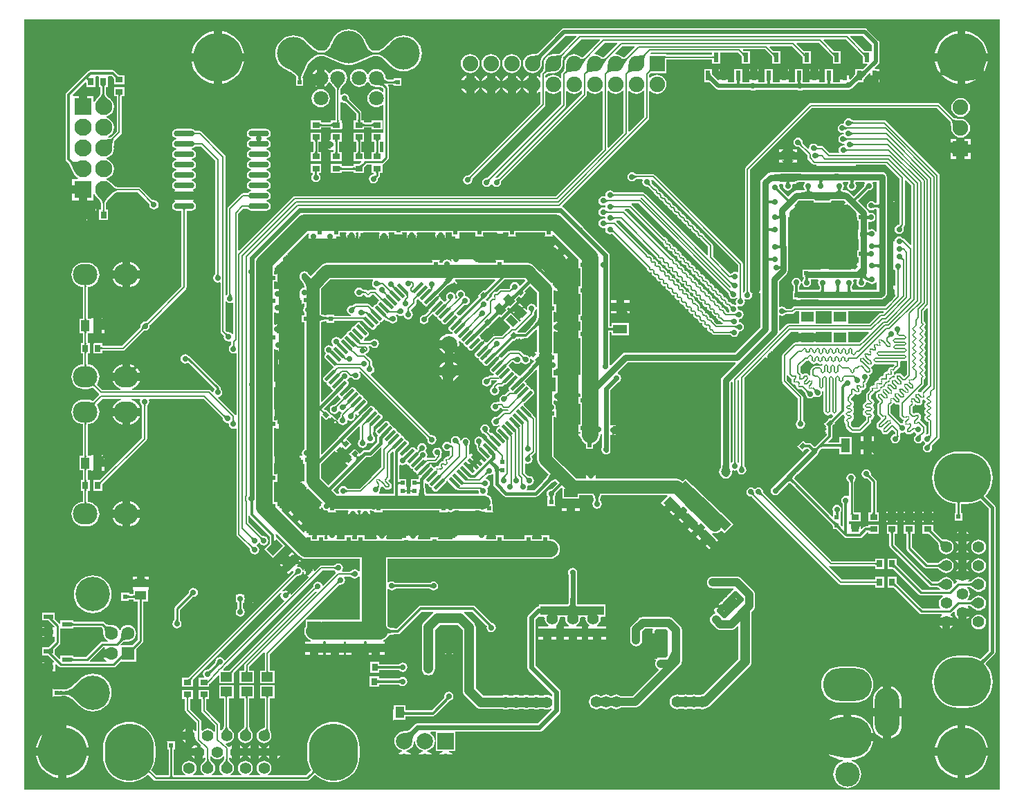
<source format=gbl>
%FSAX24Y24*%
%MOIN*%
G70*
G01*
G75*
G04 Layer_Physical_Order=2*
G04 Layer_Color=16711680*
%ADD10C,0.0080*%
%ADD11C,0.0079*%
%ADD12R,0.0591X0.0551*%
%ADD13R,0.0551X0.0591*%
%ADD14O,0.0236X0.0866*%
%ADD15R,0.0394X0.1575*%
%ADD16R,0.1575X0.0394*%
%ADD17R,0.1299X0.0984*%
G04:AMPARAMS|DCode=18|XSize=8.7mil|YSize=74.8mil|CornerRadius=2.2mil|HoleSize=0mil|Usage=FLASHONLY|Rotation=90.000|XOffset=0mil|YOffset=0mil|HoleType=Round|Shape=RoundedRectangle|*
%AMROUNDEDRECTD18*
21,1,0.0087,0.0705,0,0,90.0*
21,1,0.0043,0.0748,0,0,90.0*
1,1,0.0043,0.0352,0.0022*
1,1,0.0043,0.0352,-0.0022*
1,1,0.0043,-0.0352,-0.0022*
1,1,0.0043,-0.0352,0.0022*
%
%ADD18ROUNDEDRECTD18*%
G04:AMPARAMS|DCode=19|XSize=8.7mil|YSize=74.8mil|CornerRadius=2.2mil|HoleSize=0mil|Usage=FLASHONLY|Rotation=180.000|XOffset=0mil|YOffset=0mil|HoleType=Round|Shape=RoundedRectangle|*
%AMROUNDEDRECTD19*
21,1,0.0087,0.0705,0,0,180.0*
21,1,0.0043,0.0748,0,0,180.0*
1,1,0.0043,-0.0022,0.0352*
1,1,0.0043,0.0022,0.0352*
1,1,0.0043,0.0022,-0.0352*
1,1,0.0043,-0.0022,-0.0352*
%
%ADD19ROUNDEDRECTD19*%
G04:AMPARAMS|DCode=20|XSize=133.9mil|YSize=135.8mil|CornerRadius=0mil|HoleSize=0mil|Usage=FLASHONLY|Rotation=135.000|XOffset=0mil|YOffset=0mil|HoleType=Round|Shape=Rectangle|*
%AMROTATEDRECTD20*
4,1,4,0.0953,0.0007,-0.0007,-0.0953,-0.0953,-0.0007,0.0007,0.0953,0.0953,0.0007,0.0*
%
%ADD20ROTATEDRECTD20*%

%ADD21R,0.1339X0.1358*%
%ADD22R,0.2047X0.0827*%
%ADD23R,0.2047X0.1969*%
G04:AMPARAMS|DCode=24|XSize=11.8mil|YSize=65mil|CornerRadius=3mil|HoleSize=0mil|Usage=FLASHONLY|Rotation=90.000|XOffset=0mil|YOffset=0mil|HoleType=Round|Shape=RoundedRectangle|*
%AMROUNDEDRECTD24*
21,1,0.0118,0.0591,0,0,90.0*
21,1,0.0059,0.0650,0,0,90.0*
1,1,0.0059,0.0295,0.0030*
1,1,0.0059,0.0295,-0.0030*
1,1,0.0059,-0.0295,-0.0030*
1,1,0.0059,-0.0295,0.0030*
%
%ADD24ROUNDEDRECTD24*%
G04:AMPARAMS|DCode=25|XSize=11.8mil|YSize=65mil|CornerRadius=3mil|HoleSize=0mil|Usage=FLASHONLY|Rotation=0.000|XOffset=0mil|YOffset=0mil|HoleType=Round|Shape=RoundedRectangle|*
%AMROUNDEDRECTD25*
21,1,0.0118,0.0591,0,0,0.0*
21,1,0.0059,0.0650,0,0,0.0*
1,1,0.0059,0.0030,-0.0295*
1,1,0.0059,-0.0030,-0.0295*
1,1,0.0059,-0.0030,0.0295*
1,1,0.0059,0.0030,0.0295*
%
%ADD25ROUNDEDRECTD25*%
%ADD26O,0.0827X0.0177*%
%ADD27R,0.1240X0.2028*%
%ADD28O,0.0118X0.0551*%
%ADD29O,0.0551X0.0118*%
G04:AMPARAMS|DCode=30|XSize=65mil|YSize=143.7mil|CornerRadius=0mil|HoleSize=0mil|Usage=FLASHONLY|Rotation=315.000|XOffset=0mil|YOffset=0mil|HoleType=Round|Shape=Rectangle|*
%AMROTATEDRECTD30*
4,1,4,-0.0738,-0.0278,0.0278,0.0738,0.0738,0.0278,-0.0278,-0.0738,-0.0738,-0.0278,0.0*
%
%ADD30ROTATEDRECTD30*%

G04:AMPARAMS|DCode=31|XSize=11.8mil|YSize=55.1mil|CornerRadius=0mil|HoleSize=0mil|Usage=FLASHONLY|Rotation=315.000|XOffset=0mil|YOffset=0mil|HoleType=Round|Shape=Round|*
%AMOVALD31*
21,1,0.0433,0.0118,0.0000,0.0000,45.0*
1,1,0.0118,-0.0153,-0.0153*
1,1,0.0118,0.0153,0.0153*
%
%ADD31OVALD31*%

G04:AMPARAMS|DCode=32|XSize=11.8mil|YSize=55.1mil|CornerRadius=0mil|HoleSize=0mil|Usage=FLASHONLY|Rotation=45.000|XOffset=0mil|YOffset=0mil|HoleType=Round|Shape=Round|*
%AMOVALD32*
21,1,0.0433,0.0118,0.0000,0.0000,135.0*
1,1,0.0118,0.0153,-0.0153*
1,1,0.0118,-0.0153,0.0153*
%
%ADD32OVALD32*%

%ADD33R,0.0650X0.1437*%
%ADD34R,0.0197X0.0236*%
%ADD35R,0.0236X0.0197*%
%ADD36R,0.0354X0.0276*%
%ADD37R,0.0276X0.0354*%
%ADD38R,0.0354X0.0315*%
%ADD39R,0.0315X0.0354*%
G04:AMPARAMS|DCode=40|XSize=35.4mil|YSize=31.5mil|CornerRadius=0mil|HoleSize=0mil|Usage=FLASHONLY|Rotation=225.000|XOffset=0mil|YOffset=0mil|HoleType=Round|Shape=Rectangle|*
%AMROTATEDRECTD40*
4,1,4,0.0014,0.0237,0.0237,0.0014,-0.0014,-0.0237,-0.0237,-0.0014,0.0014,0.0237,0.0*
%
%ADD40ROTATEDRECTD40*%

%ADD41R,0.0551X0.0472*%
G04:AMPARAMS|DCode=42|XSize=35.4mil|YSize=27.6mil|CornerRadius=0mil|HoleSize=0mil|Usage=FLASHONLY|Rotation=45.000|XOffset=0mil|YOffset=0mil|HoleType=Round|Shape=Rectangle|*
%AMROTATEDRECTD42*
4,1,4,-0.0028,-0.0223,-0.0223,-0.0028,0.0028,0.0223,0.0223,0.0028,-0.0028,-0.0223,0.0*
%
%ADD42ROTATEDRECTD42*%

%ADD43P,0.2840X4X270.0*%
G04:AMPARAMS|DCode=44|XSize=11.8mil|YSize=39.4mil|CornerRadius=0mil|HoleSize=0mil|Usage=FLASHONLY|Rotation=225.000|XOffset=0mil|YOffset=0mil|HoleType=Round|Shape=Rectangle|*
%AMROTATEDRECTD44*
4,1,4,-0.0097,0.0181,0.0181,-0.0097,0.0097,-0.0181,-0.0181,0.0097,-0.0097,0.0181,0.0*
%
%ADD44ROTATEDRECTD44*%

G04:AMPARAMS|DCode=45|XSize=11.8mil|YSize=39.4mil|CornerRadius=0mil|HoleSize=0mil|Usage=FLASHONLY|Rotation=315.000|XOffset=0mil|YOffset=0mil|HoleType=Round|Shape=Rectangle|*
%AMROTATEDRECTD45*
4,1,4,-0.0181,-0.0097,0.0097,0.0181,0.0181,0.0097,-0.0097,-0.0181,-0.0181,-0.0097,0.0*
%
%ADD45ROTATEDRECTD45*%

%ADD46R,0.0236X0.0453*%
%ADD47C,0.0118*%
%ADD48C,0.0197*%
%ADD49C,0.0110*%
%ADD50C,0.0315*%
%ADD51C,0.0236*%
%ADD52C,0.0551*%
%ADD53C,0.0157*%
%ADD54C,0.0276*%
%ADD55C,0.0100*%
%ADD56C,0.0709*%
%ADD57C,0.0787*%
%ADD58C,0.0472*%
%ADD59C,0.0512*%
%ADD60C,0.0827*%
%ADD61C,0.0120*%
%ADD62R,0.3858X0.3858*%
%ADD63O,0.2362X0.2756*%
%ADD64C,0.0551*%
%ADD65O,0.2756X0.2362*%
%ADD66O,0.1181X0.1024*%
%ADD67R,0.0827X0.0827*%
%ADD68C,0.0827*%
%ADD69C,0.0709*%
%ADD70C,0.1575*%
%ADD71C,0.1181*%
%ADD72O,0.2362X0.1969*%
%ADD73O,0.2362X0.1575*%
%ADD74O,0.1181X0.2362*%
%ADD75C,0.0748*%
%ADD76R,0.0748X0.0748*%
%ADD77R,0.0748X0.0748*%
%ADD78R,0.0787X0.0787*%
%ADD79C,0.0787*%
%ADD80C,0.2362*%
%ADD81C,0.1654*%
%ADD82C,0.0630*%
%ADD83R,0.0630X0.0630*%
%ADD84C,0.0280*%
%ADD85C,0.0472*%
%ADD86C,0.0079*%
G04:AMPARAMS|DCode=87|XSize=16.5mil|YSize=65mil|CornerRadius=4.1mil|HoleSize=0mil|Usage=FLASHONLY|Rotation=45.000|XOffset=0mil|YOffset=0mil|HoleType=Round|Shape=RoundedRectangle|*
%AMROUNDEDRECTD87*
21,1,0.0165,0.0567,0,0,45.0*
21,1,0.0083,0.0650,0,0,45.0*
1,1,0.0083,0.0230,-0.0171*
1,1,0.0083,0.0171,-0.0230*
1,1,0.0083,-0.0230,0.0171*
1,1,0.0083,-0.0171,0.0230*
%
%ADD87ROUNDEDRECTD87*%
G04:AMPARAMS|DCode=88|XSize=16.5mil|YSize=65mil|CornerRadius=4.1mil|HoleSize=0mil|Usage=FLASHONLY|Rotation=315.000|XOffset=0mil|YOffset=0mil|HoleType=Round|Shape=RoundedRectangle|*
%AMROUNDEDRECTD88*
21,1,0.0165,0.0567,0,0,315.0*
21,1,0.0083,0.0650,0,0,315.0*
1,1,0.0083,-0.0171,-0.0230*
1,1,0.0083,-0.0230,-0.0171*
1,1,0.0083,0.0171,0.0230*
1,1,0.0083,0.0230,0.0171*
%
%ADD88ROUNDEDRECTD88*%
G04:AMPARAMS|DCode=89|XSize=19.7mil|YSize=23.6mil|CornerRadius=0mil|HoleSize=0mil|Usage=FLASHONLY|Rotation=315.000|XOffset=0mil|YOffset=0mil|HoleType=Round|Shape=Rectangle|*
%AMROTATEDRECTD89*
4,1,4,-0.0153,-0.0014,0.0014,0.0153,0.0153,0.0014,-0.0014,-0.0153,-0.0153,-0.0014,0.0*
%
%ADD89ROTATEDRECTD89*%

%ADD90R,0.0433X0.0669*%
G04:AMPARAMS|DCode=91|XSize=66.9mil|YSize=43.3mil|CornerRadius=0mil|HoleSize=0mil|Usage=FLASHONLY|Rotation=225.000|XOffset=0mil|YOffset=0mil|HoleType=Round|Shape=Rectangle|*
%AMROTATEDRECTD91*
4,1,4,0.0084,0.0390,0.0390,0.0084,-0.0084,-0.0390,-0.0390,-0.0084,0.0084,0.0390,0.0*
%
%ADD91ROTATEDRECTD91*%

%ADD92R,0.0669X0.0433*%
G04:AMPARAMS|DCode=93|XSize=66.9mil|YSize=43.3mil|CornerRadius=0mil|HoleSize=0mil|Usage=FLASHONLY|Rotation=135.000|XOffset=0mil|YOffset=0mil|HoleType=Round|Shape=Rectangle|*
%AMROTATEDRECTD93*
4,1,4,0.0390,-0.0084,0.0084,-0.0390,-0.0390,0.0084,-0.0084,0.0390,0.0390,-0.0084,0.0*
%
%ADD93ROTATEDRECTD93*%

%ADD94O,0.0984X0.0295*%
%ADD95R,0.0630X0.0512*%
G04:AMPARAMS|DCode=96|XSize=49.2mil|YSize=33.5mil|CornerRadius=0mil|HoleSize=0mil|Usage=FLASHONLY|Rotation=135.000|XOffset=0mil|YOffset=0mil|HoleType=Round|Shape=Rectangle|*
%AMROTATEDRECTD96*
4,1,4,0.0292,-0.0056,0.0056,-0.0292,-0.0292,0.0056,-0.0056,0.0292,0.0292,-0.0056,0.0*
%
%ADD96ROTATEDRECTD96*%

G04:AMPARAMS|DCode=97|XSize=19.7mil|YSize=23.6mil|CornerRadius=0mil|HoleSize=0mil|Usage=FLASHONLY|Rotation=225.000|XOffset=0mil|YOffset=0mil|HoleType=Round|Shape=Rectangle|*
%AMROTATEDRECTD97*
4,1,4,-0.0014,0.0153,0.0153,-0.0014,0.0014,-0.0153,-0.0153,0.0014,-0.0014,0.0153,0.0*
%
%ADD97ROTATEDRECTD97*%

%ADD98R,0.0433X0.0551*%
%ADD99R,0.0551X0.0433*%
%ADD100R,0.0453X0.0236*%
%ADD101C,0.0394*%
%ADD102C,0.0433*%
%ADD103C,0.0630*%
%ADD104C,0.0984*%
%ADD105C,0.1575*%
%ADD106C,0.1181*%
G36*
X056955Y009974D02*
X009974D01*
Y047113D01*
X056955D01*
Y009974D01*
D02*
G37*
%LPC*%
G36*
X029961Y022953D02*
X029959D01*
Y022931D01*
X029961D01*
Y022953D01*
D02*
G37*
G36*
X027246D02*
X027244D01*
Y022931D01*
X027246D01*
Y022953D01*
D02*
G37*
G36*
X026850D02*
X026849D01*
Y022931D01*
X026850D01*
Y022953D01*
D02*
G37*
G36*
X030356D02*
X030354D01*
Y022931D01*
X030356D01*
Y022953D01*
D02*
G37*
G36*
X014685Y023069D02*
X014339D01*
X014340Y023054D01*
X014337Y023069D01*
X014224D01*
X014235Y023031D01*
X014292Y022925D01*
X014368Y022831D01*
X014462Y022755D01*
X014568Y022698D01*
X014683Y022663D01*
X014685Y022663D01*
Y023069D01*
D02*
G37*
G36*
X032561Y022953D02*
X032559D01*
Y022931D01*
X032561D01*
Y022953D01*
D02*
G37*
G36*
X032165D02*
X032164D01*
Y022931D01*
X032165D01*
Y022953D01*
D02*
G37*
G36*
X050537Y025421D02*
X050452Y025404D01*
X050380Y025356D01*
X050332Y025283D01*
X050315Y025198D01*
X050332Y025113D01*
X050380Y025041D01*
X050452Y024992D01*
X050537Y024975D01*
X050549Y024978D01*
X050553Y024977D01*
X050559Y024976D01*
X050565Y024974D01*
X050570Y024973D01*
X050576Y024970D01*
X050581Y024967D01*
X050586Y024964D01*
X050587Y024963D01*
X050755Y024795D01*
Y023337D01*
X050630D01*
Y022904D01*
X051142D01*
Y023337D01*
X051017D01*
Y024850D01*
X051007Y024900D01*
X050979Y024942D01*
X050772Y025149D01*
X050772Y025149D01*
X050768Y025155D01*
X050765Y025160D01*
X050763Y025165D01*
X050761Y025170D01*
X050759Y025176D01*
X050758Y025182D01*
X050758Y025187D01*
X050760Y025198D01*
X050743Y025283D01*
X050695Y025356D01*
X050623Y025404D01*
X050537Y025421D01*
D02*
G37*
G36*
X052876Y022933D02*
X052795D01*
Y022892D01*
X052876D01*
Y022933D01*
D02*
G37*
G36*
X052402D02*
X052321D01*
Y022892D01*
X052402D01*
Y022933D01*
D02*
G37*
G36*
X036734Y023031D02*
X036496D01*
Y022912D01*
X036734D01*
Y023031D01*
D02*
G37*
G36*
X025002Y022953D02*
X025000D01*
Y022931D01*
X025002D01*
Y022953D01*
D02*
G37*
G36*
X024606D02*
X024605D01*
Y022931D01*
X024606D01*
Y022953D01*
D02*
G37*
G36*
X054390Y022933D02*
X054369D01*
Y022931D01*
X054390D01*
Y022933D01*
D02*
G37*
G36*
X052402Y023368D02*
X052321D01*
Y023327D01*
X052402D01*
Y023368D01*
D02*
G37*
G36*
X052049Y023368D02*
X051968D01*
Y023327D01*
X052049D01*
Y023368D01*
D02*
G37*
G36*
X051575D02*
X051494D01*
Y023327D01*
X051575D01*
Y023368D01*
D02*
G37*
G36*
X052876Y023368D02*
X052795D01*
Y023327D01*
X052876D01*
Y023368D01*
D02*
G37*
G36*
X014685Y023869D02*
X014683Y023869D01*
X014568Y023834D01*
X014462Y023777D01*
X014368Y023701D01*
X014292Y023608D01*
X014235Y023501D01*
X014224Y023463D01*
X014685D01*
Y023869D01*
D02*
G37*
G36*
X036734Y023545D02*
X036496D01*
Y023425D01*
X036734D01*
Y023545D01*
D02*
G37*
G36*
X036102D02*
X035865D01*
Y023425D01*
X036102D01*
Y023545D01*
D02*
G37*
G36*
X035157Y023268D02*
X035156D01*
Y023246D01*
X035157D01*
Y023268D01*
D02*
G37*
G36*
X041162Y023449D02*
X041078Y023364D01*
X041246Y023196D01*
X041330Y023281D01*
X041162Y023449D01*
D02*
G37*
G36*
X022785Y023439D02*
X022701Y023355D01*
X022869Y023187D01*
X022954Y023271D01*
X022785Y023439D01*
D02*
G37*
G36*
X035553Y023268D02*
X035551D01*
Y023263D01*
X035553Y023263D01*
Y023268D01*
D02*
G37*
G36*
X053781Y023368D02*
X053701D01*
Y023327D01*
X053781D01*
Y023368D01*
D02*
G37*
G36*
X054390Y023328D02*
X054369D01*
Y023327D01*
X054390D01*
Y023328D01*
D02*
G37*
G36*
X053307Y023368D02*
X053227D01*
Y023327D01*
X053307D01*
Y023368D01*
D02*
G37*
G36*
X025394Y022659D02*
X025392D01*
Y022638D01*
X025394D01*
Y022659D01*
D02*
G37*
G36*
X024450D02*
X024449D01*
Y022638D01*
X024450D01*
Y022659D01*
D02*
G37*
G36*
X024055D02*
X024054D01*
Y022638D01*
X024055D01*
Y022659D01*
D02*
G37*
G36*
X025789D02*
X025787D01*
Y022638D01*
X025789D01*
Y022659D01*
D02*
G37*
G36*
X032677D02*
X032676D01*
Y022638D01*
X032677D01*
Y022659D01*
D02*
G37*
G36*
X026380D02*
X026378D01*
Y022638D01*
X026380D01*
Y022659D01*
D02*
G37*
G36*
X025984D02*
X025983D01*
Y022638D01*
X025984D01*
Y022659D01*
D02*
G37*
G36*
X042016Y022635D02*
X041931Y022550D01*
X042099Y022382D01*
X042184Y022467D01*
X042016Y022635D01*
D02*
G37*
G36*
X054967Y022449D02*
X054896Y022395D01*
X054875Y022369D01*
X054883Y022364D01*
X054904Y022356D01*
X054925Y022351D01*
X054947Y022350D01*
X054967Y022351D01*
Y022449D01*
D02*
G37*
G36*
X055360Y022449D02*
Y022324D01*
X055486D01*
X055431Y022395D01*
X055360Y022449D01*
D02*
G37*
G36*
X028179Y022531D02*
X028178D01*
Y022510D01*
X028179D01*
Y022531D01*
D02*
G37*
G36*
X023860Y022659D02*
X023858D01*
Y022638D01*
X023860D01*
Y022659D01*
D02*
G37*
G36*
X029923Y022561D02*
X029921D01*
Y022539D01*
X029923D01*
Y022561D01*
D02*
G37*
G36*
X029528D02*
X029526D01*
Y022539D01*
X029528D01*
Y022561D01*
D02*
G37*
G36*
X036102Y023031D02*
X035865D01*
Y023026D01*
X035837Y023017D01*
Y022982D01*
X035866Y022938D01*
X035879Y022873D01*
X035910Y022912D01*
X036102D01*
Y023031D01*
D02*
G37*
G36*
X031734Y022954D02*
X031496D01*
Y022835D01*
X031734D01*
Y022954D01*
D02*
G37*
G36*
X041569Y023081D02*
X041484Y022997D01*
X041653Y022829D01*
X041737Y022913D01*
X041569Y023081D01*
D02*
G37*
G36*
X051575Y022933D02*
X051494D01*
Y022892D01*
X051575D01*
Y022933D01*
D02*
G37*
G36*
X053781Y022933D02*
X053701D01*
Y022892D01*
X053781D01*
Y022933D01*
D02*
G37*
G36*
X053307D02*
X053227D01*
Y022892D01*
X053307D01*
Y022933D01*
D02*
G37*
G36*
X052049Y022933D02*
X051968D01*
Y022892D01*
X052049D01*
Y022933D01*
D02*
G37*
G36*
X034450Y022659D02*
X034449D01*
Y022638D01*
X034450D01*
Y022659D01*
D02*
G37*
G36*
X034055D02*
X034054D01*
Y022638D01*
X034055D01*
Y022659D01*
D02*
G37*
G36*
X033072D02*
X033071D01*
Y022638D01*
X033072D01*
Y022659D01*
D02*
G37*
G36*
X034882D02*
X034880D01*
Y022638D01*
X034882D01*
Y022659D01*
D02*
G37*
G36*
X023232Y022993D02*
X023147Y022908D01*
X023315Y022740D01*
X023400Y022825D01*
X023232Y022993D01*
D02*
G37*
G36*
X015540Y023069D02*
X015079D01*
Y022663D01*
X015081Y022663D01*
X015196Y022698D01*
X015302Y022755D01*
X015395Y022831D01*
X015472Y022925D01*
X015529Y023031D01*
X015540Y023069D01*
D02*
G37*
G36*
X035277Y022659D02*
X035276D01*
Y022638D01*
X035277D01*
Y022659D01*
D02*
G37*
G36*
X015079Y023869D02*
Y023463D01*
X015540D01*
X015529Y023501D01*
X015472Y023608D01*
X015395Y023701D01*
X015302Y023777D01*
X015196Y023834D01*
X015081Y023869D01*
X015079Y023869D01*
D02*
G37*
G36*
X018163Y038415D02*
X017667D01*
X017172D01*
X017226Y038379D01*
X017237Y038377D01*
Y038326D01*
X017235Y038325D01*
X017160Y038275D01*
X017110Y038201D01*
X017092Y038112D01*
X017110Y038024D01*
X017160Y037949D01*
X017235Y037899D01*
X017323Y037881D01*
X017547D01*
Y034253D01*
X015851Y032557D01*
X015850Y032556D01*
X015846Y032553D01*
X015841Y032551D01*
X015835Y032549D01*
X015828Y032547D01*
X015820Y032545D01*
X015811Y032544D01*
X015801Y032543D01*
X015800Y032543D01*
X015787Y032546D01*
X015702Y032529D01*
X015630Y032480D01*
X015582Y032408D01*
X015565Y032323D01*
X015567Y032310D01*
X015567Y032309D01*
X015566Y032299D01*
X015565Y032290D01*
X015563Y032282D01*
X015561Y032275D01*
X015559Y032269D01*
X015557Y032264D01*
X015554Y032260D01*
X015554Y032259D01*
X014673Y031379D01*
X013720D01*
Y031514D01*
X013287D01*
Y031002D01*
X013720D01*
Y031138D01*
X014723D01*
X014723Y031138D01*
X014769Y031147D01*
X014808Y031173D01*
X015724Y032089D01*
X015725Y032090D01*
X015729Y032092D01*
X015734Y032095D01*
X015740Y032097D01*
X015746Y032099D01*
X015754Y032101D01*
X015763Y032102D01*
X015774Y032103D01*
X015775Y032103D01*
X015787Y032100D01*
X015873Y032117D01*
X015945Y032165D01*
X015993Y032238D01*
X016010Y032323D01*
X016008Y032336D01*
X016008Y032336D01*
X016008Y032347D01*
X016010Y032356D01*
X016011Y032364D01*
X016013Y032371D01*
X016016Y032376D01*
X016018Y032381D01*
X016021Y032385D01*
X016021Y032386D01*
X017752Y034118D01*
X017752Y034118D01*
X017779Y034157D01*
X017788Y034203D01*
X017788Y034203D01*
Y037881D01*
X018012D01*
X018100Y037899D01*
X018175Y037949D01*
X018225Y038024D01*
X018243Y038112D01*
X018225Y038201D01*
X018175Y038275D01*
X018100Y038325D01*
X018098Y038326D01*
Y038377D01*
X018108Y038379D01*
X018163Y038415D01*
D02*
G37*
G36*
X013820Y032546D02*
X013813Y032538D01*
X013820D01*
Y032546D01*
D02*
G37*
G36*
X036260Y032520D02*
X036239D01*
Y032518D01*
X036260D01*
Y032520D01*
D02*
G37*
G36*
X013820Y032717D02*
X013781D01*
X013820Y032589D01*
Y032717D01*
D02*
G37*
G36*
X036260Y032915D02*
X036239D01*
Y032913D01*
X036260D01*
Y032915D01*
D02*
G37*
G36*
X022933Y032876D02*
X022912D01*
Y032874D01*
X022933D01*
Y032876D01*
D02*
G37*
G36*
X013767Y032717D02*
X013701D01*
Y032656D01*
X013711Y032664D01*
X013767Y032717D01*
D02*
G37*
G36*
X022836Y030709D02*
X022717D01*
Y030471D01*
X022836D01*
Y030709D01*
D02*
G37*
G36*
X022323D02*
X022203D01*
Y030471D01*
X022323D01*
Y030709D01*
D02*
G37*
G36*
X015079Y030483D02*
Y030077D01*
X015540D01*
X015529Y030116D01*
X015472Y030222D01*
X015398Y030312D01*
X015391Y030306D01*
X015377Y030289D01*
X015366Y030273D01*
X015357Y030258D01*
X015351Y030245D01*
X015348Y030233D01*
X015347Y030221D01*
X015350Y030211D01*
X015355Y030202D01*
X015363Y030194D01*
X015177Y030342D01*
X015187Y030336D01*
X015197Y030332D01*
X015209Y030331D01*
X015221Y030333D01*
X015235Y030337D01*
X015249Y030344D01*
X015264Y030353D01*
X015280Y030365D01*
X015297Y030380D01*
X015306Y030388D01*
X015302Y030391D01*
X015196Y030448D01*
X015081Y030483D01*
X015079Y030483D01*
D02*
G37*
G36*
X036260Y031732D02*
X036239D01*
Y031731D01*
X036260D01*
Y031732D01*
D02*
G37*
G36*
X022933Y032480D02*
X022912D01*
Y032479D01*
X022933D01*
Y032480D01*
D02*
G37*
G36*
X036260Y032128D02*
X036239D01*
Y032126D01*
X036260D01*
Y032128D01*
D02*
G37*
G36*
X013820Y032144D02*
X013701D01*
Y031965D01*
X013820D01*
Y032144D01*
D02*
G37*
G36*
X015540Y034605D02*
X015079D01*
Y034198D01*
X015081Y034199D01*
X015196Y034234D01*
X015302Y034290D01*
X015395Y034367D01*
X015472Y034460D01*
X015529Y034566D01*
X015540Y034605D01*
D02*
G37*
G36*
X022933Y034155D02*
X022912D01*
Y034154D01*
X022933D01*
Y034155D01*
D02*
G37*
G36*
X036260Y033858D02*
X036239D01*
Y033857D01*
X036260D01*
Y033858D01*
D02*
G37*
G36*
X014685Y034605D02*
X014224D01*
X014235Y034566D01*
X014292Y034460D01*
X014368Y034367D01*
X014462Y034290D01*
X014568Y034234D01*
X014683Y034199D01*
X014685Y034198D01*
Y034605D01*
D02*
G37*
G36*
X022580Y034844D02*
X022559D01*
Y034843D01*
X022580D01*
Y034844D01*
D02*
G37*
G36*
Y034449D02*
X022559D01*
Y034447D01*
X022580D01*
Y034449D01*
D02*
G37*
G36*
X036260Y034254D02*
X036239D01*
Y034252D01*
X036260D01*
Y034254D01*
D02*
G37*
G36*
X036006Y032992D02*
X035984D01*
Y032991D01*
X036006D01*
Y032992D01*
D02*
G37*
G36*
X039116Y033051D02*
X038878D01*
Y033033D01*
X039015D01*
X039009Y033032D01*
X039005Y033029D01*
X039004Y033025D01*
X039006Y033019D01*
X039009Y033012D01*
X039016Y033003D01*
X039024Y032992D01*
X039048Y032965D01*
X039063Y032949D01*
X038896D01*
X038880Y032965D01*
X038878Y032967D01*
Y032931D01*
X039116D01*
Y033051D01*
D02*
G37*
G36*
X038484D02*
X038246D01*
Y032931D01*
X038484D01*
Y033051D01*
D02*
G37*
G36*
X022953Y033386D02*
X022931D01*
Y033384D01*
X022953D01*
Y033386D01*
D02*
G37*
G36*
X039116Y033565D02*
X038878D01*
Y033445D01*
X039116D01*
Y033565D01*
D02*
G37*
G36*
X038484D02*
X038246D01*
Y033445D01*
X038484D01*
Y033565D01*
D02*
G37*
G36*
X036006Y033387D02*
X035984D01*
Y033386D01*
X036006D01*
Y033387D01*
D02*
G37*
G36*
X037403Y026004D02*
X037402D01*
Y025983D01*
X037403D01*
Y026004D01*
D02*
G37*
G36*
X037008D02*
X037006D01*
Y025983D01*
X037008D01*
Y026004D01*
D02*
G37*
G36*
X047193Y025980D02*
X047178Y025965D01*
X047180Y025964D01*
X047195Y025979D01*
X047193Y025980D01*
D02*
G37*
G36*
X050394Y026368D02*
X050274D01*
Y026130D01*
X050394D01*
Y026368D01*
D02*
G37*
G36*
Y027000D02*
X050274D01*
Y026762D01*
X050394D01*
Y027000D01*
D02*
G37*
G36*
X046914Y026260D02*
X046899Y026245D01*
X046900Y026243D01*
X046915Y026258D01*
X046914Y026260D01*
D02*
G37*
G36*
X050907Y026368D02*
X050872D01*
X050873Y026366D01*
X050889Y026350D01*
Y026183D01*
X050880Y026192D01*
X050861Y026208D01*
X050853Y026214D01*
X050844Y026219D01*
X050836Y026224D01*
X050828Y026227D01*
X050820Y026230D01*
X050813Y026231D01*
X050806Y026232D01*
X050805Y026368D01*
X050787D01*
Y026130D01*
X050907D01*
Y026368D01*
D02*
G37*
G36*
X022580Y024803D02*
X022559D01*
Y024802D01*
X022580D01*
Y024803D01*
D02*
G37*
G36*
X045347Y024553D02*
X045262Y024537D01*
X045190Y024488D01*
X045189Y024487D01*
X045139D01*
X045138Y024488D01*
X045066Y024537D01*
X044980Y024553D01*
X044895Y024537D01*
X044823Y024488D01*
X044774Y024416D01*
X044758Y024331D01*
X044774Y024245D01*
X044823Y024173D01*
X044895Y024125D01*
X044955Y024113D01*
X044959Y024112D01*
X044964Y024111D01*
X044980Y024108D01*
X044983Y024108D01*
X044985Y024108D01*
X044995Y024106D01*
X045004Y024103D01*
X045012Y024101D01*
X045019Y024098D01*
X045024Y024095D01*
X045029Y024092D01*
X045030Y024091D01*
X049226Y019895D01*
X049265Y019869D01*
X049311Y019860D01*
X049311Y019860D01*
X050965D01*
Y019724D01*
X051398D01*
Y020236D01*
X050965D01*
Y020101D01*
X049361D01*
X048735Y020727D01*
X048767Y020766D01*
X048783Y020755D01*
X048829Y020746D01*
X050965D01*
Y020610D01*
X051398D01*
Y021122D01*
X050965D01*
Y020987D01*
X048879D01*
X045587Y024279D01*
X045586Y024280D01*
X045583Y024285D01*
X045580Y024290D01*
X045577Y024297D01*
X045574Y024305D01*
X045572Y024312D01*
X045570Y024327D01*
X045570Y024331D01*
X045567Y024348D01*
X045567Y024349D01*
X045566Y024351D01*
X045553Y024416D01*
X045505Y024488D01*
X045433Y024537D01*
X045347Y024553D01*
D02*
G37*
G36*
X022580Y023860D02*
X022559D01*
Y023858D01*
X022580D01*
Y023860D01*
D02*
G37*
G36*
Y025198D02*
X022559D01*
Y025197D01*
X022580D01*
Y025198D01*
D02*
G37*
G36*
X013820Y026102D02*
X013701D01*
Y026016D01*
X013704Y026018D01*
X013727Y026037D01*
X013778Y026085D01*
X013803Y025942D01*
X013785Y025924D01*
X013820D01*
Y026102D01*
D02*
G37*
G36*
X022992Y025669D02*
X022971D01*
Y025668D01*
X022992D01*
Y025669D01*
D02*
G37*
G36*
X013820Y025530D02*
X013701D01*
Y025351D01*
X013820D01*
Y025530D01*
D02*
G37*
G36*
X036260Y028543D02*
X036239D01*
Y028542D01*
X036260D01*
Y028543D01*
D02*
G37*
G36*
X036006Y028309D02*
X035984D01*
Y028307D01*
X036006D01*
Y028309D01*
D02*
G37*
G36*
Y027913D02*
X035984D01*
Y027912D01*
X036006D01*
Y027913D01*
D02*
G37*
G36*
X036260Y028939D02*
X036239D01*
Y028937D01*
X036260D01*
Y028939D01*
D02*
G37*
G36*
X014685Y030483D02*
X014683Y030483D01*
X014568Y030448D01*
X014462Y030391D01*
X014368Y030315D01*
X014292Y030222D01*
X014235Y030116D01*
X014224Y030077D01*
X014685D01*
Y030483D01*
D02*
G37*
G36*
X036220Y029962D02*
X036101D01*
Y029724D01*
X036220D01*
Y029962D01*
D02*
G37*
G36*
Y029331D02*
X036101D01*
Y029093D01*
X036220D01*
Y029331D01*
D02*
G37*
G36*
X048194Y027342D02*
X048178Y027327D01*
X048180Y027326D01*
X048195Y027341D01*
X048194Y027342D01*
D02*
G37*
G36*
X036260Y027205D02*
X036239D01*
Y027203D01*
X036260D01*
Y027205D01*
D02*
G37*
G36*
X050907Y027000D02*
X050787D01*
Y026762D01*
X050907D01*
Y027000D01*
D02*
G37*
G36*
X014685Y027991D02*
X014224D01*
X014235Y027952D01*
X014292Y027846D01*
X014368Y027753D01*
X014462Y027676D01*
X014568Y027619D01*
X014683Y027584D01*
X014685Y027584D01*
Y027991D01*
D02*
G37*
G36*
X022580Y027797D02*
X022559D01*
Y027795D01*
X022580D01*
Y027797D01*
D02*
G37*
G36*
X036260Y027600D02*
X036239D01*
Y027598D01*
X036260D01*
Y027600D01*
D02*
G37*
G36*
X015540Y027991D02*
X015079D01*
Y027584D01*
X015081Y027584D01*
X015196Y027619D01*
X015302Y027676D01*
X015395Y027753D01*
X015472Y027846D01*
X015529Y027952D01*
X015540Y027991D01*
D02*
G37*
G36*
X042423Y022267D02*
X042338Y022183D01*
X042506Y022014D01*
X042591Y022099D01*
X042423Y022267D01*
D02*
G37*
G36*
X030422Y014703D02*
X030336Y014686D01*
X030264Y014638D01*
X030216Y014566D01*
X030199Y014480D01*
X030208Y014434D01*
X030208Y014428D01*
X030209Y014423D01*
X030209Y014422D01*
X030208Y014421D01*
X030207Y014418D01*
X030205Y014415D01*
X030202Y014410D01*
X029594Y013802D01*
X028359D01*
X028352Y013803D01*
X028346Y013803D01*
Y014055D01*
X027777D01*
Y014076D01*
X027657D01*
Y013701D01*
Y013325D01*
X027777D01*
Y013346D01*
X028346D01*
Y013519D01*
X028352Y013520D01*
X028359Y013521D01*
X029652D01*
X029706Y013532D01*
X029751Y013562D01*
X030430Y014241D01*
X030443Y014251D01*
X030449Y014255D01*
X030455Y014259D01*
X030461Y014262D01*
X030466Y014264D01*
X030470Y014266D01*
X030477Y014267D01*
X030481Y014269D01*
X030507Y014274D01*
X030579Y014323D01*
X030627Y014395D01*
X030644Y014480D01*
X030627Y014566D01*
X030579Y014638D01*
X030507Y014686D01*
X030422Y014703D01*
D02*
G37*
G36*
X027264Y013504D02*
X027144D01*
Y013325D01*
X027264D01*
Y013504D01*
D02*
G37*
G36*
X011614Y013081D02*
X011611Y013080D01*
X011614Y013079D01*
Y013081D01*
D02*
G37*
G36*
X051348Y014953D02*
X051280Y014932D01*
X051160Y014868D01*
X051055Y014782D01*
X050968Y014677D01*
X050904Y014557D01*
X050865Y014427D01*
X050851Y014291D01*
Y013898D01*
X051348D01*
Y014953D01*
D02*
G37*
G36*
X050010Y015910D02*
X049222D01*
X049053Y015893D01*
X048889Y015843D01*
X048739Y015763D01*
X048607Y015655D01*
X048499Y015523D01*
X048418Y015372D01*
X048369Y015209D01*
X048352Y015039D01*
X048369Y014870D01*
X048418Y014706D01*
X048499Y014556D01*
X048607Y014424D01*
X048739Y014316D01*
X048889Y014235D01*
X049053Y014186D01*
X049222Y014169D01*
X050010D01*
X050180Y014186D01*
X050343Y014235D01*
X050493Y014316D01*
X050625Y014424D01*
X050733Y014556D01*
X050814Y014706D01*
X050863Y014870D01*
X050880Y015039D01*
X050863Y015209D01*
X050814Y015372D01*
X050733Y015523D01*
X050625Y015655D01*
X050493Y015763D01*
X050343Y015843D01*
X050180Y015893D01*
X050010Y015910D01*
D02*
G37*
G36*
X051742Y014953D02*
Y013898D01*
X052239D01*
Y014291D01*
X052226Y014427D01*
X052186Y014557D01*
X052122Y014677D01*
X052036Y014782D01*
X051931Y014868D01*
X051811Y014932D01*
X051742Y014953D01*
D02*
G37*
G36*
X027264Y014076D02*
X027144D01*
Y013898D01*
X027264D01*
Y014076D01*
D02*
G37*
G36*
X049419Y013588D02*
X049249Y013574D01*
X049083Y013534D01*
X048926Y013469D01*
X048780Y013380D01*
X048754Y013357D01*
X048942Y013368D01*
X048992Y013387D01*
Y012697D01*
X049419D01*
Y013588D01*
D02*
G37*
G36*
X016850Y012718D02*
X016849D01*
Y012697D01*
X016850D01*
Y012718D01*
D02*
G37*
G36*
X051348Y013504D02*
X050851D01*
Y013110D01*
X050865Y012975D01*
X050904Y012845D01*
X050968Y012725D01*
X051055Y012620D01*
X051160Y012533D01*
X051280Y012469D01*
X051348Y012448D01*
Y013504D01*
D02*
G37*
G36*
X049813Y013588D02*
Y012697D01*
X050881D01*
X050847Y012836D01*
X050782Y012994D01*
X050693Y013139D01*
X050582Y013269D01*
X050452Y013380D01*
X050307Y013469D01*
X050149Y013534D01*
X049983Y013574D01*
X049813Y013588D01*
D02*
G37*
G36*
X020059Y015020D02*
X019350D01*
Y014390D01*
X019584D01*
Y013005D01*
X019582Y012996D01*
X019577Y012982D01*
X019570Y012966D01*
X019559Y012947D01*
X019546Y012927D01*
X019483Y012847D01*
X019468Y012832D01*
X019463Y012828D01*
X019453Y012815D01*
X019403Y012832D01*
Y013119D01*
X019394Y013165D01*
X019368Y013204D01*
X019368Y013204D01*
X018742Y013829D01*
X018742Y014350D01*
X018878D01*
Y014783D01*
X018366D01*
Y014350D01*
X018502D01*
X018502Y013780D01*
X018502Y013780D01*
X018511Y013733D01*
X018537Y013694D01*
X019162Y013069D01*
Y012785D01*
X019112Y012768D01*
X019067Y012828D01*
X018993Y012884D01*
X018906Y012920D01*
X018814Y012932D01*
X018721Y012920D01*
X018635Y012884D01*
X018561Y012828D01*
X018551Y012815D01*
X018501Y012832D01*
Y013264D01*
X018501Y013264D01*
X018492Y013310D01*
X018466Y013349D01*
X017955Y013860D01*
Y014350D01*
X018091D01*
Y014783D01*
X017579D01*
Y014350D01*
X017714D01*
Y013810D01*
X017714Y013810D01*
X017723Y013764D01*
X017750Y013725D01*
X018260Y013214D01*
Y012820D01*
X018210Y012803D01*
X018180Y012843D01*
X018109Y012897D01*
Y012575D01*
Y012493D01*
X018188Y012572D01*
X018189Y012541D01*
X018191Y012511D01*
X018195Y012483D01*
X018201Y012456D01*
X018208Y012431D01*
X018217Y012407D01*
X018228Y012385D01*
X018241Y012364D01*
X018250Y012352D01*
X018255Y012351D01*
X018273Y012345D01*
X018296Y012310D01*
X018387Y012219D01*
X018373Y012189D01*
X018361Y012174D01*
X018265Y012161D01*
X018174Y012123D01*
X018095Y012063D01*
X018041Y011992D01*
X018363D01*
Y011795D01*
X018560D01*
Y011473D01*
X018631Y011527D01*
X018644Y011544D01*
X018694Y011527D01*
Y011448D01*
X018694Y011447D01*
X018691Y011438D01*
X018687Y011425D01*
X018679Y011409D01*
X018668Y011391D01*
X018654Y011371D01*
X018637Y011349D01*
X018592Y011297D01*
X018570Y011275D01*
X018561Y011268D01*
X018504Y011194D01*
X018469Y011108D01*
X018457Y011016D01*
X018469Y010923D01*
X018504Y010837D01*
X018561Y010763D01*
X018627Y010713D01*
X018622Y010679D01*
X018613Y010663D01*
X018113D01*
X018105Y010679D01*
X018100Y010713D01*
X018165Y010763D01*
X018222Y010837D01*
X018258Y010923D01*
X018270Y011016D01*
X018258Y011108D01*
X018222Y011194D01*
X018165Y011268D01*
X018091Y011325D01*
X018005Y011361D01*
X017912Y011373D01*
X017820Y011361D01*
X017734Y011325D01*
X017660Y011268D01*
X017603Y011194D01*
X017567Y011108D01*
X017555Y011016D01*
X017567Y010923D01*
X017603Y010837D01*
X017660Y010763D01*
X017725Y010713D01*
X017720Y010679D01*
X017712Y010663D01*
X017185D01*
X017181Y010664D01*
X017180Y010664D01*
X017179Y010665D01*
X017179Y010670D01*
Y011909D01*
X017224D01*
Y011988D01*
X017225Y011989D01*
X017224Y011991D01*
Y012282D01*
X017246D01*
Y012303D01*
X017224D01*
Y012303D01*
X017047D01*
X016870D01*
Y012303D01*
X016849D01*
Y012282D01*
X016870D01*
Y011991D01*
X016870Y011989D01*
X016870Y011988D01*
Y011909D01*
X016916D01*
Y010670D01*
X016915Y010665D01*
X016915Y010664D01*
X016913Y010664D01*
X016909Y010663D01*
X016324D01*
X016077Y010910D01*
X016148Y011025D01*
X016224Y011208D01*
X016270Y011401D01*
X016285Y011598D01*
Y011992D01*
X016270Y012190D01*
X016224Y012383D01*
X016148Y012566D01*
X016044Y012735D01*
X015915Y012886D01*
X015764Y013015D01*
X015595Y013118D01*
X015412Y013194D01*
X015219Y013240D01*
X015022Y013256D01*
X014824Y013240D01*
X014631Y013194D01*
X014448Y013118D01*
X014279Y013015D01*
X014128Y012886D01*
X013999Y012735D01*
X013896Y012566D01*
X013820Y012383D01*
X013773Y012190D01*
X013758Y011992D01*
Y011598D01*
X013773Y011401D01*
X013820Y011208D01*
X013896Y011025D01*
X013999Y010856D01*
X014128Y010705D01*
X014279Y010576D01*
X014448Y010472D01*
X014631Y010397D01*
X014824Y010350D01*
X015022Y010335D01*
X015219Y010350D01*
X015412Y010397D01*
X015595Y010472D01*
X015764Y010576D01*
X015915Y010705D01*
X015941Y010706D01*
X016164Y010483D01*
X016164Y010481D01*
X016193Y010439D01*
X016235Y010410D01*
X016285Y010400D01*
X023596D01*
X023647Y010410D01*
X023689Y010439D01*
X023956Y010705D01*
X023967Y010705D01*
X024117Y010576D01*
X024287Y010472D01*
X024470Y010397D01*
X024663Y010350D01*
X024860Y010335D01*
X025058Y010350D01*
X025251Y010397D01*
X025434Y010472D01*
X025603Y010576D01*
X025754Y010705D01*
X025883Y010856D01*
X025986Y011025D01*
X026062Y011208D01*
X026108Y011401D01*
X026124Y011598D01*
Y011992D01*
X026108Y012190D01*
X026062Y012383D01*
X025986Y012566D01*
X025883Y012735D01*
X025754Y012886D01*
X025603Y013015D01*
X025434Y013118D01*
X025251Y013194D01*
X025058Y013240D01*
X024860Y013256D01*
X024663Y013240D01*
X024470Y013194D01*
X024287Y013118D01*
X024117Y013015D01*
X023967Y012886D01*
X023838Y012735D01*
X023734Y012566D01*
X023658Y012383D01*
X023612Y012190D01*
X023596Y011992D01*
Y011598D01*
X023612Y011401D01*
X023658Y011208D01*
X023734Y011025D01*
X023798Y010921D01*
X023794Y010916D01*
X023790Y010911D01*
X023542Y010663D01*
X021719D01*
X021711Y010679D01*
X021706Y010713D01*
X021771Y010763D01*
X021828Y010837D01*
X021864Y010923D01*
X021876Y011016D01*
X021864Y011108D01*
X021828Y011194D01*
X021771Y011268D01*
X021697Y011325D01*
X021611Y011361D01*
X021519Y011373D01*
X021426Y011361D01*
X021340Y011325D01*
X021266Y011268D01*
X021209Y011194D01*
X021173Y011108D01*
X021161Y011016D01*
X021173Y010923D01*
X021209Y010837D01*
X021266Y010763D01*
X021332Y010713D01*
X021326Y010679D01*
X021318Y010663D01*
X020818D01*
X020810Y010679D01*
X020804Y010713D01*
X020870Y010763D01*
X020927Y010837D01*
X020962Y010923D01*
X020975Y011016D01*
X020962Y011108D01*
X020927Y011194D01*
X020870Y011268D01*
X020796Y011325D01*
X020710Y011361D01*
X020617Y011373D01*
X020525Y011361D01*
X020438Y011325D01*
X020364Y011268D01*
X020308Y011194D01*
X020272Y011108D01*
X020260Y011016D01*
X020272Y010923D01*
X020308Y010837D01*
X020364Y010763D01*
X020430Y010713D01*
X020425Y010679D01*
X020417Y010663D01*
X019916D01*
X019908Y010679D01*
X019903Y010713D01*
X019968Y010763D01*
X020025Y010837D01*
X020061Y010923D01*
X020073Y011016D01*
X020061Y011108D01*
X020025Y011194D01*
X019968Y011268D01*
X019959Y011275D01*
X019938Y011297D01*
X019892Y011349D01*
X019875Y011371D01*
X019861Y011391D01*
X019850Y011409D01*
X019843Y011425D01*
X019838Y011438D01*
X019836Y011447D01*
X019836Y011448D01*
Y011527D01*
X019886Y011544D01*
X019898Y011527D01*
X019969Y011473D01*
Y011795D01*
Y012118D01*
X019898Y012063D01*
X019870Y012026D01*
X019811Y012032D01*
X019801Y012047D01*
X019801Y012047D01*
X019676Y012172D01*
X019699Y012220D01*
X019716Y012217D01*
X019808Y012230D01*
X019894Y012265D01*
X019968Y012322D01*
X020025Y012396D01*
X020061Y012482D01*
X020073Y012575D01*
X020061Y012667D01*
X020025Y012753D01*
X019968Y012828D01*
X019956Y012837D01*
X019955Y012838D01*
X019928Y012864D01*
X019881Y012913D01*
X019864Y012934D01*
X019850Y012953D01*
X019839Y012971D01*
X019832Y012986D01*
X019827Y012998D01*
X019825Y013008D01*
X019825Y013008D01*
Y014390D01*
X020059D01*
Y015020D01*
D02*
G37*
G36*
X017716Y012897D02*
X017645Y012843D01*
X017590Y012772D01*
X017716D01*
Y012897D01*
D02*
G37*
G36*
X017246Y012718D02*
X017244D01*
Y012697D01*
X017246D01*
Y012718D01*
D02*
G37*
G36*
X030787Y017215D02*
X030079D01*
Y017018D01*
Y016742D01*
Y016467D01*
Y016191D01*
Y015915D01*
Y015640D01*
Y015561D01*
X030787D01*
Y015758D01*
X030787D01*
Y015915D01*
X030787D01*
Y016309D01*
X030787D01*
Y016467D01*
X030787D01*
Y016860D01*
X030787D01*
Y017018D01*
X030787D01*
Y017215D01*
D02*
G37*
G36*
X026545Y015470D02*
X026484D01*
Y015390D01*
X026545D01*
Y015470D01*
D02*
G37*
G36*
X026091D02*
X026030D01*
Y015390D01*
X026091D01*
Y015470D01*
D02*
G37*
G36*
X026071Y015685D02*
X026030D01*
Y015605D01*
X026071D01*
Y015685D01*
D02*
G37*
G36*
X010935Y015689D02*
X010806D01*
Y015668D01*
X010935D01*
Y015689D01*
D02*
G37*
G36*
X027075Y016138D02*
X026642D01*
Y015626D01*
X027075D01*
Y015740D01*
X027081Y015741D01*
X027088Y015742D01*
X028014D01*
X028020Y015741D01*
X028027Y015739D01*
X028032Y015738D01*
X028036Y015736D01*
X028040Y015734D01*
X028042Y015733D01*
X028048Y015725D01*
X028120Y015676D01*
X028205Y015659D01*
X028290Y015676D01*
X028363Y015725D01*
X028411Y015797D01*
X028428Y015882D01*
X028411Y015968D01*
X028363Y016040D01*
X028290Y016088D01*
X028205Y016105D01*
X028120Y016088D01*
X028048Y016040D01*
X028042Y016032D01*
X028040Y016030D01*
X028036Y016029D01*
X028032Y016027D01*
X028027Y016025D01*
X028020Y016024D01*
X028014Y016023D01*
X027088D01*
X027081Y016023D01*
X027075Y016024D01*
Y016138D01*
D02*
G37*
G36*
X026506Y015685D02*
X026465D01*
Y015605D01*
X026506D01*
Y015685D01*
D02*
G37*
G36*
X013268Y015567D02*
X013090Y015550D01*
X012920Y015498D01*
X012762Y015414D01*
X012624Y015301D01*
X012606Y015279D01*
X012526Y015199D01*
X012438Y015116D01*
X012276Y014979D01*
X012205Y014928D01*
X012139Y014886D01*
X012080Y014854D01*
X012028Y014832D01*
X011984Y014820D01*
X011960Y014818D01*
X011732D01*
Y014823D01*
X011654D01*
X011652Y014823D01*
X011651Y014823D01*
X011360D01*
Y014844D01*
X011339D01*
Y014823D01*
X011339D01*
Y014646D01*
Y014468D01*
X011339D01*
Y014447D01*
X011360D01*
Y014468D01*
X011651D01*
X011652Y014468D01*
X011654Y014468D01*
X011732D01*
Y014495D01*
X011763Y014497D01*
X011960D01*
X011984Y014495D01*
X012028Y014483D01*
X012080Y014461D01*
X012139Y014429D01*
X012205Y014387D01*
X012275Y014336D01*
X012527Y014115D01*
X012606Y014036D01*
X012624Y014014D01*
X012762Y013901D01*
X012920Y013817D01*
X013090Y013765D01*
X013268Y013748D01*
X013445Y013765D01*
X013616Y013817D01*
X013773Y013901D01*
X013911Y014014D01*
X014024Y014152D01*
X014108Y014309D01*
X014160Y014480D01*
X014178Y014657D01*
X014160Y014835D01*
X014108Y015006D01*
X014024Y015163D01*
X013911Y015301D01*
X013773Y015414D01*
X013616Y015498D01*
X013445Y015550D01*
X013268Y015567D01*
D02*
G37*
G36*
X041024Y018300D02*
X039754D01*
X039682Y018290D01*
X039615Y018262D01*
X039557Y018218D01*
X039252Y017913D01*
X039208Y017856D01*
X039180Y017788D01*
X039171Y017717D01*
Y017165D01*
X039180Y017093D01*
X039208Y017026D01*
X039252Y016969D01*
X039310Y016925D01*
X039377Y016897D01*
X039449Y016887D01*
X039521Y016897D01*
X039588Y016925D01*
X039645Y016969D01*
X039690Y017026D01*
X039717Y017093D01*
X039727Y017165D01*
Y017601D01*
X039869Y017744D01*
X040231D01*
X040255Y017700D01*
X040237Y017672D01*
X040218Y017579D01*
X040234Y017500D01*
X040463D01*
Y017106D01*
Y016831D01*
Y016555D01*
Y016280D01*
X040326D01*
X040369Y016251D01*
X040394Y016246D01*
X040412Y016199D01*
X040399Y016182D01*
X040371Y016115D01*
X040362Y016043D01*
X040371Y015971D01*
X040399Y015904D01*
X040443Y015847D01*
X040501Y015803D01*
X040525Y015792D01*
X040537Y015733D01*
X039294Y014491D01*
X038704D01*
X038663Y014522D01*
X038577Y014558D01*
X038484Y014570D01*
X038392Y014558D01*
X038306Y014522D01*
X038264Y014491D01*
X038212D01*
X038171Y014522D01*
X038085Y014558D01*
X037992Y014570D01*
X037900Y014558D01*
X037813Y014522D01*
X037772Y014491D01*
X037749D01*
X037708Y014522D01*
X037622Y014558D01*
X037530Y014570D01*
X037437Y014558D01*
X037351Y014522D01*
X037277Y014465D01*
X037220Y014391D01*
X037184Y014305D01*
X037172Y014213D01*
X037184Y014120D01*
X037220Y014034D01*
X037277Y013960D01*
X037351Y013903D01*
X037437Y013867D01*
X037530Y013855D01*
X037622Y013867D01*
X037708Y013903D01*
X037749Y013935D01*
X037772D01*
X037813Y013903D01*
X037900Y013867D01*
X037992Y013855D01*
X038085Y013867D01*
X038171Y013903D01*
X038212Y013935D01*
X038264D01*
X038306Y013903D01*
X038392Y013867D01*
X038484Y013855D01*
X038577Y013867D01*
X038663Y013903D01*
X038704Y013935D01*
X039409D01*
X039481Y013944D01*
X039548Y013972D01*
X039606Y014016D01*
X041575Y015985D01*
X041619Y016042D01*
X041646Y016109D01*
X041656Y016181D01*
Y016398D01*
Y017667D01*
X041646Y017739D01*
X041619Y017806D01*
X041575Y017864D01*
X041220Y018218D01*
X041163Y018262D01*
X041096Y018290D01*
X041024Y018300D01*
D02*
G37*
G36*
X010945Y014449D02*
X010924D01*
Y014447D01*
X010945D01*
Y014449D01*
D02*
G37*
G36*
Y014844D02*
X010924D01*
Y014843D01*
X010945D01*
Y014844D01*
D02*
G37*
G36*
X027075Y015449D02*
X026603D01*
Y014937D01*
X027075D01*
Y015051D01*
X027081Y015052D01*
X027088Y015053D01*
X028003D01*
X028009Y015052D01*
X028016Y015050D01*
X028021Y015049D01*
X028026Y015047D01*
X028029Y015045D01*
X028031Y015044D01*
X028037Y015036D01*
X028109Y014987D01*
X028194Y014970D01*
X028280Y014987D01*
X028352Y015036D01*
X028400Y015108D01*
X028417Y015193D01*
X028400Y015279D01*
X028352Y015351D01*
X028280Y015399D01*
X028194Y015416D01*
X028109Y015399D01*
X028037Y015351D01*
X028031Y015343D01*
X028029Y015341D01*
X028026Y015340D01*
X028021Y015338D01*
X028016Y015336D01*
X028009Y015335D01*
X028003Y015334D01*
X027088D01*
X027081Y015334D01*
X027075Y015335D01*
Y015449D01*
D02*
G37*
G36*
X026545Y014996D02*
X026510D01*
X026545Y014968D01*
Y014996D01*
D02*
G37*
G36*
X026091D02*
X026030D01*
Y014916D01*
X026091D01*
Y014996D01*
D02*
G37*
G36*
X020489Y011598D02*
X020363D01*
Y011473D01*
X020434Y011527D01*
X020489Y011598D01*
D02*
G37*
G36*
X018166D02*
X018041D01*
X018095Y011527D01*
X018166Y011473D01*
Y011598D01*
D02*
G37*
G36*
X022292D02*
X022166D01*
Y011473D01*
X022237Y011527D01*
X022292Y011598D01*
D02*
G37*
G36*
X020871D02*
X020746D01*
X020800Y011527D01*
X020871Y011473D01*
Y011598D01*
D02*
G37*
G36*
X020363Y012118D02*
Y011992D01*
X020489D01*
X020434Y012063D01*
X020363Y012118D01*
D02*
G37*
G36*
X050881Y012303D02*
X048992D01*
Y011613D01*
X048942Y011632D01*
X048865Y011649D01*
X048760Y011664D01*
X048726Y011667D01*
X048780Y011620D01*
X048926Y011531D01*
X049083Y011466D01*
X049249Y011426D01*
X049399Y011414D01*
X049404Y011363D01*
X049359Y011350D01*
X049243Y011288D01*
X049141Y011204D01*
X049057Y011102D01*
X048995Y010986D01*
X048957Y010860D01*
X048944Y010728D01*
X048957Y010597D01*
X048995Y010471D01*
X049057Y010355D01*
X049141Y010253D01*
X049243Y010169D01*
X049359Y010107D01*
X049485Y010069D01*
X049616Y010056D01*
X049747Y010069D01*
X049873Y010107D01*
X049990Y010169D01*
X050092Y010253D01*
X050175Y010355D01*
X050237Y010471D01*
X050276Y010597D01*
X050289Y010728D01*
X050276Y010860D01*
X050237Y010986D01*
X050175Y011102D01*
X050092Y011204D01*
X049990Y011288D01*
X049873Y011350D01*
X049828Y011363D01*
X049834Y011414D01*
X049983Y011426D01*
X050149Y011466D01*
X050307Y011531D01*
X050452Y011620D01*
X050582Y011731D01*
X050693Y011861D01*
X050782Y012006D01*
X050847Y012164D01*
X050881Y012303D01*
D02*
G37*
G36*
X021390Y011598D02*
X021265D01*
Y011473D01*
X021336Y011527D01*
X021390Y011598D01*
D02*
G37*
G36*
X054921Y011614D02*
X053849D01*
X053849Y011610D01*
X053896Y011414D01*
X053973Y011228D01*
X054078Y011056D01*
X054209Y010902D01*
X054363Y010771D01*
X054535Y010666D01*
X054721Y010589D01*
X054917Y010542D01*
X054921Y010541D01*
Y011614D01*
D02*
G37*
G36*
X013081D02*
X012008D01*
Y010541D01*
X012012Y010542D01*
X012208Y010589D01*
X012394Y010666D01*
X012566Y010771D01*
X012720Y010902D01*
X012851Y011056D01*
X012956Y011228D01*
X013033Y011414D01*
X013080Y011610D01*
X013081Y011614D01*
D02*
G37*
G36*
X011614D02*
X010541D01*
X010542Y011610D01*
X010589Y011414D01*
X010666Y011228D01*
X010771Y011056D01*
X010902Y010902D01*
X011056Y010771D01*
X011228Y010666D01*
X011414Y010589D01*
X011610Y010542D01*
X011614Y010541D01*
Y011614D01*
D02*
G37*
G36*
X056388D02*
X055315D01*
Y010541D01*
X055319Y010542D01*
X055515Y010589D01*
X055702Y010666D01*
X055873Y010771D01*
X056027Y010902D01*
X056158Y011056D01*
X056263Y011228D01*
X056340Y011414D01*
X056387Y011610D01*
X056388Y011614D01*
D02*
G37*
G36*
X021773Y011598D02*
X021647D01*
X021702Y011527D01*
X021773Y011473D01*
Y011598D01*
D02*
G37*
G36*
X030728Y011126D02*
X030472D01*
Y010870D01*
X030525Y010892D01*
X030628Y010971D01*
X030707Y011074D01*
X030728Y011126D01*
D02*
G37*
G36*
X028079D02*
X027823D01*
X027844Y011074D01*
X027923Y010971D01*
X028027Y010892D01*
X028079Y010870D01*
Y011126D01*
D02*
G37*
G36*
X021043Y015020D02*
X020335D01*
Y014390D01*
X020569D01*
Y013007D01*
X020568Y013006D01*
X020566Y012997D01*
X020562Y012988D01*
X020556Y012976D01*
X020546Y012963D01*
X020533Y012949D01*
X020516Y012934D01*
X020496Y012918D01*
X020471Y012902D01*
X020449Y012888D01*
X020438Y012884D01*
X020364Y012828D01*
X020308Y012753D01*
X020272Y012667D01*
X020260Y012575D01*
X020272Y012482D01*
X020308Y012396D01*
X020364Y012322D01*
X020438Y012265D01*
X020525Y012230D01*
X020617Y012217D01*
X020710Y012230D01*
X020796Y012265D01*
X020870Y012322D01*
X020927Y012396D01*
X020962Y012482D01*
X020975Y012575D01*
X020962Y012667D01*
X020927Y012753D01*
X020920Y012762D01*
X020880Y012833D01*
X020846Y012897D01*
X020823Y012949D01*
X020816Y012967D01*
X020811Y012982D01*
X020809Y012989D01*
Y014390D01*
X021043D01*
Y015020D01*
D02*
G37*
G36*
X011614Y012721D02*
X010672Y012123D01*
X010831Y012636D01*
X010771Y012566D01*
X010666Y012394D01*
X010589Y012208D01*
X010542Y012012D01*
X010541Y012008D01*
X011614D01*
Y012721D01*
D02*
G37*
G36*
X022166Y012118D02*
Y012115D01*
X022168Y012116D01*
X022166Y012118D01*
D02*
G37*
G36*
X022028Y015020D02*
X021319D01*
Y014390D01*
X021553D01*
Y012983D01*
X021553Y012981D01*
X021551Y012974D01*
X021549Y012968D01*
X021545Y012963D01*
X021539Y012957D01*
X021531Y012951D01*
X021518Y012944D01*
X021501Y012937D01*
X021480Y012931D01*
X021452Y012924D01*
X021452Y012924D01*
X021451Y012924D01*
X021449Y012923D01*
X021426Y012920D01*
X021340Y012884D01*
X021266Y012828D01*
X021209Y012753D01*
X021173Y012667D01*
X021161Y012575D01*
X021173Y012482D01*
X021209Y012396D01*
X021266Y012322D01*
X021340Y012265D01*
X021426Y012230D01*
X021519Y012217D01*
X021611Y012230D01*
X021697Y012265D01*
X021771Y012322D01*
X021828Y012396D01*
X021864Y012482D01*
X021876Y012575D01*
X021864Y012667D01*
X021859Y012678D01*
X021808Y012868D01*
X021794Y012930D01*
X021794Y012934D01*
Y014390D01*
X022028D01*
Y015020D01*
D02*
G37*
G36*
X052239Y013504D02*
X051742D01*
Y012448D01*
X051811Y012469D01*
X051931Y012533D01*
X052036Y012620D01*
X052122Y012725D01*
X052186Y012845D01*
X052226Y012975D01*
X052239Y013110D01*
Y013504D01*
D02*
G37*
G36*
X018109Y012255D02*
Y012252D01*
X018111Y012254D01*
X018109Y012255D01*
D02*
G37*
G36*
X017716Y012378D02*
X017590D01*
X017645Y012307D01*
X017716Y012252D01*
Y012378D01*
D02*
G37*
G36*
X021773Y012118D02*
X021702Y012063D01*
X021647Y011992D01*
X021773D01*
Y012118D01*
D02*
G37*
G36*
X021265Y012118D02*
Y011992D01*
X021390D01*
X021336Y012063D01*
X021265Y012118D01*
D02*
G37*
G36*
X020871D02*
X020800Y012063D01*
X020746Y011992D01*
X020871D01*
Y012118D01*
D02*
G37*
G36*
X022291Y011994D02*
X022290Y011992D01*
X022292D01*
X022291Y011994D01*
D02*
G37*
G36*
X055315Y013081D02*
Y012008D01*
X056388D01*
X056387Y012012D01*
X056340Y012208D01*
X056263Y012394D01*
X056158Y012566D01*
X056027Y012720D01*
X055873Y012851D01*
X055702Y012956D01*
X055515Y013033D01*
X055319Y013080D01*
X055315Y013081D01*
D02*
G37*
G36*
X054921D02*
X054917Y013080D01*
X054721Y013033D01*
X054535Y012956D01*
X054363Y012851D01*
X054209Y012720D01*
X054078Y012566D01*
X053973Y012394D01*
X053896Y012208D01*
X053849Y012012D01*
X053849Y012008D01*
X054921D01*
Y013081D01*
D02*
G37*
G36*
X012008D02*
Y012976D01*
X012014Y012975D01*
X012008Y012970D01*
Y012008D01*
X013081D01*
X013080Y012012D01*
X013033Y012208D01*
X012956Y012394D01*
X012851Y012566D01*
X012720Y012720D01*
X012566Y012851D01*
X012394Y012956D01*
X012208Y013033D01*
X012012Y013080D01*
X012008Y013081D01*
D02*
G37*
G36*
X026071Y016159D02*
X026030D01*
Y016079D01*
X026071D01*
Y016159D01*
D02*
G37*
G36*
X014626Y019893D02*
X014624D01*
Y019872D01*
X014626D01*
Y019893D01*
D02*
G37*
G36*
X052028Y022756D02*
X051516D01*
Y022323D01*
X051640D01*
Y021752D01*
X051650Y021702D01*
X051679Y021659D01*
X053558Y019780D01*
X053600Y019752D01*
X053651Y019742D01*
X053958D01*
X053968Y019740D01*
X053982Y019735D01*
X053998Y019728D01*
X054016Y019718D01*
X054036Y019705D01*
X054056Y019690D01*
X054103Y019650D01*
X054103Y019644D01*
X054083Y019600D01*
X053223D01*
X052015Y020809D01*
X052007Y020817D01*
X051997Y020830D01*
X051990Y020841D01*
X051988Y020843D01*
Y020870D01*
X051989Y020871D01*
X051988Y020873D01*
Y021122D01*
X051555D01*
Y020610D01*
X051838D01*
X051866Y020586D01*
X053076Y019376D01*
X053119Y019347D01*
X053169Y019337D01*
X054211D01*
X054221Y019287D01*
X054205Y019281D01*
X054131Y019224D01*
X054074Y019150D01*
X054039Y019064D01*
X054026Y018971D01*
X054039Y018879D01*
X054074Y018793D01*
X054108Y018748D01*
X054084Y018698D01*
X053239D01*
X052015Y019923D01*
X052007Y019932D01*
X051997Y019944D01*
X051990Y019955D01*
X051988Y019958D01*
Y019984D01*
X051989Y019986D01*
X051988Y019987D01*
Y020236D01*
X051555D01*
Y019724D01*
X051838D01*
X051866Y019700D01*
X053092Y018474D01*
X053135Y018446D01*
X053185Y018436D01*
X054162D01*
X054179Y018386D01*
X054116Y018338D01*
X054061Y018267D01*
X054384D01*
X054706D01*
X054652Y018338D01*
X054582Y018391D01*
X054584Y018424D01*
X054593Y018444D01*
X054602Y018446D01*
X054644Y018474D01*
X054741Y018571D01*
X054788Y018548D01*
X054785Y018521D01*
X054797Y018423D01*
X054835Y018331D01*
X054896Y018253D01*
X054967Y018198D01*
Y018521D01*
X055163D01*
Y018718D01*
X055486D01*
X055431Y018789D01*
X055426Y018793D01*
X055442Y018840D01*
X055517D01*
X055527Y018838D01*
X055541Y018834D01*
X055557Y018826D01*
X055575Y018817D01*
X055595Y018804D01*
X055616Y018789D01*
X055664Y018747D01*
X055683Y018728D01*
X055690Y018719D01*
X055764Y018662D01*
X055850Y018626D01*
X055943Y018614D01*
X056035Y018626D01*
X056122Y018662D01*
X056196Y018719D01*
X056252Y018793D01*
X056288Y018879D01*
X056300Y018971D01*
X056288Y019064D01*
X056252Y019150D01*
X056196Y019224D01*
X056122Y019281D01*
X056035Y019317D01*
X055943Y019329D01*
X055850Y019317D01*
X055764Y019281D01*
X055690Y019224D01*
X055684Y019216D01*
X055639Y019173D01*
X055616Y019155D01*
X055595Y019139D01*
X055575Y019126D01*
X055557Y019116D01*
X055541Y019109D01*
X055527Y019105D01*
X055517Y019103D01*
X055411D01*
X055394Y019153D01*
X055416Y019170D01*
X055473Y019244D01*
X055509Y019330D01*
X055521Y019422D01*
X055509Y019515D01*
X055473Y019601D01*
X055416Y019675D01*
X055394Y019692D01*
X055411Y019742D01*
X055517D01*
X055527Y019740D01*
X055541Y019735D01*
X055557Y019728D01*
X055575Y019718D01*
X055595Y019705D01*
X055616Y019690D01*
X055664Y019648D01*
X055683Y019629D01*
X055690Y019620D01*
X055764Y019564D01*
X055850Y019528D01*
X055943Y019516D01*
X056035Y019528D01*
X056122Y019564D01*
X056196Y019620D01*
X056252Y019694D01*
X056288Y019781D01*
X056300Y019873D01*
X056288Y019966D01*
X056252Y020052D01*
X056196Y020126D01*
X056122Y020183D01*
X056035Y020218D01*
X055943Y020230D01*
X055850Y020218D01*
X055764Y020183D01*
X055690Y020126D01*
X055684Y020118D01*
X055639Y020075D01*
X055616Y020056D01*
X055595Y020041D01*
X055575Y020028D01*
X055557Y020018D01*
X055541Y020011D01*
X055527Y020007D01*
X055517Y020004D01*
X055442D01*
X055426Y020052D01*
X055431Y020056D01*
X055486Y020127D01*
X055163D01*
X054841D01*
X054896Y020056D01*
X054909Y020046D01*
X054907Y020021D01*
X054899Y019990D01*
X054863Y019966D01*
X054789Y019892D01*
X054736Y019910D01*
X054729Y019966D01*
X054693Y020052D01*
X054637Y020126D01*
X054563Y020183D01*
X054476Y020218D01*
X054384Y020230D01*
X054291Y020218D01*
X054205Y020183D01*
X054131Y020126D01*
X054125Y020118D01*
X054079Y020075D01*
X054057Y020056D01*
X054036Y020041D01*
X054016Y020028D01*
X053998Y020018D01*
X053982Y020011D01*
X053968Y020007D01*
X053958Y020004D01*
X053705D01*
X051903Y021806D01*
Y022323D01*
X052028D01*
Y022756D01*
D02*
G37*
G36*
X015956Y019734D02*
X015581D01*
X015205D01*
Y019615D01*
X015226D01*
Y019413D01*
X015035D01*
X015021Y019457D01*
X015021D01*
Y019478D01*
X015000D01*
Y019478D01*
X014646D01*
Y019478D01*
X014624D01*
Y019457D01*
X014646D01*
Y019085D01*
X015000D01*
Y019150D01*
X015226D01*
Y019045D01*
X015449D01*
Y017210D01*
X015199Y016959D01*
X015182Y016944D01*
X015169Y016933D01*
X015163Y016929D01*
X014626D01*
X014606Y016979D01*
X014707Y017080D01*
X014707Y017081D01*
X014719Y017088D01*
X014734Y017096D01*
X014754Y017103D01*
X014778Y017109D01*
X014806Y017115D01*
X014837Y017119D01*
X014914Y017124D01*
X014947Y017124D01*
X014961Y017123D01*
X015063Y017136D01*
X015159Y017176D01*
X015241Y017239D01*
X015305Y017321D01*
X015344Y017417D01*
X015358Y017520D01*
X015344Y017622D01*
X015305Y017718D01*
X015241Y017800D01*
X015159Y017864D01*
X015063Y017903D01*
X014961Y017917D01*
X014858Y017903D01*
X014762Y017864D01*
X014680Y017800D01*
X014617Y017718D01*
X014594Y017663D01*
X014540D01*
X014517Y017718D01*
X014454Y017800D01*
X014372Y017864D01*
X014276Y017903D01*
X014173Y017917D01*
X014160Y017915D01*
X014127Y017915D01*
X014050Y017920D01*
X014018Y017925D01*
X013990Y017930D01*
X013967Y017937D01*
X013947Y017944D01*
X013931Y017951D01*
X013920Y017959D01*
X013919Y017959D01*
X013833Y018046D01*
X013790Y018074D01*
X013740Y018084D01*
X012323D01*
Y018150D01*
X011713D01*
Y017999D01*
X011683Y017985D01*
X011663Y017982D01*
X011437Y018207D01*
Y018208D01*
X011437Y018209D01*
X011437Y018211D01*
Y018524D01*
X010827D01*
Y018130D01*
X011116D01*
X011119Y018129D01*
X011126Y018128D01*
X011133Y018125D01*
X011141Y018121D01*
X011150Y018116D01*
X011160Y018110D01*
X011170Y018102D01*
X011175Y018098D01*
X011426Y017847D01*
X011405Y017797D01*
X011329D01*
Y017579D01*
Y017361D01*
X011444D01*
Y017131D01*
X011175Y016863D01*
X011170Y016858D01*
X011160Y016851D01*
X011150Y016844D01*
X011141Y016839D01*
X011133Y016836D01*
X011126Y016833D01*
X011119Y016831D01*
X011116Y016831D01*
X010827D01*
Y016437D01*
X011101D01*
X011104Y016436D01*
X011111Y016435D01*
X011118Y016432D01*
X011127Y016428D01*
X011135Y016423D01*
X011145Y016417D01*
X011155Y016409D01*
X011161Y016405D01*
X011411Y016154D01*
X011391Y016104D01*
X011329D01*
Y015886D01*
Y015668D01*
X011458D01*
Y016036D01*
X011508Y016057D01*
X011645Y015920D01*
X011688Y015892D01*
X011738Y015882D01*
X014278D01*
X014329Y015892D01*
X014371Y015920D01*
X014593Y016142D01*
X015354D01*
Y016738D01*
X015357Y016743D01*
X015380Y016770D01*
X015674Y017063D01*
X015702Y017105D01*
X015712Y017156D01*
Y019045D01*
X015935D01*
Y019615D01*
X015956D01*
Y019734D01*
D02*
G37*
G36*
X015021Y019893D02*
X015020D01*
Y019872D01*
X015021D01*
Y019893D01*
D02*
G37*
G36*
X052854Y022756D02*
X052343D01*
Y022323D01*
X052467D01*
Y021614D01*
X052477Y021564D01*
X052506Y021521D01*
X053345Y020682D01*
X053388Y020653D01*
X053438Y020643D01*
X053958D01*
X053968Y020641D01*
X053982Y020637D01*
X053998Y020630D01*
X054016Y020620D01*
X054036Y020607D01*
X054056Y020592D01*
X054105Y020550D01*
X054124Y020531D01*
X054131Y020522D01*
X054205Y020465D01*
X054291Y020429D01*
X054384Y020417D01*
X054476Y020429D01*
X054563Y020465D01*
X054637Y020522D01*
X054693Y020596D01*
X054729Y020682D01*
X054741Y020775D01*
X054729Y020867D01*
X054693Y020953D01*
X054637Y021027D01*
X054563Y021084D01*
X054476Y021120D01*
X054384Y021132D01*
X054291Y021120D01*
X054205Y021084D01*
X054131Y021027D01*
X054125Y021019D01*
X054079Y020976D01*
X054057Y020958D01*
X054036Y020942D01*
X054016Y020929D01*
X053998Y020920D01*
X053982Y020913D01*
X053968Y020908D01*
X053958Y020906D01*
X053492D01*
X052730Y021669D01*
Y022323D01*
X052854D01*
Y022756D01*
D02*
G37*
G36*
X015956Y020248D02*
X015778D01*
Y020128D01*
X015956D01*
Y020248D01*
D02*
G37*
G36*
X015384D02*
X015205D01*
Y020128D01*
X015384D01*
Y020248D01*
D02*
G37*
G36*
X013268Y020308D02*
X013090Y020290D01*
X012920Y020238D01*
X012762Y020154D01*
X012624Y020041D01*
X012511Y019903D01*
X012427Y019746D01*
X012375Y019575D01*
X012358Y019398D01*
X012375Y019220D01*
X012427Y019049D01*
X012511Y018892D01*
X012624Y018754D01*
X012762Y018641D01*
X012920Y018557D01*
X013090Y018505D01*
X013268Y018488D01*
X013445Y018505D01*
X013616Y018557D01*
X013773Y018641D01*
X013911Y018754D01*
X014024Y018892D01*
X014108Y019049D01*
X014160Y019220D01*
X014178Y019398D01*
X014160Y019575D01*
X014108Y019746D01*
X014024Y019903D01*
X013911Y020041D01*
X013773Y020154D01*
X013616Y020238D01*
X013445Y020290D01*
X013268Y020308D01*
D02*
G37*
G36*
X020374Y019416D02*
X020289Y019399D01*
X020246Y019370D01*
X020177D01*
Y019292D01*
X020168Y019278D01*
X020151Y019193D01*
X020168Y019108D01*
X020177Y019094D01*
Y019016D01*
X020235D01*
X020236Y019015D01*
X020238Y019010D01*
X020240Y019005D01*
X020241Y018999D01*
X020243Y018993D01*
X020243Y018992D01*
Y018744D01*
X020243Y018743D01*
X020241Y018737D01*
X020240Y018732D01*
X020238Y018726D01*
X020236Y018721D01*
X020233Y018716D01*
X020229Y018711D01*
X020226Y018707D01*
X020216Y018701D01*
X020168Y018629D01*
X020151Y018543D01*
X020168Y018458D01*
X020216Y018386D01*
X020289Y018337D01*
X020374Y018321D01*
X020459Y018337D01*
X020532Y018386D01*
X020580Y018458D01*
X020597Y018543D01*
X020580Y018629D01*
X020532Y018701D01*
X020522Y018707D01*
X020519Y018711D01*
X020515Y018716D01*
X020513Y018721D01*
X020510Y018726D01*
X020508Y018732D01*
X020507Y018737D01*
X020505Y018743D01*
X020505Y018744D01*
Y018981D01*
X020550Y018994D01*
X020550Y018994D01*
X020571D01*
Y019016D01*
X020571D01*
Y019094D01*
X020580Y019108D01*
X020597Y019193D01*
X020580Y019278D01*
X020571Y019292D01*
Y019370D01*
X020571D01*
Y019391D01*
X020550D01*
Y019382D01*
X020500Y019372D01*
X020459Y019399D01*
X020374Y019416D01*
D02*
G37*
G36*
X046811Y018236D02*
X046791Y018221D01*
X046772Y018236D01*
Y017913D01*
Y017616D01*
X046811Y017599D01*
Y017913D01*
Y018236D01*
D02*
G37*
G36*
X043512Y020258D02*
X043449Y020245D01*
X043141D01*
X043069Y020236D01*
X043002Y020208D01*
X042944Y020164D01*
X042900Y020106D01*
X042872Y020039D01*
X042863Y019967D01*
X042872Y019895D01*
X042900Y019828D01*
X042944Y019771D01*
X043002Y019727D01*
X043069Y019699D01*
X043141Y019689D01*
X043512D01*
X044143Y019689D01*
X044149Y019682D01*
X044147Y019666D01*
X044131Y019621D01*
X044064Y019576D01*
X044011Y019497D01*
X044001Y019445D01*
X043948Y019435D01*
X043869Y019382D01*
X043816Y019302D01*
X043806Y019250D01*
X043753Y019240D01*
X043674Y019187D01*
X043621Y019107D01*
X043611Y019055D01*
X043559Y019045D01*
X043479Y018992D01*
X043426Y018913D01*
X043421Y018887D01*
X043488Y018892D01*
X043511Y018897D01*
X043530Y018903D01*
X043543Y018908D01*
X043544Y018909D01*
X043552Y018917D01*
Y018915D01*
X043555Y018916D01*
Y018721D01*
X043552Y018723D01*
Y018721D01*
X043544Y018728D01*
X043543Y018730D01*
X043530Y018735D01*
X043511Y018741D01*
X043488Y018746D01*
X043460Y018750D01*
X043390Y018756D01*
X043303Y018760D01*
X043260Y018760D01*
X043231Y018718D01*
X043213Y018624D01*
X043231Y018531D01*
X043250Y018502D01*
X043230Y018457D01*
X043211Y018454D01*
X043144Y018426D01*
X043087Y018382D01*
X043043Y018325D01*
X043015Y018258D01*
X043005Y018186D01*
X043015Y018114D01*
X043043Y018047D01*
X043087Y017989D01*
X043314Y017762D01*
X043372Y017717D01*
X043439Y017690D01*
X043511Y017680D01*
X044030D01*
X044102Y017690D01*
X044169Y017717D01*
X044227Y017762D01*
X044321Y017856D01*
X044367Y017837D01*
Y016273D01*
X042661Y014567D01*
X042638Y014570D01*
X042545Y014558D01*
X042479Y014530D01*
X042390D01*
X042323Y014558D01*
X042231Y014570D01*
X042138Y014558D01*
X042072Y014530D01*
X041983D01*
X041917Y014558D01*
X041824Y014570D01*
X041732Y014558D01*
X041665Y014530D01*
X041576D01*
X041510Y014558D01*
X041417Y014570D01*
X041325Y014558D01*
X041239Y014522D01*
X041165Y014465D01*
X041108Y014391D01*
X041072Y014305D01*
X041060Y014213D01*
X041072Y014120D01*
X041108Y014034D01*
X041165Y013960D01*
X041239Y013903D01*
X041325Y013867D01*
X041417Y013855D01*
X041510Y013867D01*
X041576Y013895D01*
X041665D01*
X041732Y013867D01*
X041824Y013855D01*
X041917Y013867D01*
X041983Y013895D01*
X042072D01*
X042138Y013867D01*
X042231Y013855D01*
X042323Y013867D01*
X042390Y013895D01*
X042479D01*
X042545Y013867D01*
X042638Y013855D01*
X042730Y013867D01*
X042816Y013903D01*
X042838Y013906D01*
X042915Y013937D01*
X042981Y013988D01*
X044910Y015917D01*
X044960Y015983D01*
X044992Y016060D01*
X045003Y016142D01*
Y018504D01*
X044999Y018534D01*
X045099Y018634D01*
X045143Y018692D01*
X045171Y018759D01*
X045181Y018831D01*
Y019369D01*
X045171Y019441D01*
X045143Y019508D01*
X045099Y019566D01*
X044501Y020164D01*
X044443Y020208D01*
X044376Y020236D01*
X044304Y020245D01*
X043575Y020245D01*
X043512Y020258D01*
D02*
G37*
G36*
X020986Y019391D02*
X020965D01*
Y019390D01*
X020986D01*
Y019391D01*
D02*
G37*
G36*
X018110Y019711D02*
X018025Y019694D01*
X017953Y019646D01*
X017904Y019573D01*
X017887Y019488D01*
X017890Y019477D01*
X017889Y019472D01*
X017888Y019466D01*
X017887Y019460D01*
X017885Y019455D01*
X017882Y019450D01*
X017879Y019445D01*
X017876Y019440D01*
X017875Y019439D01*
X017230Y018794D01*
X017202Y018751D01*
X017192Y018701D01*
Y018173D01*
X017191Y018173D01*
X017190Y018166D01*
X017189Y018161D01*
X017187Y018155D01*
X017184Y018150D01*
X017181Y018145D01*
X017178Y018140D01*
X017175Y018136D01*
X017165Y018130D01*
X017117Y018058D01*
X017100Y017972D01*
X017117Y017887D01*
X017165Y017815D01*
X017238Y017767D01*
X017323Y017750D01*
X017408Y017767D01*
X017480Y017815D01*
X017529Y017887D01*
X017546Y017972D01*
X017529Y018058D01*
X017480Y018130D01*
X017471Y018136D01*
X017468Y018140D01*
X017464Y018145D01*
X017461Y018150D01*
X017459Y018155D01*
X017457Y018161D01*
X017455Y018166D01*
X017454Y018173D01*
X017454Y018173D01*
Y018646D01*
X018061Y019253D01*
X018062Y019254D01*
X018067Y019257D01*
X018072Y019260D01*
X018077Y019263D01*
X018083Y019265D01*
X018088Y019266D01*
X018094Y019267D01*
X018099Y019268D01*
X018110Y019265D01*
X018195Y019282D01*
X018268Y019331D01*
X018316Y019403D01*
X018333Y019488D01*
X018316Y019573D01*
X018268Y019646D01*
X018195Y019694D01*
X018110Y019711D01*
D02*
G37*
G36*
X020986Y018996D02*
X020965D01*
Y018994D01*
X020986D01*
Y018996D01*
D02*
G37*
G36*
X054967Y021548D02*
X054896Y021493D01*
X054841Y021422D01*
X054967D01*
Y021548D01*
D02*
G37*
G36*
X055943Y022034D02*
X055850Y022021D01*
X055764Y021986D01*
X055690Y021929D01*
X055633Y021855D01*
X055598Y021769D01*
X055586Y021676D01*
X055598Y021584D01*
X055633Y021497D01*
X055690Y021423D01*
X055764Y021367D01*
X055850Y021331D01*
X055943Y021319D01*
X056035Y021331D01*
X056122Y021367D01*
X056196Y021423D01*
X056252Y021497D01*
X056288Y021584D01*
X056300Y021676D01*
X056288Y021769D01*
X056252Y021855D01*
X056196Y021929D01*
X056122Y021986D01*
X056035Y022021D01*
X055943Y022034D01*
D02*
G37*
G36*
X053760Y022756D02*
X053248D01*
Y022323D01*
X053527D01*
X053529Y022322D01*
X053538Y022315D01*
X053563Y022295D01*
X053983Y021875D01*
X053989Y021866D01*
X053996Y021852D01*
X054003Y021836D01*
X054009Y021816D01*
X054015Y021792D01*
X054019Y021766D01*
X054026Y021700D01*
X054027Y021682D01*
X054026Y021676D01*
X054039Y021584D01*
X054074Y021497D01*
X054131Y021423D01*
X054205Y021367D01*
X054291Y021331D01*
X054384Y021319D01*
X054476Y021331D01*
X054563Y021367D01*
X054637Y021423D01*
X054693Y021497D01*
X054729Y021584D01*
X054741Y021676D01*
X054729Y021769D01*
X054693Y021855D01*
X054637Y021929D01*
X054563Y021986D01*
X054476Y022021D01*
X054384Y022034D01*
X054369Y022032D01*
X054368Y022032D01*
X054298Y022031D01*
X054270Y022033D01*
X054244Y022036D01*
X054222Y022040D01*
X054203Y022045D01*
X054187Y022051D01*
X054175Y022057D01*
X054166Y022063D01*
X053788Y022441D01*
X053771Y022459D01*
X053760Y022473D01*
Y022756D01*
D02*
G37*
G36*
X055360Y021548D02*
Y021422D01*
X055486D01*
X055431Y021493D01*
X055360Y021548D01*
D02*
G37*
G36*
X054967Y021930D02*
X054841D01*
X054896Y021859D01*
X054967Y021805D01*
Y021930D01*
D02*
G37*
G36*
X055486D02*
X055360D01*
Y021805D01*
X055431Y021859D01*
X055486Y021930D01*
D02*
G37*
G36*
X042869Y021821D02*
X042784Y021736D01*
X042953Y021568D01*
X043037Y021653D01*
X042869Y021821D01*
D02*
G37*
G36*
X055360Y020646D02*
Y020521D01*
X055486D01*
X055431Y020592D01*
X055360Y020646D01*
D02*
G37*
G36*
X054967Y020646D02*
X054896Y020592D01*
X054841Y020521D01*
X054967D01*
Y020646D01*
D02*
G37*
G36*
X055943Y021132D02*
X055850Y021120D01*
X055764Y021084D01*
X055690Y021027D01*
X055633Y020953D01*
X055598Y020867D01*
X055586Y020775D01*
X055598Y020682D01*
X055633Y020596D01*
X055690Y020522D01*
X055764Y020465D01*
X055850Y020429D01*
X055943Y020417D01*
X056035Y020429D01*
X056122Y020465D01*
X056196Y020522D01*
X056252Y020596D01*
X056288Y020682D01*
X056300Y020775D01*
X056288Y020867D01*
X056252Y020953D01*
X056196Y021027D01*
X056122Y021084D01*
X056035Y021120D01*
X055943Y021132D01*
D02*
G37*
G36*
X022436Y020987D02*
X022268Y020818D01*
X022352Y020734D01*
X022520Y020902D01*
X022507Y020915D01*
X022411Y020818D01*
X022414Y020823D01*
X022415Y020827D01*
X022413Y020831D01*
X022408Y020834D01*
X022400Y020837D01*
X022389Y020839D01*
X022375Y020841D01*
X022339Y020843D01*
X022317Y020843D01*
X022435Y020961D01*
X022458Y020962D01*
X022461Y020962D01*
X022436Y020987D01*
D02*
G37*
G36*
X022882Y021433D02*
X022714Y021265D01*
X022799Y021180D01*
X022967Y021348D01*
X022882Y021433D01*
D02*
G37*
G36*
X054967Y021029D02*
X054841D01*
X054896Y020958D01*
X054967Y020903D01*
Y021029D01*
D02*
G37*
G36*
X055486D02*
X055360D01*
Y020903D01*
X055431Y020958D01*
X055486Y021029D01*
D02*
G37*
G36*
X025717Y016611D02*
X025479D01*
Y016491D01*
X025717D01*
Y016611D01*
D02*
G37*
G36*
X025364D02*
X025126D01*
Y016491D01*
X025364D01*
Y016611D01*
D02*
G37*
G36*
X024733D02*
X024495D01*
Y016491D01*
X024733D01*
Y016611D01*
D02*
G37*
G36*
X026348D02*
X026110D01*
Y016491D01*
X026348D01*
Y016611D01*
D02*
G37*
G36*
X036191Y017343D02*
X035953D01*
Y017223D01*
X036191D01*
Y017343D01*
D02*
G37*
G36*
X035602Y017343D02*
X035364D01*
Y017223D01*
X035602D01*
Y017343D01*
D02*
G37*
G36*
X034970D02*
X034733D01*
Y017223D01*
X034970D01*
Y017343D01*
D02*
G37*
G36*
X055360Y026281D02*
X054967D01*
X054769Y026266D01*
X054576Y026220D01*
X054393Y026144D01*
X054224Y026040D01*
X054073Y025911D01*
X053944Y025761D01*
X053841Y025591D01*
X053765Y025408D01*
X053718Y025215D01*
X053703Y025018D01*
X053718Y024820D01*
X053765Y024627D01*
X053841Y024444D01*
X053944Y024275D01*
X054073Y024124D01*
X054224Y023995D01*
X054393Y023892D01*
X054576Y023816D01*
X054769Y023770D01*
X054849Y023763D01*
X054849Y023760D01*
Y023342D01*
X054805Y023328D01*
Y023328D01*
X054783D01*
Y023307D01*
X054783D01*
Y023130D01*
Y022953D01*
X054783D01*
Y022931D01*
X054805D01*
Y022953D01*
X055177D01*
Y023307D01*
X055112D01*
Y023754D01*
X055360D01*
X055558Y023770D01*
X055751Y023816D01*
X055934Y023892D01*
X056003Y023934D01*
X056005Y023933D01*
X056015Y023929D01*
X056027Y023921D01*
X056043Y023910D01*
X056053Y023901D01*
X056434Y023520D01*
Y016677D01*
X056053Y016296D01*
X056043Y016287D01*
X056027Y016276D01*
X056015Y016268D01*
X056005Y016264D01*
X056003Y016263D01*
X055934Y016305D01*
X055751Y016381D01*
X055558Y016427D01*
X055360Y016443D01*
X054967D01*
X054769Y016427D01*
X054576Y016381D01*
X054393Y016305D01*
X054224Y016202D01*
X054073Y016073D01*
X053944Y015922D01*
X053841Y015753D01*
X053765Y015570D01*
X053718Y015377D01*
X053703Y015179D01*
X053718Y014981D01*
X053765Y014789D01*
X053841Y014605D01*
X053944Y014436D01*
X054073Y014286D01*
X054224Y014157D01*
X054393Y014053D01*
X054576Y013977D01*
X054769Y013931D01*
X054967Y013915D01*
X055360D01*
X055558Y013931D01*
X055751Y013977D01*
X055934Y014053D01*
X056103Y014157D01*
X056254Y014286D01*
X056383Y014436D01*
X056486Y014605D01*
X056562Y014789D01*
X056608Y014981D01*
X056624Y015179D01*
X056608Y015377D01*
X056562Y015570D01*
X056486Y015753D01*
X056383Y015922D01*
X056272Y016052D01*
X056275Y016058D01*
X056286Y016073D01*
X056294Y016082D01*
X056708Y016497D01*
X056708Y016497D01*
X056743Y016549D01*
X056755Y016610D01*
X056755Y016610D01*
Y023587D01*
X056755Y023587D01*
X056743Y023648D01*
X056708Y023700D01*
X056708Y023700D01*
X056294Y024114D01*
X056286Y024124D01*
X056275Y024138D01*
X056272Y024145D01*
X056383Y024275D01*
X056486Y024444D01*
X056562Y024627D01*
X056608Y024820D01*
X056624Y025018D01*
X056608Y025215D01*
X056562Y025408D01*
X056486Y025591D01*
X056383Y025761D01*
X056254Y025911D01*
X056103Y026040D01*
X055934Y026144D01*
X055751Y026220D01*
X055558Y026266D01*
X055360Y026281D01*
D02*
G37*
G36*
X010935Y016104D02*
X010806D01*
Y016083D01*
X010935D01*
Y016104D01*
D02*
G37*
G36*
X026506Y016159D02*
X026465D01*
Y016079D01*
X026506D01*
Y016159D01*
D02*
G37*
G36*
X026701Y016611D02*
X026463D01*
Y016491D01*
X026701D01*
Y016611D01*
D02*
G37*
G36*
X024380Y016611D02*
X024142D01*
Y016491D01*
X024380D01*
Y016611D01*
D02*
G37*
G36*
X023748D02*
X023510D01*
Y016491D01*
X023748D01*
Y016611D01*
D02*
G37*
G36*
X027333Y016611D02*
X027095D01*
Y016491D01*
X027333D01*
Y016611D01*
D02*
G37*
G36*
X054187Y017873D02*
X054061D01*
X054116Y017802D01*
X054187Y017748D01*
Y017873D01*
D02*
G37*
G36*
X054706D02*
X054581D01*
Y017748D01*
X054652Y017802D01*
X054706Y017873D01*
D02*
G37*
G36*
X055943Y018427D02*
X055850Y018415D01*
X055764Y018379D01*
X055690Y018323D01*
X055633Y018249D01*
X055598Y018162D01*
X055586Y018070D01*
X055598Y017977D01*
X055633Y017891D01*
X055690Y017817D01*
X055764Y017760D01*
X055850Y017725D01*
X055943Y017713D01*
X056035Y017725D01*
X056122Y017760D01*
X056196Y017817D01*
X056252Y017891D01*
X056288Y017977D01*
X056300Y018070D01*
X056288Y018162D01*
X056252Y018249D01*
X056196Y018323D01*
X056122Y018379D01*
X056035Y018415D01*
X055943Y018427D01*
D02*
G37*
G36*
X010935Y017797D02*
X010806D01*
Y017776D01*
X010935D01*
Y017797D01*
D02*
G37*
G36*
X055486Y018324D02*
X055360D01*
Y018198D01*
X055431Y018253D01*
X055486Y018324D01*
D02*
G37*
G36*
X047205Y018236D02*
Y018110D01*
X047330D01*
X047276Y018181D01*
X047205Y018236D01*
D02*
G37*
G36*
X045591D02*
X045520Y018181D01*
X045465Y018110D01*
X045591D01*
Y018236D01*
D02*
G37*
G36*
X037994Y017343D02*
X037756D01*
Y017223D01*
X037994D01*
Y017343D01*
D02*
G37*
G36*
X037362D02*
X037124D01*
Y017223D01*
X037362D01*
Y017343D01*
D02*
G37*
G36*
X036822Y017343D02*
X036585D01*
Y017223D01*
X036822D01*
Y017343D01*
D02*
G37*
G36*
X010935Y017382D02*
X010806D01*
Y017361D01*
X010935D01*
Y017382D01*
D02*
G37*
G36*
X046378Y018236D02*
Y017913D01*
Y017591D01*
X046378Y017591D01*
D01*
Y017913D01*
Y018236D01*
D01*
X046378Y018236D01*
D02*
G37*
G36*
X047330Y017717D02*
X047205D01*
Y017591D01*
X047276Y017646D01*
X047330Y017717D01*
D02*
G37*
G36*
X045591D02*
X045465D01*
X045520Y017646D01*
X045591Y017591D01*
Y017717D01*
D02*
G37*
G36*
X035039Y035079D02*
X034914D01*
X034968Y035008D01*
X035039Y034953D01*
Y035079D01*
D02*
G37*
G36*
X013002Y037490D02*
X012961D01*
Y037410D01*
X013002D01*
Y037490D01*
D02*
G37*
G36*
X054882Y040669D02*
X054707D01*
X054707Y040570D01*
X054703Y040604D01*
X054692Y040634D01*
X054673Y040661D01*
X054663Y040669D01*
X054605D01*
Y040392D01*
X054882D01*
Y040669D01*
D02*
G37*
G36*
X056388Y045079D02*
X055315D01*
Y044006D01*
X055319Y044006D01*
X055515Y044053D01*
X055702Y044131D01*
X055821Y044204D01*
X055755Y044201D01*
X055658Y044189D01*
X055555Y044169D01*
X055446Y044141D01*
X056253Y044948D01*
X056225Y044839D01*
X056205Y044736D01*
X056193Y044639D01*
X056190Y044573D01*
X056263Y044692D01*
X056340Y044878D01*
X056387Y045075D01*
X056388Y045079D01*
D02*
G37*
G36*
X043465Y044726D02*
X043443D01*
Y044596D01*
X043465D01*
Y044726D01*
D02*
G37*
G36*
X033650Y044412D02*
Y043980D01*
Y043549D01*
X033692Y043566D01*
X033791Y043642D01*
X033867Y043741D01*
X033896Y043811D01*
X033876Y043806D01*
X033845Y043797D01*
X033816Y043785D01*
X033790Y043772D01*
X033764Y043756D01*
X033741Y043738D01*
X033720Y043719D01*
Y044242D01*
X033741Y044222D01*
X033764Y044205D01*
X033790Y044189D01*
X033816Y044175D01*
X033845Y044164D01*
X033876Y044154D01*
X033896Y044150D01*
X033867Y044219D01*
X033791Y044318D01*
X033692Y044394D01*
X033650Y044412D01*
D02*
G37*
G36*
X031256D02*
X031214Y044394D01*
X031115Y044318D01*
X031039Y044219D01*
X031021Y044177D01*
X031116D01*
X031186Y044242D01*
Y044177D01*
X031256D01*
Y044412D01*
D02*
G37*
G36*
X023031Y043504D02*
X023030D01*
Y043483D01*
X023031D01*
Y043504D01*
D02*
G37*
G36*
X022987Y035780D02*
X022845Y035638D01*
X022832Y035637D01*
X022785Y035649D01*
X022795Y035635D01*
X022812Y035548D01*
X022858Y035572D01*
X022904Y035527D01*
X023072Y035695D01*
X022987Y035780D01*
D02*
G37*
G36*
X022706Y035344D02*
X022611D01*
X022677Y035279D01*
X022678Y035280D01*
Y035280D01*
X022693Y035336D01*
X022706Y035344D01*
D02*
G37*
G36*
X034256Y044412D02*
X034214Y044394D01*
X034115Y044318D01*
X034039Y044219D01*
X034010Y044150D01*
X034030Y044154D01*
X034060Y044164D01*
X034089Y044175D01*
X034116Y044189D01*
X034141Y044205D01*
X034164Y044222D01*
X034186Y044242D01*
Y043719D01*
X034164Y043738D01*
X034141Y043756D01*
X034116Y043772D01*
X034089Y043785D01*
X034060Y043797D01*
X034030Y043806D01*
X034010Y043811D01*
X034039Y043741D01*
X034115Y043642D01*
X034214Y043566D01*
X034256Y043549D01*
Y043980D01*
Y044412D01*
D02*
G37*
G36*
X043880Y044726D02*
X043858D01*
Y044596D01*
X043880D01*
Y044726D01*
D02*
G37*
G36*
X046378Y044726D02*
X046357D01*
Y044596D01*
X046378D01*
Y044726D01*
D02*
G37*
G36*
X045336D02*
X045315D01*
Y044596D01*
X045336D01*
Y044726D01*
D02*
G37*
G36*
X035199Y035893D02*
X035115Y035808D01*
X035220Y035703D01*
X035202Y035650D01*
X035138Y035642D01*
X035047Y035604D01*
X034968Y035543D01*
X034914Y035472D01*
X035236D01*
Y035276D01*
X035433D01*
Y034953D01*
X035504Y035008D01*
X035564Y035086D01*
X035602Y035178D01*
X035611Y035242D01*
X035663Y035260D01*
X035729Y035194D01*
X035814Y035278D01*
X035507Y035586D01*
X035199Y035893D01*
D02*
G37*
G36*
X055553Y040669D02*
X055276D01*
Y040392D01*
X055553D01*
Y040669D01*
D02*
G37*
G36*
X046793Y044726D02*
X046772D01*
Y044596D01*
X046793D01*
Y044726D01*
D02*
G37*
G36*
X048250Y044726D02*
X048228D01*
Y044596D01*
X048250D01*
Y044726D01*
D02*
G37*
G36*
X047835D02*
X047813D01*
Y044596D01*
X047835D01*
Y044726D01*
D02*
G37*
G36*
X032650Y044412D02*
Y043980D01*
Y043549D01*
X032692Y043566D01*
X032791Y043642D01*
X032867Y043741D01*
X032896Y043811D01*
X032876Y043806D01*
X032845Y043797D01*
X032816Y043785D01*
X032789Y043772D01*
X032764Y043756D01*
X032741Y043738D01*
X032720Y043719D01*
Y044242D01*
X032741Y044222D01*
X032764Y044205D01*
X032789Y044189D01*
X032816Y044175D01*
X032845Y044164D01*
X032876Y044154D01*
X032896Y044150D01*
X032867Y044219D01*
X032791Y044318D01*
X032692Y044394D01*
X032650Y044412D01*
D02*
G37*
G36*
X044921Y044726D02*
X044900D01*
Y044596D01*
X044921D01*
Y044726D01*
D02*
G37*
G36*
X031650Y044412D02*
Y043980D01*
Y043549D01*
X031692Y043566D01*
X031791Y043642D01*
X031867Y043741D01*
X031896Y043811D01*
X031876Y043806D01*
X031845Y043797D01*
X031816Y043785D01*
X031790Y043772D01*
X031764Y043756D01*
X031741Y043738D01*
X031720Y043719D01*
Y044242D01*
X031741Y044222D01*
X031764Y044205D01*
X031790Y044189D01*
X031816Y044175D01*
X031845Y044164D01*
X031876Y044154D01*
X031896Y044150D01*
X031867Y044219D01*
X031791Y044318D01*
X031692Y044394D01*
X031650Y044412D01*
D02*
G37*
G36*
X023427Y043504D02*
X023425D01*
Y043483D01*
X023427D01*
Y043504D01*
D02*
G37*
G36*
X054921Y045079D02*
X053849D01*
X053849Y045075D01*
X053896Y044878D01*
X053973Y044692D01*
X054070Y044534D01*
X054080Y044558D01*
X054088Y044588D01*
X054092Y044619D01*
X054091Y044651D01*
X054086Y044683D01*
X054076Y044715D01*
X054061Y044748D01*
X054358Y044372D01*
X054330Y044393D01*
X054302Y044409D01*
X054275Y044420D01*
X054247Y044426D01*
X054220Y044427D01*
X054193Y044423D01*
X054168Y044415D01*
X054209Y044367D01*
X054363Y044236D01*
X054535Y044131D01*
X054721Y044053D01*
X054917Y044006D01*
X054921Y044006D01*
Y045079D01*
D02*
G37*
G36*
X028191Y036358D02*
X028189D01*
Y036337D01*
X028191D01*
Y036358D01*
D02*
G37*
G36*
X033256Y044412D02*
X033214Y044394D01*
X033115Y044318D01*
X033039Y044219D01*
X033010Y044150D01*
X033030Y044154D01*
X033060Y044164D01*
X033089Y044175D01*
X033116Y044189D01*
X033141Y044205D01*
X033164Y044222D01*
X033186Y044242D01*
Y043719D01*
X033164Y043738D01*
X033141Y043756D01*
X033116Y043772D01*
X033089Y043785D01*
X033060Y043797D01*
X033030Y043806D01*
X033010Y043811D01*
X033039Y043741D01*
X033115Y043642D01*
X033214Y043566D01*
X033256Y043549D01*
Y043980D01*
Y044412D01*
D02*
G37*
G36*
X046523Y040847D02*
X046318D01*
Y040727D01*
X046556D01*
Y040746D01*
X046420D01*
X046446Y040750D01*
X046469Y040762D01*
X046489Y040781D01*
X046507Y040809D01*
X046522Y040844D01*
X046523Y040847D01*
D02*
G37*
G36*
X036260Y035474D02*
X036239D01*
Y035472D01*
X036260D01*
Y035474D01*
D02*
G37*
G36*
X031256Y043783D02*
X031186D01*
Y043719D01*
X031150Y043753D01*
X031115Y043783D01*
X031021D01*
X031039Y043741D01*
X031115Y043642D01*
X031214Y043566D01*
X031256Y043549D01*
Y043783D01*
D02*
G37*
G36*
X036009Y035809D02*
X035924Y035725D01*
X036093Y035557D01*
X036177Y035641D01*
X036009Y035809D01*
D02*
G37*
G36*
X032256Y044412D02*
X032214Y044394D01*
X032115Y044318D01*
X032039Y044219D01*
X032010Y044150D01*
X032030Y044154D01*
X032060Y044164D01*
X032089Y044175D01*
X032116Y044189D01*
X032141Y044205D01*
X032164Y044222D01*
X032186Y044242D01*
Y043719D01*
X032164Y043738D01*
X032141Y043756D01*
X032116Y043772D01*
X032089Y043785D01*
X032060Y043797D01*
X032030Y043806D01*
X032010Y043811D01*
X032039Y043741D01*
X032115Y043642D01*
X032214Y043566D01*
X032256Y043549D01*
Y043980D01*
Y044412D01*
D02*
G37*
G36*
X035562Y036256D02*
X035478Y036171D01*
X035646Y036003D01*
X035731Y036088D01*
X035562Y036256D01*
D02*
G37*
G36*
X023797Y035863D02*
X023628Y035695D01*
X023713Y035611D01*
X023881Y035779D01*
X023797Y035863D01*
D02*
G37*
G36*
X047188Y040847D02*
X046983D01*
X046984Y040844D01*
X046999Y040809D01*
X047017Y040781D01*
X047037Y040762D01*
X047061Y040750D01*
X047087Y040746D01*
X046950D01*
Y040727D01*
X047188D01*
Y040847D01*
D02*
G37*
G36*
X033453Y045437D02*
X033335Y045421D01*
X033224Y045376D01*
X033130Y045303D01*
X033057Y045209D01*
X033012Y045099D01*
X032996Y044980D01*
X033012Y044862D01*
X033057Y044752D01*
X033130Y044657D01*
X033224Y044585D01*
X033335Y044539D01*
X033453Y044524D01*
X033571Y044539D01*
X033681Y044585D01*
X033776Y044657D01*
X033848Y044752D01*
X033894Y044862D01*
X033909Y044980D01*
X033894Y045099D01*
X033848Y045209D01*
X033776Y045303D01*
X033681Y045376D01*
X033571Y045421D01*
X033453Y045437D01*
D02*
G37*
G36*
X028151Y043504D02*
X028150D01*
Y043483D01*
X028151D01*
Y043504D01*
D02*
G37*
G36*
X027795Y036358D02*
X027794D01*
Y036337D01*
X027795D01*
Y036358D01*
D02*
G37*
G36*
X012591Y038709D02*
X012274D01*
Y038392D01*
X012591D01*
Y038709D01*
D02*
G37*
G36*
X027756Y043504D02*
X027754D01*
Y043483D01*
X027756D01*
Y043504D01*
D02*
G37*
G36*
X024055Y044702D02*
X024023Y044688D01*
X023928Y044615D01*
X023855Y044520D01*
X023842Y044488D01*
X024055D01*
Y044702D01*
D02*
G37*
G36*
X026929Y044728D02*
X026816Y044713D01*
X026711Y044670D01*
X026620Y044600D01*
X026551Y044510D01*
X026541Y044485D01*
X026491D01*
X026481Y044510D01*
X026411Y044600D01*
X026321Y044670D01*
X026215Y044713D01*
X026102Y044728D01*
X025989Y044713D01*
X025884Y044670D01*
X025793Y044600D01*
X025724Y044510D01*
X025680Y044404D01*
X025666Y044291D01*
X025680Y044178D01*
X025724Y044073D01*
X025793Y043982D01*
X025884Y043913D01*
X025989Y043869D01*
X026102Y043855D01*
X026215Y043869D01*
X026321Y043913D01*
X026411Y043982D01*
X026481Y044073D01*
X026491Y044097D01*
X026541D01*
X026551Y044073D01*
X026620Y043982D01*
X026711Y043913D01*
X026816Y043869D01*
X026929Y043855D01*
X026945Y043857D01*
X026984Y043856D01*
X027074Y043851D01*
X027111Y043846D01*
X027144Y043840D01*
X027172Y043833D01*
X027195Y043825D01*
X027213Y043816D01*
X027226Y043808D01*
X027229Y043806D01*
X027281Y043754D01*
Y043634D01*
X027231Y043621D01*
X027148Y043685D01*
X027042Y043729D01*
X026929Y043744D01*
X026816Y043729D01*
X026711Y043685D01*
X026620Y043616D01*
X026551Y043525D01*
X026507Y043420D01*
X026492Y043307D01*
X026507Y043194D01*
X026551Y043089D01*
X026620Y042998D01*
X026711Y042929D01*
X026816Y042885D01*
X026929Y042870D01*
X027042Y042885D01*
X027148Y042929D01*
X027231Y042993D01*
X027281Y042980D01*
Y040552D01*
X027274Y040548D01*
X027224Y040575D01*
Y040728D01*
X027100D01*
Y041220D01*
X027224D01*
Y041654D01*
X026713D01*
Y041220D01*
X026837D01*
Y040728D01*
X026713D01*
Y040377D01*
X026407D01*
X026389Y040373D01*
X026339Y040410D01*
Y040728D01*
X026214D01*
Y041220D01*
X026339D01*
Y041654D01*
X025827D01*
Y041220D01*
X025951D01*
Y040728D01*
X025827D01*
Y040295D01*
X026206D01*
X026225Y040249D01*
X026140Y040164D01*
X026131Y040157D01*
X026119Y040147D01*
X026108Y040139D01*
X026105Y040138D01*
X026079D01*
X026077Y040138D01*
X026076Y040138D01*
X025827D01*
Y040053D01*
X025256D01*
Y040138D01*
X024744D01*
Y039705D01*
X025256D01*
Y039790D01*
X025827D01*
Y039705D01*
X026339D01*
Y039987D01*
X026363Y040016D01*
X026461Y040114D01*
X026713D01*
Y039705D01*
X026795D01*
X026801Y039687D01*
X026765Y039637D01*
X026706Y039625D01*
X026634Y039577D01*
X026586Y039505D01*
X026569Y039419D01*
X026586Y039334D01*
X026634Y039262D01*
X026706Y039213D01*
X026791Y039197D01*
X026877Y039213D01*
X026949Y039262D01*
X026997Y039334D01*
X027014Y039419D01*
X027012Y039431D01*
X027012Y039435D01*
X027013Y039441D01*
X027015Y039447D01*
X027017Y039452D01*
X027019Y039458D01*
X027022Y039463D01*
X027026Y039468D01*
X027026Y039469D01*
X027061Y039504D01*
X027090Y039546D01*
X027100Y039596D01*
Y039705D01*
X027224D01*
Y040119D01*
X027249Y040124D01*
X027292Y040152D01*
X027505Y040366D01*
X027533Y040408D01*
X027543Y040458D01*
Y043808D01*
X027533Y043858D01*
X027505Y043901D01*
X027489Y043917D01*
X027508Y043963D01*
X027741D01*
X027754Y043919D01*
X027754D01*
Y043898D01*
X027776D01*
Y043898D01*
X028130D01*
Y043898D01*
X028151D01*
Y043919D01*
X028130D01*
Y044291D01*
X027776D01*
Y044226D01*
X027454D01*
X027448Y044226D01*
X027436Y044229D01*
X027425Y044234D01*
X027415Y044241D01*
X027404Y044251D01*
X027394Y044265D01*
X027383Y044284D01*
X027373Y044308D01*
X027364Y044337D01*
X027356Y044375D01*
X027355Y044375D01*
X027355Y044375D01*
X027355Y044377D01*
X027351Y044404D01*
X027307Y044510D01*
X027238Y044600D01*
X027148Y044670D01*
X027042Y044713D01*
X026929Y044728D01*
D02*
G37*
G36*
X025079D02*
X024966Y044713D01*
X024860Y044670D01*
X024770Y044600D01*
X024705Y044516D01*
X024653Y044511D01*
X024649Y044520D01*
X024576Y044615D01*
X024481Y044688D01*
X024449Y044702D01*
Y044291D01*
Y043881D01*
X024481Y043894D01*
X024576Y043967D01*
X024649Y044062D01*
X024653Y044072D01*
X024705Y044067D01*
X024770Y043982D01*
X024783Y043972D01*
X024812Y043943D01*
X024845Y043907D01*
X024900Y043842D01*
X024920Y043814D01*
X024936Y043789D01*
X024947Y043767D01*
X024954Y043749D01*
X024957Y043735D01*
X024958Y043731D01*
Y042244D01*
X024744D01*
Y042159D01*
X024272D01*
Y042244D01*
X023760D01*
Y041811D01*
X024272D01*
Y041896D01*
X024744D01*
Y041811D01*
X025256D01*
Y041825D01*
X025305Y041840D01*
Y041978D01*
Y042117D01*
X025256Y042132D01*
Y042244D01*
X025200D01*
Y043121D01*
X025250Y043140D01*
X025308Y043101D01*
X025394Y043084D01*
X025405Y043087D01*
X025410Y043086D01*
X025416Y043085D01*
X025421Y043083D01*
X025427Y043082D01*
X025432Y043079D01*
X025437Y043076D01*
X025442Y043073D01*
X025443Y043072D01*
X025951Y042564D01*
Y042244D01*
X025827D01*
Y041811D01*
X026339D01*
Y041896D01*
X026713D01*
Y041811D01*
X027224D01*
Y042244D01*
X026713D01*
Y042159D01*
X026339D01*
Y042244D01*
X026214D01*
Y042618D01*
X026204Y042668D01*
X026175Y042711D01*
X025629Y043258D01*
X025628Y043258D01*
X025625Y043264D01*
X025622Y043269D01*
X025619Y043274D01*
X025617Y043279D01*
X025616Y043285D01*
X025615Y043291D01*
X025614Y043296D01*
X025616Y043307D01*
X025600Y043392D01*
X025551Y043465D01*
X025479Y043513D01*
X025394Y043530D01*
X025308Y043513D01*
X025250Y043474D01*
X025200Y043493D01*
Y043731D01*
X025200Y043735D01*
X025204Y043749D01*
X025211Y043767D01*
X025222Y043789D01*
X025238Y043814D01*
X025257Y043841D01*
X025346Y043944D01*
X025374Y043972D01*
X025388Y043982D01*
X025457Y044073D01*
X025501Y044178D01*
X025516Y044291D01*
X025501Y044404D01*
X025457Y044510D01*
X025388Y044600D01*
X025297Y044670D01*
X025192Y044713D01*
X025079Y044728D01*
D02*
G37*
G36*
X032453Y045437D02*
X032335Y045421D01*
X032224Y045376D01*
X032130Y045303D01*
X032057Y045209D01*
X032012Y045099D01*
X031996Y044980D01*
X032012Y044862D01*
X032057Y044752D01*
X032130Y044657D01*
X032224Y044585D01*
X032335Y044539D01*
X032453Y044524D01*
X032571Y044539D01*
X032681Y044585D01*
X032776Y044657D01*
X032848Y044752D01*
X032894Y044862D01*
X032909Y044980D01*
X032894Y045099D01*
X032848Y045209D01*
X032776Y045303D01*
X032681Y045376D01*
X032571Y045421D01*
X032453Y045437D01*
D02*
G37*
G36*
X031453D02*
X031335Y045421D01*
X031224Y045376D01*
X031130Y045303D01*
X031057Y045209D01*
X031012Y045099D01*
X030996Y044980D01*
X031012Y044862D01*
X031057Y044752D01*
X031130Y044657D01*
X031224Y044585D01*
X031335Y044539D01*
X031453Y044524D01*
X031571Y044539D01*
X031681Y044585D01*
X031776Y044657D01*
X031848Y044752D01*
X031894Y044862D01*
X031909Y044980D01*
X031894Y045099D01*
X031848Y045209D01*
X031776Y045303D01*
X031681Y045376D01*
X031571Y045421D01*
X031453Y045437D01*
D02*
G37*
G36*
X025256Y041654D02*
X024744D01*
Y041324D01*
X024724Y041307D01*
X024631Y041289D01*
X024587Y041260D01*
X024724D01*
Y040866D01*
X024587D01*
X024631Y040837D01*
X024724Y040819D01*
X024818Y040837D01*
X024825Y040842D01*
X024869Y040818D01*
Y040728D01*
X024744D01*
Y040295D01*
X025256D01*
Y040728D01*
X025131D01*
Y041220D01*
X025256D01*
Y041654D01*
D02*
G37*
G36*
X013002Y037964D02*
X012961D01*
Y037884D01*
X012980D01*
X013002Y037931D01*
Y037964D01*
D02*
G37*
G36*
X046556Y040334D02*
X046318D01*
Y040214D01*
X046534D01*
X046527Y040236D01*
X046514Y040265D01*
X046498Y040287D01*
X046481Y040302D01*
X046460Y040312D01*
X046438Y040315D01*
X046556D01*
Y040334D01*
D02*
G37*
G36*
X031693Y036260D02*
X031691D01*
Y036239D01*
X031693D01*
Y036260D01*
D02*
G37*
G36*
X032088D02*
X032087D01*
Y036239D01*
X032088D01*
Y036260D01*
D02*
G37*
G36*
X023877Y044094D02*
X023842D01*
X023855Y044062D01*
X023863Y044051D01*
X023864Y044053D01*
X023875Y044085D01*
X023877Y044094D01*
D02*
G37*
G36*
X030002Y035927D02*
X030000D01*
Y035906D01*
X030002D01*
Y035927D01*
D02*
G37*
G36*
X025198Y036260D02*
X025197D01*
Y036239D01*
X025198D01*
Y036260D01*
D02*
G37*
G36*
X032677Y035927D02*
X032676D01*
Y035906D01*
X032677D01*
Y035927D01*
D02*
G37*
G36*
X053992Y043073D02*
X053992Y043073D01*
X047862D01*
X047816Y043064D01*
X047777Y043038D01*
X047777Y043038D01*
X044718Y039979D01*
X044692Y039940D01*
X044683Y039894D01*
X044683Y039894D01*
Y034026D01*
X044683Y034024D01*
X044681Y034019D01*
X044679Y034013D01*
X044677Y034007D01*
X044673Y033999D01*
X044669Y033993D01*
X044660Y033979D01*
X044655Y033976D01*
X044641Y033955D01*
X044591Y033970D01*
Y035323D01*
X044591Y035323D01*
X044582Y035369D01*
X044556Y035408D01*
X044556Y035408D01*
X040349Y039615D01*
X040310Y039641D01*
X040264Y039650D01*
X040264Y039650D01*
X039452D01*
X039451Y039650D01*
X039446Y039651D01*
X039440Y039653D01*
X039435Y039656D01*
X039428Y039659D01*
X039421Y039663D01*
X039414Y039669D01*
X039406Y039675D01*
X039400Y039685D01*
X039327Y039733D01*
X039242Y039750D01*
X039157Y039733D01*
X039085Y039685D01*
X039036Y039613D01*
X039019Y039528D01*
X039036Y039442D01*
X039085Y039370D01*
X039157Y039322D01*
X039242Y039305D01*
X039327Y039322D01*
X039400Y039370D01*
X039407Y039382D01*
X039409Y039384D01*
X039417Y039390D01*
X039424Y039396D01*
X039431Y039400D01*
X039437Y039404D01*
X039442Y039406D01*
X039447Y039408D01*
X039452Y039409D01*
X039453Y039409D01*
X039737D01*
X039760Y039365D01*
X039755Y039357D01*
X039738Y039272D01*
X039755Y039186D01*
X039803Y039114D01*
X039875Y039066D01*
X039961Y039049D01*
X039973Y039051D01*
X039974Y039051D01*
X039985Y039051D01*
X039994Y039049D01*
X040002Y039048D01*
X040008Y039046D01*
X040014Y039043D01*
X040019Y039041D01*
X040023Y039038D01*
X040024Y039038D01*
X040226Y038836D01*
X040226Y038836D01*
X040265Y038809D01*
X040265Y038809D01*
X040302Y038782D01*
X040312Y038735D01*
X040338Y038696D01*
X040421Y038613D01*
X040421Y038613D01*
X040460Y038587D01*
X040485Y038582D01*
X040525Y038559D01*
X040534Y038513D01*
X040560Y038474D01*
X040644Y038390D01*
X040644Y038390D01*
X040683Y038364D01*
X040708Y038359D01*
X040748Y038336D01*
X040757Y038290D01*
X040783Y038251D01*
X040867Y038167D01*
X040906Y038141D01*
X040930Y038136D01*
X040959Y038120D01*
X040975Y038092D01*
X040980Y038067D01*
X041006Y038028D01*
X041089Y037945D01*
X041089Y037945D01*
X041128Y037919D01*
X041153Y037914D01*
X041193Y037891D01*
X041202Y037845D01*
X041228Y037806D01*
X041228Y037806D01*
X041312Y037722D01*
X041312Y037722D01*
X041351Y037696D01*
X041376Y037691D01*
X041416Y037668D01*
X041425Y037622D01*
X041451Y037583D01*
X041451Y037583D01*
X041535Y037499D01*
X041535Y037499D01*
X041574Y037473D01*
X041598Y037468D01*
X041639Y037445D01*
X041648Y037399D01*
X041674Y037360D01*
X041757Y037277D01*
X041757Y037277D01*
X041796Y037250D01*
X041821Y037246D01*
X041861Y037223D01*
X041870Y037176D01*
X041897Y037137D01*
X041897Y037137D01*
X041980Y037054D01*
X041980Y037054D01*
X042019Y037028D01*
X042044Y037023D01*
X042084Y037000D01*
X042093Y036954D01*
X042119Y036915D01*
X042119Y036915D01*
X042203Y036831D01*
X042203Y036831D01*
X042242Y036805D01*
X042267Y036800D01*
X042307Y036777D01*
X042316Y036731D01*
X042342Y036692D01*
X042426Y036608D01*
X042426Y036608D01*
X042465Y036582D01*
X042511Y036573D01*
X042516D01*
X042535Y036555D01*
X042539Y036536D01*
X042565Y036497D01*
X042911Y036151D01*
Y035750D01*
X042865Y035731D01*
X039869Y038727D01*
X039830Y038753D01*
X039783Y038762D01*
X039783Y038762D01*
X038395D01*
X038394Y038762D01*
X038389Y038763D01*
X038384Y038765D01*
X038378Y038768D01*
X038372Y038771D01*
X038365Y038776D01*
X038358Y038781D01*
X038350Y038788D01*
X038349Y038788D01*
X038342Y038799D01*
X038270Y038848D01*
X038184Y038865D01*
X038099Y038848D01*
X038027Y038799D01*
X037979Y038727D01*
X037962Y038642D01*
X037967Y038614D01*
X037959Y038602D01*
X037924Y038575D01*
X037854Y038589D01*
X037769Y038572D01*
X037697Y038524D01*
X037648Y038451D01*
X037632Y038366D01*
X037648Y038281D01*
X037697Y038209D01*
X037769Y038160D01*
X037854Y038143D01*
X037925Y038157D01*
X037959Y038132D01*
X037968Y038119D01*
X037962Y038087D01*
X037965Y038069D01*
X037921Y038034D01*
X037854Y038048D01*
X037769Y038031D01*
X037697Y037982D01*
X037648Y037910D01*
X037632Y037825D01*
X037648Y037740D01*
X037697Y037667D01*
X037769Y037619D01*
X037854Y037602D01*
X037927Y037617D01*
X037960Y037594D01*
X037971Y037580D01*
X037962Y037533D01*
X037962Y037530D01*
X037919Y037493D01*
X037854Y037506D01*
X037769Y037489D01*
X037697Y037441D01*
X037648Y037369D01*
X037632Y037283D01*
X037648Y037198D01*
X037697Y037126D01*
X037769Y037078D01*
X037854Y037061D01*
X037931Y037076D01*
X037959Y037057D01*
X037974Y037040D01*
X037962Y036979D01*
X037979Y036894D01*
X038027Y036821D01*
X038099Y036773D01*
X038184Y036756D01*
X038270Y036773D01*
X038277Y036778D01*
X038279Y036778D01*
X038282Y036779D01*
X038284Y036779D01*
X038285Y036779D01*
X038286Y036779D01*
X038287Y036778D01*
X038288Y036777D01*
X038289Y036777D01*
X039967Y035099D01*
Y035093D01*
X039967Y035093D01*
X039976Y035047D01*
X040002Y035008D01*
X040002Y035008D01*
X040058Y034952D01*
X040058Y034952D01*
X040097Y034926D01*
X040143Y034917D01*
X040187Y034915D01*
X040190Y034870D01*
X040199Y034824D01*
X040225Y034785D01*
X040225Y034785D01*
X040281Y034730D01*
X040281Y034730D01*
X040320Y034704D01*
X040366Y034694D01*
X040410Y034692D01*
X040412Y034648D01*
X040422Y034602D01*
X040448Y034563D01*
X040503Y034507D01*
X040503Y034507D01*
X040542Y034481D01*
X040588Y034472D01*
X040633Y034469D01*
X040635Y034425D01*
X040644Y034379D01*
X040670Y034340D01*
X040670Y034340D01*
X040726Y034284D01*
X040726Y034284D01*
X040765Y034258D01*
X040811Y034249D01*
X040855Y034247D01*
X040858Y034202D01*
X040867Y034156D01*
X040893Y034117D01*
X040893Y034117D01*
X040949Y034062D01*
X040949Y034062D01*
X040988Y034035D01*
X041034Y034026D01*
X041078Y034024D01*
X041080Y033980D01*
X041090Y033934D01*
X041116Y033895D01*
X041171Y033839D01*
X041171Y033839D01*
X041210Y033813D01*
X041257Y033804D01*
X041301Y033801D01*
X041303Y033757D01*
X041312Y033711D01*
X041338Y033672D01*
X041338Y033672D01*
X041394Y033616D01*
X041394Y033616D01*
X041433Y033590D01*
X041479Y033581D01*
X041524Y033578D01*
X041526Y033534D01*
X041535Y033488D01*
X041561Y033449D01*
X041561Y033449D01*
X041617Y033393D01*
X041617Y033393D01*
X041656Y033367D01*
X041702Y033358D01*
X041746Y033356D01*
X041749Y033312D01*
X041758Y033265D01*
X041784Y033226D01*
X041840Y033171D01*
X041840Y033171D01*
X041879Y033145D01*
X041925Y033135D01*
X041969Y033133D01*
X041971Y033089D01*
X041980Y033043D01*
X042007Y033004D01*
X042007Y033004D01*
X042062Y032948D01*
X042062Y032948D01*
X042101Y032922D01*
X042147Y032913D01*
X042192Y032910D01*
X042194Y032866D01*
X042203Y032820D01*
X042229Y032781D01*
X042229Y032781D01*
X042285Y032725D01*
X042285Y032725D01*
X042324Y032699D01*
X042370Y032690D01*
X042414Y032688D01*
X042417Y032643D01*
X042426Y032597D01*
X042452Y032558D01*
X042452Y032558D01*
X042508Y032503D01*
X042508Y032503D01*
X042547Y032476D01*
X042593Y032467D01*
X042637Y032465D01*
X042639Y032421D01*
X042649Y032375D01*
X042675Y032336D01*
X042675Y032336D01*
X042730Y032280D01*
X042730Y032280D01*
X042769Y032254D01*
X042816Y032245D01*
X042860Y032242D01*
X042862Y032198D01*
X042871Y032152D01*
X042897Y032113D01*
X042897Y032113D01*
X042953Y032057D01*
X042953Y032057D01*
X042992Y032031D01*
X043038Y032022D01*
X043038Y032022D01*
X043044D01*
X043125Y031940D01*
X043165Y031914D01*
X043211Y031905D01*
X043963D01*
X043964Y031905D01*
X043969Y031904D01*
X043974Y031902D01*
X043980Y031900D01*
X043986Y031896D01*
X043993Y031892D01*
X044000Y031886D01*
X044008Y031879D01*
X044008Y031879D01*
X044016Y031868D01*
X044088Y031820D01*
X044173Y031803D01*
X044258Y031820D01*
X044331Y031868D01*
X044379Y031940D01*
X044396Y032023D01*
X044407Y032058D01*
X044418Y032070D01*
X044504Y032086D01*
X044576Y032135D01*
X044624Y032207D01*
X044641Y032292D01*
X044624Y032378D01*
X044576Y032450D01*
X044504Y032498D01*
X044442Y032510D01*
X044401Y032559D01*
X044401Y032559D01*
X044390Y032614D01*
X044399Y032652D01*
X044427Y032668D01*
X044486Y032680D01*
X044558Y032728D01*
X044607Y032800D01*
X044624Y032885D01*
X044607Y032971D01*
X044558Y033043D01*
X044486Y033091D01*
X044401Y033108D01*
X044390Y033106D01*
X044360Y033137D01*
X044356Y033150D01*
X044340Y033235D01*
X044317Y033269D01*
X044353Y033305D01*
X044376Y033290D01*
X044461Y033273D01*
X044546Y033290D01*
X044618Y033338D01*
X044667Y033410D01*
X044684Y033496D01*
X044667Y033581D01*
X044651Y033604D01*
X044687Y033640D01*
X044728Y033613D01*
X044813Y033596D01*
X044898Y033613D01*
X044971Y033661D01*
X045019Y033734D01*
X045036Y033819D01*
X045021Y033895D01*
X045066Y033917D01*
X045107Y033917D01*
X045107Y033917D01*
X045107Y033917D01*
X045193D01*
X045192Y033919D01*
X045035D01*
X045013Y033912D01*
X044997Y033937D01*
X044971Y033976D01*
X044956Y033986D01*
X044948Y033994D01*
X044941Y034000D01*
X044936Y034007D01*
X044932Y034012D01*
X044929Y034018D01*
X044926Y034022D01*
X044925Y034027D01*
X044924Y034031D01*
X044924Y034032D01*
Y039844D01*
X047912Y042832D01*
X053942D01*
X054575Y042200D01*
X054578Y042196D01*
X054586Y042183D01*
X054594Y042164D01*
X054601Y042139D01*
X054609Y042108D01*
X054614Y042073D01*
X054624Y041927D01*
X054624Y041884D01*
X054622Y041866D01*
X054638Y041748D01*
X054683Y041638D01*
X054756Y041543D01*
X054850Y041471D01*
X054961Y041425D01*
X055079Y041409D01*
X055197Y041425D01*
X055307Y041471D01*
X055402Y041543D01*
X055474Y041638D01*
X055520Y041748D01*
X055535Y041866D01*
X055520Y041984D01*
X055474Y042094D01*
X055402Y042189D01*
X055307Y042262D01*
X055197Y042307D01*
X055079Y042323D01*
X055061Y042320D01*
X055016Y042321D01*
X054965Y042322D01*
X054873Y042330D01*
X054837Y042336D01*
X054806Y042343D01*
X054781Y042351D01*
X054762Y042359D01*
X054749Y042367D01*
X054745Y042370D01*
X054077Y043038D01*
X054038Y043064D01*
X053992Y043073D01*
D02*
G37*
G36*
X033072Y035927D02*
X033071D01*
Y035906D01*
X033072D01*
Y035927D01*
D02*
G37*
G36*
X019094Y046545D02*
X019090Y046545D01*
X018894Y046498D01*
X018708Y046421D01*
X018536Y046315D01*
X018383Y046184D01*
X018252Y046031D01*
X018146Y045859D01*
X018069Y045673D01*
X018022Y045477D01*
X018022Y045472D01*
X019094D01*
Y046545D01*
D02*
G37*
G36*
Y045079D02*
X018022D01*
X018022Y045075D01*
X018069Y044878D01*
X018146Y044692D01*
X018252Y044520D01*
X018383Y044367D01*
X018536Y044236D01*
X018708Y044131D01*
X018894Y044053D01*
X019090Y044006D01*
X019094Y044006D01*
Y045079D01*
D02*
G37*
G36*
X055315Y046545D02*
Y045472D01*
X056388D01*
X056387Y045477D01*
X056340Y045673D01*
X056263Y045859D01*
X056158Y046031D01*
X056027Y046184D01*
X055873Y046315D01*
X055702Y046421D01*
X055515Y046498D01*
X055319Y046545D01*
X055315Y046545D01*
D02*
G37*
G36*
X020561Y045079D02*
X019488D01*
Y044006D01*
X019492Y044006D01*
X019688Y044053D01*
X019875Y044131D01*
X020047Y044236D01*
X020200Y044367D01*
X020331Y044520D01*
X020436Y044692D01*
X020514Y044878D01*
X020561Y045075D01*
X020561Y045079D01*
D02*
G37*
G36*
X025591Y046638D02*
X025421Y046621D01*
X025257Y046572D01*
X025107Y046491D01*
X024975Y046383D01*
X024867Y046251D01*
X024786Y046101D01*
X024780Y046079D01*
X024744Y045998D01*
X024700Y045909D01*
X024656Y045832D01*
X024611Y045767D01*
X024567Y045713D01*
X024525Y045671D01*
X024483Y045639D01*
X024444Y045619D01*
X024407Y045607D01*
X024375Y045604D01*
X024187D01*
X024164Y045606D01*
X024126Y045618D01*
X024079Y045639D01*
X024024Y045671D01*
X023962Y045713D01*
X023894Y045765D01*
X023646Y045987D01*
X023566Y046067D01*
X023548Y046088D01*
X023417Y046196D01*
X023266Y046277D01*
X023103Y046326D01*
X022933Y046343D01*
X022763Y046326D01*
X022600Y046277D01*
X022450Y046196D01*
X022318Y046088D01*
X022209Y045956D01*
X022129Y045806D01*
X022079Y045642D01*
X022063Y045472D01*
X022079Y045303D01*
X022129Y045139D01*
X022209Y044989D01*
X022318Y044857D01*
X022450Y044749D01*
X022600Y044668D01*
X022622Y044662D01*
X022703Y044626D01*
X022791Y044582D01*
X022869Y044538D01*
X022934Y044493D01*
X022988Y044449D01*
X023030Y044407D01*
X023061Y044365D01*
X023074Y044341D01*
X023052Y044291D01*
X023051D01*
Y044213D01*
X023051Y044211D01*
X023051Y044210D01*
Y043919D01*
X023030D01*
Y043898D01*
X023051D01*
Y043898D01*
X023406D01*
Y043898D01*
X023427D01*
Y043919D01*
X023406D01*
Y044210D01*
X023406Y044211D01*
X023406Y044213D01*
Y044291D01*
X023406D01*
X023381Y044328D01*
X023661Y044971D01*
X023735Y045043D01*
X023893Y045180D01*
X023962Y045232D01*
X024024Y045274D01*
X024079Y045306D01*
X024126Y045327D01*
X024164Y045338D01*
X024187Y045341D01*
X024396D01*
X025230Y044978D01*
X025257Y044964D01*
X025421Y044914D01*
X025591Y044897D01*
X025760Y044914D01*
X025924Y044964D01*
X025951Y044978D01*
X026785Y045341D01*
X026994D01*
X027017Y045338D01*
X027055Y045327D01*
X027102Y045306D01*
X027157Y045274D01*
X027219Y045232D01*
X027287Y045180D01*
X027535Y044958D01*
X027615Y044878D01*
X027633Y044857D01*
X027764Y044749D01*
X027915Y044668D01*
X028078Y044619D01*
X028248Y044602D01*
X028418Y044619D01*
X028581Y044668D01*
X028732Y044749D01*
X028863Y044857D01*
X028972Y044989D01*
X029052Y045139D01*
X029102Y045303D01*
X029118Y045472D01*
X029102Y045642D01*
X029052Y045806D01*
X028972Y045956D01*
X028863Y046088D01*
X028732Y046196D01*
X028581Y046277D01*
X028418Y046326D01*
X028248Y046343D01*
X028078Y046326D01*
X027915Y046277D01*
X027764Y046196D01*
X027633Y046088D01*
X027617Y046068D01*
X027446Y045902D01*
X027288Y045765D01*
X027219Y045713D01*
X027157Y045671D01*
X027102Y045639D01*
X027055Y045618D01*
X027017Y045606D01*
X026994Y045604D01*
X026806D01*
X026774Y045607D01*
X026737Y045619D01*
X026698Y045639D01*
X026656Y045671D01*
X026614Y045713D01*
X026570Y045767D01*
X026526Y045831D01*
X026436Y045999D01*
X026401Y046079D01*
X026395Y046101D01*
X026314Y046251D01*
X026206Y046383D01*
X026074Y046491D01*
X025924Y046572D01*
X025760Y046621D01*
X025591Y046638D01*
D02*
G37*
G36*
X014685Y035405D02*
X014683Y035405D01*
X014568Y035370D01*
X014462Y035313D01*
X014368Y035236D01*
X014292Y035143D01*
X014235Y035037D01*
X014224Y034998D01*
X014685D01*
Y035405D01*
D02*
G37*
G36*
X035039Y036260D02*
X035038D01*
Y036239D01*
X035039D01*
Y036260D01*
D02*
G37*
G36*
X015079Y035405D02*
Y034998D01*
X015540D01*
X015529Y035037D01*
X015472Y035143D01*
X015395Y035236D01*
X015302Y035313D01*
X015196Y035370D01*
X015081Y035405D01*
X015079Y035405D01*
D02*
G37*
G36*
X013437Y037964D02*
X013396D01*
Y037884D01*
X013437D01*
Y037964D01*
D02*
G37*
G36*
X054921Y046545D02*
X054917Y046545D01*
X054721Y046498D01*
X054535Y046421D01*
X054363Y046315D01*
X054209Y046184D01*
X054078Y046031D01*
X053973Y045859D01*
X053896Y045673D01*
X053849Y045477D01*
X053849Y045472D01*
X054921D01*
Y046545D01*
D02*
G37*
G36*
X019488D02*
Y045472D01*
X020561D01*
X020561Y045477D01*
X020514Y045673D01*
X020436Y045859D01*
X020331Y046031D01*
X020200Y046184D01*
X020047Y046315D01*
X019875Y046421D01*
X019688Y046498D01*
X019492Y046545D01*
X019488Y046545D01*
D02*
G37*
G36*
X036260Y035079D02*
X036239D01*
Y035077D01*
X036260D01*
Y035079D01*
D02*
G37*
G36*
X054882Y041340D02*
X054605D01*
Y041164D01*
X054612Y041166D01*
X054646Y041177D01*
X054672Y041189D01*
X054691Y041204D01*
X054702Y041220D01*
X054706Y041239D01*
X054706Y041063D01*
X054882D01*
Y041340D01*
D02*
G37*
G36*
X055079Y043323D02*
X054961Y043307D01*
X054850Y043262D01*
X054756Y043189D01*
X054683Y043094D01*
X054638Y042984D01*
X054622Y042866D01*
X054638Y042748D01*
X054683Y042638D01*
X054756Y042543D01*
X054850Y042471D01*
X054961Y042425D01*
X055079Y042409D01*
X055197Y042425D01*
X055307Y042471D01*
X055402Y042543D01*
X055474Y042638D01*
X055520Y042748D01*
X055535Y042866D01*
X055520Y042984D01*
X055474Y043094D01*
X055402Y043189D01*
X055307Y043262D01*
X055197Y043307D01*
X055079Y043323D01*
D02*
G37*
G36*
X055553Y041340D02*
X055276D01*
Y041063D01*
X055553D01*
Y041340D01*
D02*
G37*
G36*
X024055Y043916D02*
X024046Y043914D01*
X024014Y043904D01*
X024012Y043903D01*
X024023Y043894D01*
X024055Y043881D01*
Y043916D01*
D02*
G37*
G36*
X024272Y040138D02*
X023760D01*
Y039705D01*
X023845D01*
X023845Y039704D01*
X023853Y039699D01*
X023855Y039697D01*
X023858Y039646D01*
X023810Y039573D01*
X023793Y039488D01*
X023810Y039403D01*
X023858Y039331D01*
X023930Y039282D01*
X024016Y039265D01*
X024101Y039282D01*
X024173Y039331D01*
X024222Y039403D01*
X024239Y039488D01*
X024222Y039573D01*
X024173Y039646D01*
X024177Y039697D01*
X024179Y039699D01*
X024186Y039704D01*
X024187Y039705D01*
X024272D01*
Y040138D01*
D02*
G37*
G36*
X023434Y036226D02*
X023265Y036058D01*
X023350Y035974D01*
X023518Y036142D01*
X023434Y036226D01*
D02*
G37*
G36*
X024252Y043744D02*
X024139Y043729D01*
X024034Y043685D01*
X023943Y043616D01*
X023874Y043525D01*
X023830Y043420D01*
X023815Y043307D01*
X023830Y043194D01*
X023874Y043089D01*
X023943Y042998D01*
X024034Y042929D01*
X024139Y042885D01*
X024252Y042870D01*
X024365Y042885D01*
X024470Y042929D01*
X024561Y042998D01*
X024630Y043089D01*
X024674Y043194D01*
X024689Y043307D01*
X024674Y043420D01*
X024630Y043525D01*
X024561Y043616D01*
X024470Y043685D01*
X024365Y043729D01*
X024252Y043744D01*
D02*
G37*
G36*
X013437Y037490D02*
X013418D01*
X013396Y037443D01*
Y037410D01*
X013437D01*
Y037490D01*
D02*
G37*
G36*
X049291Y044726D02*
X049270D01*
Y044596D01*
X049288D01*
Y044684D01*
X049291Y044680D01*
Y044726D01*
D02*
G37*
G36*
X033663Y036260D02*
X033661D01*
Y036239D01*
X033663D01*
Y036260D01*
D02*
G37*
G36*
X050453Y046677D02*
X035968D01*
X035899Y046663D01*
X035841Y046624D01*
X034720Y045503D01*
X034703Y045491D01*
X034682Y045478D01*
X034658Y045467D01*
X034631Y045457D01*
X034602Y045449D01*
X034570Y045442D01*
X034535Y045438D01*
X034498Y045435D01*
X034469Y045435D01*
X034453Y045437D01*
X034335Y045421D01*
X034224Y045376D01*
X034130Y045303D01*
X034057Y045209D01*
X034012Y045099D01*
X033996Y044980D01*
X034012Y044862D01*
X034057Y044752D01*
X034130Y044657D01*
X034224Y044585D01*
X034335Y044539D01*
X034453Y044524D01*
X034571Y044539D01*
X034681Y044585D01*
X034776Y044657D01*
X034848Y044752D01*
X034894Y044862D01*
X034909Y044980D01*
X034907Y044997D01*
X034908Y045025D01*
X034910Y045063D01*
X034915Y045098D01*
X034921Y045130D01*
X034929Y045159D01*
X034939Y045185D01*
X034950Y045209D01*
X034963Y045231D01*
X034975Y045247D01*
X036043Y046315D01*
X036551D01*
X036571Y046269D01*
X035786Y045484D01*
X035782Y045481D01*
X035769Y045474D01*
X035750Y045466D01*
X035725Y045458D01*
X035694Y045451D01*
X035659Y045445D01*
X035513Y045435D01*
X035470Y045435D01*
X035453Y045437D01*
X035335Y045421D01*
X035224Y045376D01*
X035130Y045303D01*
X035057Y045209D01*
X035012Y045099D01*
X034996Y044980D01*
X034999Y044959D01*
X035000Y044907D01*
X034997Y044808D01*
X034994Y044767D01*
X034988Y044731D01*
X034982Y044700D01*
X034974Y044675D01*
X034966Y044656D01*
X034959Y044644D01*
X034955Y044640D01*
X034874Y044559D01*
X034848Y044519D01*
X034839Y044473D01*
X034839Y044473D01*
Y044333D01*
X034807Y044322D01*
X034789Y044320D01*
X034692Y044394D01*
X034650Y044412D01*
Y043980D01*
Y043549D01*
X034692Y043566D01*
X034789Y043641D01*
X034807Y043638D01*
X034839Y043627D01*
Y043052D01*
X031392Y039604D01*
X031391Y039603D01*
X031386Y039601D01*
X031381Y039598D01*
X031376Y039596D01*
X031369Y039594D01*
X031361Y039592D01*
X031352Y039591D01*
X031342Y039590D01*
X031341Y039590D01*
X031329Y039593D01*
X031243Y039576D01*
X031171Y039528D01*
X031123Y039455D01*
X031106Y039370D01*
X031123Y039285D01*
X031171Y039213D01*
X031243Y039164D01*
X031329Y039147D01*
X031414Y039164D01*
X031486Y039213D01*
X031535Y039285D01*
X031552Y039370D01*
X031549Y039383D01*
X031549Y039384D01*
X031550Y039394D01*
X031551Y039403D01*
X031553Y039410D01*
X031555Y039417D01*
X031557Y039423D01*
X031559Y039428D01*
X031562Y039432D01*
X031563Y039433D01*
X035046Y042916D01*
X035046Y042916D01*
X035072Y042955D01*
X035081Y043001D01*
Y043643D01*
X035113Y043654D01*
X035131Y043656D01*
X035224Y043585D01*
X035335Y043539D01*
X035453Y043524D01*
X035571Y043539D01*
X035681Y043585D01*
X035776Y043657D01*
X035792Y043678D01*
X035839Y043662D01*
Y043030D01*
X032299Y039490D01*
X032298Y039489D01*
X032293Y039486D01*
X032288Y039483D01*
X032282Y039480D01*
X032274Y039478D01*
X032266Y039476D01*
X032256Y039474D01*
X032251Y039473D01*
X032244Y039475D01*
X032159Y039458D01*
X032087Y039409D01*
X032038Y039337D01*
X032021Y039252D01*
X032038Y039167D01*
X032087Y039094D01*
X032159Y039046D01*
X032244Y039029D01*
X032329Y039046D01*
X032402Y039094D01*
X032450Y039167D01*
X032455Y039191D01*
X032506D01*
X032511Y039167D01*
X032559Y039094D01*
X032631Y039046D01*
X032717Y039029D01*
X032802Y039046D01*
X032874Y039094D01*
X032922Y039167D01*
X032939Y039252D01*
X032937Y039265D01*
X032937Y039265D01*
X032938Y039276D01*
X032939Y039284D01*
X032941Y039292D01*
X032943Y039299D01*
X032945Y039305D01*
X032947Y039310D01*
X032950Y039314D01*
X032951Y039315D01*
X037046Y043410D01*
X037072Y043449D01*
X037081Y043495D01*
X037081Y043495D01*
Y043643D01*
X037113Y043654D01*
X037131Y043656D01*
X037224Y043585D01*
X037335Y043539D01*
X037453Y043524D01*
X037571Y043539D01*
X037681Y043585D01*
X037776Y043657D01*
X037784Y043669D01*
X037832Y043653D01*
Y040853D01*
X035567Y038589D01*
X023000D01*
X022954Y038579D01*
X022915Y038553D01*
X020321Y035960D01*
X020275Y035979D01*
Y037742D01*
X020524Y037992D01*
X020726D01*
X020731Y037991D01*
X020734Y037991D01*
X020762Y037949D01*
X020837Y037899D01*
X020925Y037881D01*
X021614D01*
X021702Y037899D01*
X021777Y037949D01*
X021827Y038024D01*
X021845Y038112D01*
X021827Y038201D01*
X021777Y038275D01*
X021702Y038325D01*
X021646Y038337D01*
Y038388D01*
X021702Y038399D01*
X021777Y038449D01*
X021827Y038524D01*
X021845Y038612D01*
X021827Y038701D01*
X021777Y038775D01*
X021702Y038825D01*
X021646Y038837D01*
Y038888D01*
X021702Y038899D01*
X021777Y038949D01*
X021827Y039024D01*
X021845Y039112D01*
X021827Y039201D01*
X021777Y039275D01*
X021702Y039325D01*
X021646Y039337D01*
Y039388D01*
X021702Y039399D01*
X021777Y039449D01*
X021827Y039524D01*
X021845Y039612D01*
X021827Y039701D01*
X021777Y039775D01*
X021702Y039825D01*
X021646Y039837D01*
Y039888D01*
X021702Y039899D01*
X021777Y039949D01*
X021827Y040024D01*
X021845Y040112D01*
X021827Y040201D01*
X021777Y040275D01*
X021702Y040325D01*
X021646Y040337D01*
Y040388D01*
X021702Y040399D01*
X021777Y040449D01*
X021827Y040524D01*
X021845Y040612D01*
X021827Y040701D01*
X021777Y040775D01*
X021702Y040825D01*
X021646Y040837D01*
Y040888D01*
X021702Y040899D01*
X021777Y040949D01*
X021827Y041024D01*
X021845Y041112D01*
X021827Y041201D01*
X021777Y041275D01*
X021702Y041325D01*
X021646Y041337D01*
Y041388D01*
X021702Y041399D01*
X021777Y041449D01*
X021827Y041524D01*
X021845Y041612D01*
X021827Y041701D01*
X021777Y041775D01*
X021702Y041825D01*
X021614Y041843D01*
X020925D01*
X020837Y041825D01*
X020762Y041775D01*
X020712Y041701D01*
X020694Y041612D01*
X020712Y041524D01*
X020762Y041449D01*
X020837Y041399D01*
X020894Y041388D01*
Y041337D01*
X020837Y041325D01*
X020762Y041275D01*
X020712Y041201D01*
X020694Y041112D01*
X020712Y041024D01*
X020762Y040949D01*
X020837Y040899D01*
X020894Y040888D01*
Y040837D01*
X020837Y040825D01*
X020762Y040775D01*
X020712Y040701D01*
X020694Y040612D01*
X020712Y040524D01*
X020762Y040449D01*
X020837Y040399D01*
X020894Y040388D01*
Y040337D01*
X020837Y040325D01*
X020762Y040275D01*
X020712Y040201D01*
X020694Y040112D01*
X020712Y040024D01*
X020762Y039949D01*
X020837Y039899D01*
X020894Y039888D01*
Y039837D01*
X020837Y039825D01*
X020762Y039775D01*
X020712Y039701D01*
X020694Y039612D01*
X020712Y039524D01*
X020762Y039449D01*
X020837Y039399D01*
X020894Y039388D01*
Y039337D01*
X020837Y039325D01*
X020762Y039275D01*
X020712Y039201D01*
X020694Y039112D01*
X020712Y039024D01*
X020762Y038949D01*
X020837Y038899D01*
X020894Y038888D01*
Y038837D01*
X020837Y038825D01*
X020762Y038775D01*
X020734Y038734D01*
X020723Y038733D01*
X020502D01*
X020502Y038733D01*
X020456Y038723D01*
X020417Y038697D01*
X020417Y038697D01*
X019797Y038077D01*
X019771Y038038D01*
X019761Y037992D01*
X019761Y037992D01*
Y033872D01*
X019761Y033870D01*
X019760Y033866D01*
X019758Y033861D01*
X019756Y033855D01*
X019752Y033849D01*
X019748Y033842D01*
X019743Y033835D01*
X019736Y033827D01*
X019735Y033826D01*
X019724Y033819D01*
X019720Y033812D01*
X019670Y033827D01*
Y040490D01*
X019660Y040536D01*
X019634Y040575D01*
X018512Y041697D01*
X018473Y041723D01*
X018427Y041733D01*
X018427Y041733D01*
X018211D01*
X018206Y041733D01*
X018203Y041733D01*
X018175Y041775D01*
X018100Y041825D01*
X018012Y041843D01*
X017323D01*
X017235Y041825D01*
X017160Y041775D01*
X017110Y041701D01*
X017092Y041612D01*
X017110Y041524D01*
X017160Y041449D01*
X017235Y041399D01*
X017291Y041388D01*
Y041337D01*
X017235Y041325D01*
X017160Y041275D01*
X017110Y041201D01*
X017092Y041112D01*
X017110Y041024D01*
X017160Y040949D01*
X017235Y040899D01*
X017291Y040888D01*
Y040837D01*
X017235Y040825D01*
X017160Y040775D01*
X017110Y040701D01*
X017092Y040612D01*
X017110Y040524D01*
X017160Y040449D01*
X017235Y040399D01*
X017291Y040388D01*
Y040337D01*
X017235Y040325D01*
X017160Y040275D01*
X017110Y040201D01*
X017092Y040112D01*
X017110Y040024D01*
X017160Y039949D01*
X017235Y039899D01*
X017291Y039888D01*
Y039837D01*
X017235Y039825D01*
X017160Y039775D01*
X017110Y039701D01*
X017092Y039612D01*
X017110Y039524D01*
X017160Y039449D01*
X017235Y039399D01*
X017291Y039388D01*
Y039337D01*
X017235Y039325D01*
X017160Y039275D01*
X017110Y039201D01*
X017092Y039112D01*
X017110Y039024D01*
X017160Y038949D01*
X017235Y038899D01*
X017237Y038899D01*
Y038848D01*
X017226Y038845D01*
X017172Y038809D01*
X017667D01*
X018163D01*
X018108Y038845D01*
X018098Y038848D01*
Y038899D01*
X018100Y038899D01*
X018175Y038949D01*
X018225Y039024D01*
X018243Y039112D01*
X018225Y039201D01*
X018175Y039275D01*
X018100Y039325D01*
X018044Y039337D01*
Y039388D01*
X018100Y039399D01*
X018175Y039449D01*
X018225Y039524D01*
X018243Y039612D01*
X018225Y039701D01*
X018175Y039775D01*
X018100Y039825D01*
X018044Y039837D01*
Y039888D01*
X018100Y039899D01*
X018175Y039949D01*
X018225Y040024D01*
X018243Y040112D01*
X018225Y040201D01*
X018175Y040275D01*
X018100Y040325D01*
X018044Y040337D01*
Y040388D01*
X018100Y040399D01*
X018175Y040449D01*
X018225Y040524D01*
X018243Y040612D01*
X018225Y040701D01*
X018175Y040775D01*
X018100Y040825D01*
X018044Y040837D01*
Y040888D01*
X018100Y040899D01*
X018175Y040949D01*
X018203Y040991D01*
X018214Y040992D01*
X018484D01*
X019171Y040304D01*
Y034856D01*
X019171Y034855D01*
X019170Y034850D01*
X019168Y034845D01*
X019165Y034839D01*
X019162Y034833D01*
X019158Y034826D01*
X019152Y034819D01*
X019145Y034811D01*
X019145Y034810D01*
X019134Y034803D01*
X019086Y034731D01*
X019069Y034646D01*
X019086Y034560D01*
X019134Y034488D01*
X019206Y034440D01*
X019291Y034423D01*
X019377Y034440D01*
X019385Y034445D01*
X019429Y034422D01*
Y032069D01*
X019429Y032069D01*
X019438Y032023D01*
X019464Y031984D01*
X019571Y031877D01*
X019571Y031876D01*
X019574Y031872D01*
X019576Y031868D01*
X019578Y031862D01*
X019580Y031855D01*
X019581Y031848D01*
X019583Y031839D01*
X019583Y031829D01*
X019583Y031825D01*
X019580Y031811D01*
X019597Y031726D01*
X019646Y031653D01*
X019718Y031605D01*
X019803Y031588D01*
X019888Y031605D01*
X019894Y031609D01*
X019924Y031594D01*
X019941Y031580D01*
Y031436D01*
X019940Y031435D01*
X019940Y031432D01*
X019938Y031428D01*
X019936Y031425D01*
X019934Y031420D01*
X019930Y031416D01*
X019925Y031411D01*
X019919Y031405D01*
X019909Y031398D01*
X019906Y031394D01*
X019882Y031378D01*
X019834Y031306D01*
X019817Y031220D01*
X019834Y031135D01*
X019882Y031063D01*
X019954Y031015D01*
X020039Y030998D01*
X020125Y031015D01*
X020147Y031030D01*
X020192Y031006D01*
Y028040D01*
X020142Y028025D01*
X020125Y028050D01*
X020125Y028050D01*
X019311Y028864D01*
X019327Y028918D01*
X019377Y028928D01*
X019449Y028976D01*
X019497Y029049D01*
X019514Y029134D01*
X019497Y029219D01*
X019449Y029291D01*
X019428Y029306D01*
X019428Y029307D01*
Y029331D01*
X019417Y029383D01*
X019388Y029427D01*
X019388Y029427D01*
X017970Y030844D01*
X017926Y030874D01*
X017890Y030881D01*
X017874Y030906D01*
X017802Y030954D01*
X017717Y030971D01*
X017631Y030954D01*
X017559Y030906D01*
X017511Y030833D01*
X017494Y030748D01*
X017511Y030663D01*
X017559Y030591D01*
X017631Y030542D01*
X017717Y030525D01*
X017802Y030542D01*
X017853Y030576D01*
X019134Y029295D01*
X019134Y029291D01*
X019086Y029219D01*
X019076Y029170D01*
X019021Y029153D01*
X018955Y029219D01*
X018916Y029246D01*
X018869Y029255D01*
X018869Y029255D01*
X015179D01*
X015171Y029305D01*
X015196Y029312D01*
X015302Y029369D01*
X015395Y029446D01*
X015472Y029539D01*
X015529Y029645D01*
X015540Y029683D01*
X014882D01*
Y029880D01*
D01*
Y029683D01*
X014338D01*
X014340Y029668D01*
X014337Y029683D01*
X014224D01*
X014235Y029645D01*
X014292Y029539D01*
X014368Y029446D01*
X014462Y029369D01*
X014568Y029312D01*
X014592Y029305D01*
X014585Y029255D01*
X013710D01*
X013453Y029511D01*
X013486Y029551D01*
X013540Y029653D01*
X013574Y029765D01*
X013586Y029880D01*
X013574Y029996D01*
X013540Y030107D01*
X013486Y030210D01*
X013412Y030300D01*
X013322Y030374D01*
X013219Y030429D01*
X013108Y030462D01*
X013034Y030470D01*
Y031002D01*
X013130D01*
Y031514D01*
X013034D01*
Y031987D01*
X013187D01*
Y031965D01*
X013307D01*
Y032341D01*
Y032717D01*
X013187D01*
Y032695D01*
X013034D01*
Y034212D01*
X013108Y034220D01*
X013219Y034253D01*
X013322Y034308D01*
X013412Y034382D01*
X013486Y034472D01*
X013540Y034574D01*
X013574Y034686D01*
X013586Y034802D01*
X013574Y034917D01*
X013540Y035029D01*
X013486Y035131D01*
X013412Y035221D01*
X013322Y035295D01*
X013219Y035350D01*
X013108Y035384D01*
X012992Y035395D01*
X012835D01*
X012719Y035384D01*
X012608Y035350D01*
X012505Y035295D01*
X012415Y035221D01*
X012341Y035131D01*
X012286Y035029D01*
X012253Y034917D01*
X012241Y034802D01*
X012253Y034686D01*
X012286Y034574D01*
X012341Y034472D01*
X012415Y034382D01*
X012505Y034308D01*
X012608Y034253D01*
X012719Y034220D01*
X012792Y034212D01*
Y032695D01*
X012618D01*
Y031987D01*
X012792D01*
Y031514D01*
X012697D01*
Y031002D01*
X012792D01*
Y030470D01*
X012719Y030462D01*
X012608Y030429D01*
X012505Y030374D01*
X012415Y030300D01*
X012341Y030210D01*
X012286Y030107D01*
X012253Y029996D01*
X012241Y029880D01*
X012253Y029765D01*
X012286Y029653D01*
X012341Y029551D01*
X012415Y029461D01*
X012505Y029387D01*
X012608Y029332D01*
X012719Y029298D01*
X012835Y029287D01*
X012992D01*
X013108Y029298D01*
X013219Y029332D01*
X013266Y029357D01*
X013266Y029357D01*
X013553Y029069D01*
X013559Y029009D01*
X013556Y029001D01*
X013266Y028711D01*
X013266Y028711D01*
X013219Y028736D01*
X013108Y028769D01*
X012992Y028781D01*
X012835D01*
X012719Y028769D01*
X012608Y028736D01*
X012505Y028681D01*
X012415Y028607D01*
X012341Y028517D01*
X012286Y028414D01*
X012253Y028303D01*
X012241Y028187D01*
X012253Y028072D01*
X012286Y027960D01*
X012341Y027858D01*
X012415Y027768D01*
X012505Y027694D01*
X012608Y027639D01*
X012719Y027605D01*
X012792Y027598D01*
Y026081D01*
X012618D01*
Y025372D01*
X012792D01*
Y024900D01*
X012697D01*
Y024388D01*
X012792D01*
Y023855D01*
X012719Y023848D01*
X012608Y023814D01*
X012505Y023760D01*
X012415Y023686D01*
X012341Y023596D01*
X012286Y023493D01*
X012253Y023382D01*
X012241Y023266D01*
X012253Y023150D01*
X012286Y023039D01*
X012341Y022936D01*
X012415Y022847D01*
X012505Y022773D01*
X012608Y022718D01*
X012719Y022684D01*
X012835Y022673D01*
X012992D01*
X013108Y022684D01*
X013219Y022718D01*
X013322Y022773D01*
X013412Y022847D01*
X013486Y022936D01*
X013540Y023039D01*
X013574Y023150D01*
X013586Y023266D01*
X013574Y023382D01*
X013540Y023493D01*
X013486Y023596D01*
X013412Y023686D01*
X013322Y023760D01*
X013219Y023814D01*
X013108Y023848D01*
X013034Y023855D01*
Y024388D01*
X013130D01*
Y024900D01*
X013034D01*
Y025372D01*
X013187D01*
Y025351D01*
X013307D01*
Y025369D01*
X013277D01*
X013280Y025372D01*
X013281Y025376D01*
X013283Y025381D01*
X013285Y025388D01*
X013286Y025395D01*
X013288Y025414D01*
X013288Y025439D01*
X013289Y025452D01*
X013307Y025452D01*
Y025727D01*
Y026102D01*
X013187D01*
Y026081D01*
X013034D01*
Y027598D01*
X013108Y027605D01*
X013219Y027639D01*
X013322Y027694D01*
X013412Y027768D01*
X013486Y027858D01*
X013540Y027960D01*
X013574Y028072D01*
X013586Y028187D01*
X013574Y028303D01*
X013540Y028414D01*
X013486Y028517D01*
X013453Y028556D01*
X013726Y028828D01*
X014636D01*
X014644Y028778D01*
X014568Y028755D01*
X014462Y028699D01*
X014368Y028622D01*
X014292Y028529D01*
X014235Y028423D01*
X014224Y028384D01*
X014882D01*
X015540D01*
X015529Y028423D01*
X015472Y028529D01*
X015395Y028622D01*
X015302Y028699D01*
X015196Y028755D01*
X015120Y028778D01*
X015127Y028828D01*
X015544D01*
X015567Y028784D01*
X015562Y028776D01*
X015545Y028691D01*
X015562Y028606D01*
X015610Y028533D01*
X015639Y028514D01*
X015638Y028512D01*
X015629Y028466D01*
X015629Y028466D01*
Y026940D01*
X013607Y024918D01*
X013593Y024904D01*
X013588Y024900D01*
X013566D01*
X013564Y024900D01*
X013563Y024900D01*
X013287D01*
Y024388D01*
X013720D01*
Y024663D01*
X013721Y024664D01*
X013720Y024665D01*
Y024672D01*
X013721Y024674D01*
X013720Y024674D01*
Y024686D01*
X013724Y024691D01*
X013739Y024709D01*
X015835Y026805D01*
X015835Y026805D01*
X015853Y026823D01*
X015853Y026823D01*
X015879Y026862D01*
X015888Y026908D01*
Y028442D01*
X015899Y028458D01*
X015908Y028504D01*
X015905Y028520D01*
X015925Y028533D01*
X015974Y028606D01*
X015991Y028691D01*
X015974Y028776D01*
X015968Y028784D01*
X015992Y028828D01*
X018599D01*
X019517Y027910D01*
X019518Y027909D01*
X019522Y027904D01*
X019525Y027897D01*
X019529Y027890D01*
X019533Y027881D01*
X019536Y027872D01*
X019543Y027847D01*
X019546Y027833D01*
X019549Y027826D01*
X019556Y027791D01*
X019604Y027719D01*
X019676Y027670D01*
X019762Y027653D01*
X019786Y027658D01*
X019821Y027623D01*
X019817Y027598D01*
X019834Y027513D01*
X019882Y027441D01*
X019954Y027393D01*
X020039Y027376D01*
X020125Y027393D01*
X020147Y027408D01*
X020192Y027384D01*
Y022294D01*
X020192Y022294D01*
X020201Y022247D01*
X020227Y022208D01*
X020835Y021600D01*
X020836Y021599D01*
X020838Y021595D01*
X020841Y021590D01*
X020843Y021584D01*
X020845Y021578D01*
X020847Y021570D01*
X020848Y021561D01*
X020849Y021551D01*
X020849Y021550D01*
X020846Y021537D01*
X020863Y021452D01*
X020911Y021380D01*
X020984Y021332D01*
X021069Y021315D01*
X021154Y021332D01*
X021226Y021380D01*
X021275Y021452D01*
X021292Y021537D01*
X021275Y021623D01*
X021226Y021695D01*
X021179Y021726D01*
Y021785D01*
X021226Y021817D01*
X021258Y021864D01*
X021317D01*
X021348Y021817D01*
X021421Y021769D01*
X021506Y021752D01*
X021591Y021769D01*
X021663Y021817D01*
X021712Y021889D01*
X021729Y021974D01*
X021712Y022060D01*
X021663Y022132D01*
X021591Y022180D01*
X021506Y022197D01*
X021493Y022195D01*
X021492Y022195D01*
X021482Y022195D01*
X021473Y022197D01*
X021466Y022198D01*
X021459Y022200D01*
X021453Y022203D01*
X021448Y022205D01*
X021444Y022208D01*
X021443Y022208D01*
X020775Y022877D01*
Y023163D01*
X020825Y023179D01*
X020844Y023151D01*
X021808Y022186D01*
Y021892D01*
X021808Y021883D01*
X021805Y021867D01*
X021802Y021853D01*
X021799Y021841D01*
X021795Y021830D01*
X021790Y021820D01*
X021785Y021812D01*
X021780Y021805D01*
X021771Y021795D01*
X021771Y021795D01*
X021546Y021570D01*
X021964Y021152D01*
X022548Y021737D01*
X022131Y022155D01*
X022131D01*
X022089Y022172D01*
Y022244D01*
X022082Y022282D01*
X022128Y022306D01*
X023187Y021248D01*
X023285Y021172D01*
X023400Y021124D01*
X023524Y021108D01*
X026127D01*
Y020496D01*
X026077Y020481D01*
X026043Y020532D01*
X025971Y020580D01*
X025886Y020597D01*
X025801Y020580D01*
X025728Y020532D01*
X025721Y020521D01*
X025721Y020520D01*
X025713Y020514D01*
X025706Y020508D01*
X025699Y020504D01*
X025693Y020501D01*
X025687Y020498D01*
X025682Y020496D01*
X025677Y020495D01*
X025676Y020495D01*
X025305D01*
X025278Y020545D01*
X025304Y020584D01*
X025321Y020669D01*
X025304Y020755D01*
X025256Y020827D01*
X025184Y020875D01*
X025098Y020892D01*
X025013Y020875D01*
X024941Y020827D01*
X024934Y020816D01*
X024933Y020816D01*
X024925Y020809D01*
X024918Y020804D01*
X024912Y020799D01*
X024905Y020796D01*
X024900Y020793D01*
X024895Y020792D01*
X024890Y020791D01*
X024889Y020790D01*
X024281D01*
X024281Y020790D01*
X024235Y020781D01*
X024195Y020755D01*
X024195Y020755D01*
X023953Y020513D01*
X023902Y020532D01*
X023887Y020605D01*
X023858Y020649D01*
Y020512D01*
X023465D01*
Y020649D01*
X023436Y020605D01*
X023424Y020548D01*
X023373D01*
X023365Y020587D01*
X023317Y020659D01*
X023245Y020708D01*
X023159Y020725D01*
X023135Y020720D01*
X023111Y020766D01*
X023330Y020985D01*
X023245Y021070D01*
X022938Y020763D01*
X022631Y020455D01*
X022715Y020371D01*
X022895Y020551D01*
X022941Y020526D01*
X022937Y020502D01*
X022939Y020489D01*
X022939Y020489D01*
X022938Y020478D01*
X022937Y020469D01*
X022935Y020462D01*
X022933Y020455D01*
X022931Y020449D01*
X022929Y020444D01*
X022926Y020440D01*
X022925Y020439D01*
X017882Y015395D01*
X017878Y015393D01*
X017871Y015387D01*
X017864Y015382D01*
X017858Y015379D01*
X017853Y015377D01*
X017848Y015375D01*
X017845Y015374D01*
X017579D01*
Y014941D01*
X018091D01*
Y015262D01*
X018099Y015270D01*
X022314Y019485D01*
X022353Y019453D01*
X022333Y019424D01*
X022315Y019331D01*
X022333Y019237D01*
X022386Y019158D01*
X022466Y019105D01*
X022480Y019102D01*
X022495Y019054D01*
X019645Y016205D01*
X019597Y016219D01*
X019596Y016227D01*
X019547Y016299D01*
X019475Y016348D01*
X019390Y016365D01*
X019305Y016348D01*
X019232Y016299D01*
X019184Y016227D01*
X019167Y016142D01*
X019169Y016130D01*
X019169Y016126D01*
X019168Y016120D01*
X019166Y016114D01*
X019164Y016109D01*
X019162Y016103D01*
X019159Y016098D01*
X019155Y016093D01*
X019155Y016092D01*
X018849Y015786D01*
X018848Y015786D01*
X018843Y015782D01*
X018837Y015779D01*
X018832Y015777D01*
X018827Y015775D01*
X018821Y015773D01*
X018815Y015772D01*
X018811Y015772D01*
X018799Y015774D01*
X018714Y015757D01*
X018642Y015709D01*
X018593Y015636D01*
X018576Y015551D01*
X018593Y015466D01*
X018621Y015424D01*
X018595Y015374D01*
X018366D01*
Y014941D01*
X018878D01*
Y015067D01*
X018885Y015072D01*
X019304Y015491D01*
X019350Y015472D01*
Y015098D01*
X020059D01*
Y015594D01*
X020073Y015611D01*
X024010Y019548D01*
X024032Y019550D01*
X024053Y019505D01*
X024053Y019499D01*
X020603Y016050D01*
X020577Y016011D01*
X020568Y015965D01*
X020568Y015965D01*
Y015728D01*
X020335D01*
Y015098D01*
X021043D01*
Y015728D01*
X020810D01*
Y015914D01*
X021519Y016623D01*
X021541Y016612D01*
X021560Y016594D01*
X021552Y016555D01*
X021552Y016555D01*
Y015728D01*
X021319D01*
Y015098D01*
X022028D01*
Y015728D01*
X021794D01*
Y016505D01*
X025134Y019845D01*
X025135Y019846D01*
X025139Y019848D01*
X025144Y019851D01*
X025150Y019853D01*
X025157Y019855D01*
X025164Y019856D01*
X025173Y019858D01*
X025183Y019858D01*
X025184Y019858D01*
X025197Y019856D01*
X025282Y019873D01*
X025354Y019921D01*
X025403Y019993D01*
X025420Y020079D01*
X025403Y020164D01*
X025377Y020203D01*
X025403Y020253D01*
X025676D01*
X025677Y020253D01*
X025682Y020252D01*
X025687Y020250D01*
X025693Y020247D01*
X025699Y020244D01*
X025706Y020240D01*
X025713Y020234D01*
X025721Y020228D01*
X025721Y020227D01*
X025728Y020216D01*
X025801Y020168D01*
X025886Y020151D01*
X025971Y020168D01*
X026043Y020216D01*
X026077Y020267D01*
X026127Y020252D01*
Y018168D01*
X025730D01*
X025711Y018166D01*
X025559D01*
X025540Y018168D01*
X025500Y018166D01*
Y018166D01*
X025500Y018166D01*
X025481Y018168D01*
X025451Y018168D01*
X025126Y018168D01*
X025067Y018168D01*
X024654D01*
X024339Y018168D01*
X024319Y018166D01*
X023532D01*
Y017862D01*
X023524Y017853D01*
X023477Y017738D01*
X023460Y017615D01*
X023477Y017491D01*
X023524Y017376D01*
X023600Y017278D01*
X023699Y017202D01*
X023766Y017174D01*
X023756Y017124D01*
X023510D01*
Y017004D01*
X023945D01*
X024380D01*
Y017088D01*
X024380Y017124D01*
X024424Y017138D01*
X024451D01*
X024495Y017124D01*
X024495Y017088D01*
Y017004D01*
X024929D01*
X025364D01*
Y017088D01*
X025364Y017124D01*
X025408Y017138D01*
X025435D01*
X025479Y017124D01*
X025479Y017088D01*
Y017004D01*
X025914D01*
X026348D01*
Y017088D01*
X026348Y017124D01*
X026392Y017138D01*
X026419D01*
X026463Y017088D01*
Y017004D01*
X026898D01*
X027333D01*
Y017124D01*
X027268D01*
X027258Y017174D01*
X027325Y017202D01*
X027424Y017278D01*
X027499Y017376D01*
X027518Y017421D01*
X027592Y017440D01*
X027676Y017455D01*
X027866Y017473D01*
X027916Y017474D01*
X027969D01*
X028023Y017485D01*
X028068Y017515D01*
X029113Y018560D01*
X029657D01*
X029690Y018516D01*
X029690Y018510D01*
X029628Y018463D01*
X029213Y018048D01*
X029162Y017982D01*
X029130Y017905D01*
X029120Y017823D01*
X029120Y016985D01*
X029120Y015804D01*
X029130Y015721D01*
X029162Y015645D01*
X029213Y015579D01*
X029278Y015528D01*
X029355Y015497D01*
X029437Y015486D01*
X029519Y015497D01*
X029596Y015528D01*
X029662Y015579D01*
X029712Y015645D01*
X029744Y015721D01*
X029755Y015804D01*
X029755Y016985D01*
X029755Y017691D01*
X029984Y017921D01*
X030843D01*
X031088Y017675D01*
X031088Y016998D01*
Y015804D01*
X031091Y015782D01*
Y014753D01*
X031102Y014671D01*
X031134Y014594D01*
X031184Y014528D01*
X031742Y013971D01*
X031807Y013920D01*
X031884Y013888D01*
X031966Y013878D01*
X033010D01*
X033077Y013850D01*
X033169Y013838D01*
X033262Y013850D01*
X033328Y013878D01*
X033502D01*
X033569Y013850D01*
X033661Y013838D01*
X033754Y013850D01*
X033820Y013878D01*
X033995D01*
X034061Y013850D01*
X034154Y013838D01*
X034246Y013850D01*
X034313Y013878D01*
X034487D01*
X034553Y013850D01*
X034646Y013838D01*
X034738Y013850D01*
X034805Y013878D01*
X034979D01*
X035045Y013850D01*
X035138Y013838D01*
X035230Y013850D01*
X035316Y013886D01*
X035323Y013891D01*
X035377Y013869D01*
X035380Y013853D01*
X034690Y013163D01*
X028915D01*
X028839Y013148D01*
X028773Y013105D01*
X028542Y012873D01*
X028525Y012860D01*
X028502Y012846D01*
X028476Y012833D01*
X028449Y012822D01*
X028420Y012813D01*
X028388Y012806D01*
X028355Y012801D01*
X028319Y012798D01*
X028293Y012797D01*
X028276Y012799D01*
X028152Y012783D01*
X028037Y012736D01*
X027939Y012660D01*
X027863Y012561D01*
X027815Y012446D01*
X027799Y012323D01*
X027815Y012199D01*
X027863Y012085D01*
X027939Y011986D01*
X028037Y011910D01*
X028152Y011863D01*
X028181Y011859D01*
Y011808D01*
X028147Y011804D01*
X028027Y011754D01*
X027923Y011675D01*
X027844Y011572D01*
X027823Y011520D01*
X028276D01*
Y011323D01*
X028472D01*
Y010870D01*
X028525Y010892D01*
X028628Y010971D01*
X028707Y011074D01*
X028749Y011175D01*
X028803D01*
X028844Y011074D01*
X028923Y010971D01*
X029027Y010892D01*
X029079Y010870D01*
Y011323D01*
X029472D01*
Y010870D01*
X029525Y010892D01*
X029628Y010971D01*
X029707Y011074D01*
X029749Y011175D01*
X029803D01*
X029844Y011074D01*
X029923Y010971D01*
X030027Y010892D01*
X030079Y010870D01*
Y011323D01*
X030276D01*
Y011520D01*
X030728D01*
X030707Y011572D01*
X030628Y011675D01*
X030525Y011754D01*
X030404Y011804D01*
X030416Y011850D01*
X030748D01*
Y012762D01*
X034774D01*
X034850Y012777D01*
X034916Y012821D01*
X035752Y013657D01*
X035796Y013722D01*
X035811Y013799D01*
Y014665D01*
X035796Y014742D01*
X035752Y014807D01*
X034610Y015949D01*
Y018185D01*
X034712Y018286D01*
X034754Y018307D01*
Y018307D01*
X034754Y018307D01*
X035009D01*
X035053Y018257D01*
X035046Y018209D01*
X035058Y018116D01*
X035094Y018030D01*
X035151Y017956D01*
X035216Y017906D01*
X035210Y017870D01*
X035203Y017856D01*
X034733D01*
Y017736D01*
X035167D01*
Y017539D01*
D01*
Y017736D01*
X035602D01*
Y017856D01*
X035602D01*
X035592Y017902D01*
X035591Y017906D01*
X035656Y017956D01*
X035713Y018030D01*
X035749Y018116D01*
X035761Y018209D01*
X035755Y018255D01*
X035799Y018305D01*
X035993D01*
X036036Y018255D01*
X036030Y018209D01*
X036043Y018116D01*
X036078Y018030D01*
X036135Y017956D01*
X036200Y017906D01*
X036194Y017870D01*
X036187Y017856D01*
X035953D01*
Y017736D01*
X036388D01*
X036822D01*
Y017856D01*
X036589D01*
X036581Y017870D01*
X036575Y017906D01*
X036641Y017956D01*
X036697Y018030D01*
X036733Y018116D01*
X036745Y018209D01*
X036739Y018255D01*
X036783Y018305D01*
X036977D01*
X037021Y018255D01*
X037015Y018209D01*
X037027Y018116D01*
X037063Y018030D01*
X037119Y017956D01*
X037185Y017906D01*
X037179Y017870D01*
X037171Y017856D01*
X037124D01*
Y017736D01*
X037559D01*
Y017539D01*
D01*
Y017736D01*
X037994D01*
Y017856D01*
X037573D01*
X037565Y017870D01*
X037560Y017906D01*
X037625Y017956D01*
X037682Y018030D01*
X037717Y018116D01*
X037729Y018209D01*
X037723Y018257D01*
X037767Y018307D01*
X037972D01*
Y018898D01*
X037391D01*
X037372Y018900D01*
X036617D01*
X036616Y018901D01*
X036613Y018904D01*
X036607Y018913D01*
X036601Y018928D01*
X036599Y018935D01*
X036588Y019107D01*
Y020350D01*
X036594Y020358D01*
X036611Y020443D01*
X036594Y020528D01*
X036545Y020600D01*
X036473Y020649D01*
X036388Y020666D01*
X036303Y020649D01*
X036230Y020600D01*
X036182Y020528D01*
X036165Y020443D01*
X036182Y020358D01*
X036187Y020350D01*
Y019103D01*
X036184Y018974D01*
X036181Y018951D01*
X036175Y018928D01*
X036168Y018913D01*
X036163Y018904D01*
X036159Y018901D01*
X036159Y018900D01*
X035404D01*
X035384Y018898D01*
X034754D01*
Y018803D01*
X034744D01*
X034667Y018788D01*
X034602Y018744D01*
X034268Y018410D01*
X034224Y018345D01*
X034209Y018268D01*
Y015866D01*
X034224Y015789D01*
X034268Y015724D01*
X035410Y014582D01*
Y014496D01*
X035360Y014472D01*
X035316Y014505D01*
X035230Y014540D01*
X035138Y014553D01*
X035045Y014540D01*
X034979Y014513D01*
X034805D01*
X034738Y014540D01*
X034646Y014553D01*
X034553Y014540D01*
X034487Y014513D01*
X034313D01*
X034246Y014540D01*
X034154Y014553D01*
X034061Y014540D01*
X033995Y014513D01*
X033820D01*
X033754Y014540D01*
X033661Y014553D01*
X033569Y014540D01*
X033502Y014513D01*
X033328D01*
X033262Y014540D01*
X033169Y014553D01*
X033077Y014540D01*
X033010Y014513D01*
X032098D01*
X031726Y014884D01*
Y015787D01*
X031723Y015809D01*
Y016998D01*
X031723Y017807D01*
X031713Y017889D01*
X031681Y017966D01*
X031630Y018031D01*
X031199Y018463D01*
X031137Y018510D01*
X031137Y018516D01*
X031169Y018560D01*
X031556D01*
X032245Y017871D01*
X032248Y017867D01*
X032250Y017864D01*
X032251Y017862D01*
X032250Y017858D01*
X032250Y017855D01*
X032238Y017795D01*
X032255Y017710D01*
X032303Y017638D01*
X032375Y017589D01*
X032461Y017572D01*
X032546Y017589D01*
X032618Y017638D01*
X032666Y017710D01*
X032683Y017795D01*
X032666Y017881D01*
X032618Y017953D01*
X032546Y018001D01*
X032527Y018005D01*
X032527Y018005D01*
X032520Y018007D01*
X032516Y018009D01*
X032512Y018011D01*
X032498Y018019D01*
X032494Y018023D01*
X032477Y018037D01*
X031714Y018800D01*
X031668Y018831D01*
X031614Y018841D01*
X029055D01*
X029001Y018831D01*
X028956Y018800D01*
X027911Y017755D01*
X027865Y017756D01*
X027768Y017763D01*
X027677Y017774D01*
X027592Y017789D01*
X027518Y017808D01*
X027499Y017853D01*
X027472Y017888D01*
Y019631D01*
X027499Y019639D01*
X027522Y019644D01*
X027592Y019597D01*
X027677Y019580D01*
X027762Y019597D01*
X027835Y019646D01*
X027840Y019654D01*
X027842Y019655D01*
X027846Y019657D01*
X027850Y019659D01*
X027856Y019660D01*
X027862Y019662D01*
X027869Y019663D01*
X029494D01*
X029500Y019662D01*
X029507Y019660D01*
X029512Y019659D01*
X029516Y019657D01*
X029520Y019655D01*
X029522Y019654D01*
X029528Y019646D01*
X029600Y019597D01*
X029685Y019580D01*
X029770Y019597D01*
X029843Y019646D01*
X029891Y019718D01*
X029908Y019803D01*
X029891Y019888D01*
X029843Y019961D01*
X029770Y020009D01*
X029685Y020026D01*
X029600Y020009D01*
X029528Y019961D01*
X029522Y019953D01*
X029520Y019951D01*
X029516Y019949D01*
X029512Y019948D01*
X029507Y019946D01*
X029500Y019945D01*
X029494Y019944D01*
X027869D01*
X027862Y019945D01*
X027856Y019946D01*
X027850Y019948D01*
X027846Y019949D01*
X027842Y019951D01*
X027840Y019953D01*
X027835Y019961D01*
X027762Y020009D01*
X027677Y020026D01*
X027592Y020009D01*
X027522Y019962D01*
X027499Y019967D01*
X027472Y019975D01*
Y021108D01*
X035305D01*
X035428Y021124D01*
X035543Y021172D01*
X035642Y021248D01*
X035718Y021346D01*
X035765Y021461D01*
X035782Y021585D01*
X035765Y021708D01*
X035718Y021823D01*
X035642Y021922D01*
X035543Y021997D01*
X035428Y022045D01*
X035305Y022061D01*
X035256D01*
Y022223D01*
X035277D01*
Y022244D01*
X035256D01*
Y022244D01*
X034902D01*
Y022244D01*
X034880D01*
Y022223D01*
X034902D01*
Y022061D01*
X034429D01*
Y022223D01*
X034450D01*
Y022244D01*
X034429D01*
Y022244D01*
X034075D01*
Y022244D01*
X034054D01*
Y022223D01*
X034075D01*
Y022061D01*
X033051D01*
Y022223D01*
X033072D01*
Y022244D01*
X033051D01*
Y022244D01*
X032697D01*
Y022244D01*
X032676D01*
Y022223D01*
X032697D01*
Y022061D01*
X032241D01*
X032214Y022111D01*
X032234Y022141D01*
X032252Y022234D01*
X032234Y022328D01*
X032205Y022371D01*
Y022234D01*
X031811D01*
Y022371D01*
X031797Y022351D01*
X031784Y022331D01*
X031780Y022330D01*
X031734Y022353D01*
X031734Y022368D01*
X031734Y022368D01*
X031734Y022370D01*
Y022441D01*
X031299D01*
Y022638D01*
X031102D01*
Y022954D01*
X030865D01*
Y022565D01*
X030860Y022563D01*
X030815Y022544D01*
X030728Y022561D01*
X030635Y022542D01*
X030591Y022513D01*
X030728D01*
Y022120D01*
X030591D01*
X030604Y022111D01*
X030589Y022061D01*
X029902D01*
Y022124D01*
X029923D01*
Y022146D01*
X029902D01*
Y022146D01*
X029547D01*
Y022146D01*
X029526D01*
Y022124D01*
X029547D01*
Y022061D01*
X028943D01*
X028919Y022105D01*
X028936Y022131D01*
X028955Y022224D01*
X028936Y022318D01*
X028907Y022361D01*
Y022224D01*
X028514D01*
Y022313D01*
X028376D01*
Y022116D01*
X028199D01*
Y022116D01*
X028178D01*
Y022095D01*
X028142Y022061D01*
X027431D01*
X027408Y022105D01*
X027412Y022112D01*
X027431Y022206D01*
X027412Y022299D01*
X027383Y022343D01*
Y022206D01*
X026990D01*
Y022343D01*
X026961Y022299D01*
X026942Y022206D01*
X026961Y022112D01*
X026965Y022105D01*
X026942Y022061D01*
X026358D01*
Y022223D01*
X026380D01*
Y022244D01*
X026358D01*
Y022244D01*
X026004D01*
Y022244D01*
X025983D01*
Y022223D01*
X026004D01*
Y022061D01*
X025768D01*
Y022223D01*
X025789D01*
Y022244D01*
X025768D01*
Y022244D01*
X025413D01*
Y022244D01*
X025392D01*
Y022223D01*
X025413D01*
Y022061D01*
X025029D01*
X025003Y022111D01*
X025029Y022150D01*
X025048Y022244D01*
X025029Y022338D01*
X025000Y022381D01*
Y022244D01*
X024606D01*
Y022381D01*
X024577Y022338D01*
X024559Y022244D01*
X024577Y022150D01*
X024604Y022111D01*
X024577Y022061D01*
X024429D01*
Y022223D01*
X024450D01*
Y022244D01*
X024429D01*
Y022244D01*
X024075D01*
Y022244D01*
X024054D01*
Y022223D01*
X024075D01*
Y022061D01*
X023839D01*
Y022223D01*
X023860D01*
Y022244D01*
X023839D01*
Y022244D01*
X023661D01*
Y022441D01*
X023465D01*
Y022659D01*
X023463D01*
Y022385D01*
X023417Y022365D01*
X022365Y023417D01*
X022385Y023463D01*
X022580D01*
Y023465D01*
X022362D01*
Y023661D01*
X022165D01*
Y023839D01*
X022165D01*
Y023860D01*
X022144D01*
Y023839D01*
X022012D01*
Y024823D01*
X022144D01*
Y024802D01*
X022165D01*
Y024823D01*
X022165D01*
Y025000D01*
Y025177D01*
X022165D01*
Y025198D01*
X022144D01*
Y025177D01*
X022012D01*
Y025707D01*
X022047Y025717D01*
Y025881D01*
Y026044D01*
X022012Y026055D01*
Y027421D01*
X022102D01*
X022103Y027421D01*
X022132Y027382D01*
X022501D01*
X022506Y027400D01*
X022580D01*
Y027402D01*
X022362D01*
Y027598D01*
X022165D01*
Y027776D01*
X022165D01*
Y027797D01*
X022144D01*
Y027776D01*
X022012D01*
Y027975D01*
X022062Y027991D01*
X022047Y028013D01*
Y028150D01*
Y028313D01*
X022012Y028324D01*
Y029378D01*
X022062Y029394D01*
X022078Y029369D01*
Y029506D01*
Y029643D01*
X022062Y029618D01*
X022012Y029633D01*
Y031198D01*
X022062Y031224D01*
X022111Y031191D01*
X022203Y031173D01*
Y031102D01*
X022520D01*
X022836D01*
Y031340D01*
X022473D01*
X022442Y031379D01*
X022449Y031417D01*
X022431Y031511D01*
X022425Y031519D01*
X022449Y031563D01*
X022570D01*
Y031565D01*
X022352D01*
Y031959D01*
X022570D01*
Y031960D01*
X022355D01*
X022352Y031969D01*
X022148D01*
Y032362D01*
X022285D01*
X022241Y032391D01*
X022148Y032410D01*
X022062Y032393D01*
X022012Y032416D01*
Y032966D01*
X022056Y032990D01*
X022082Y032973D01*
X022175Y032954D01*
X022269Y032973D01*
X022348Y033026D01*
X022401Y033105D01*
X022420Y033199D01*
X022401Y033292D01*
X022389Y033311D01*
X022412Y033355D01*
X022580D01*
Y033356D01*
X022362D01*
Y033750D01*
X022580D01*
Y033752D01*
X022435D01*
X022404Y033802D01*
X022420Y033878D01*
X022401Y033972D01*
X022348Y034051D01*
X022269Y034104D01*
X022175Y034122D01*
X022082Y034104D01*
X022054Y034085D01*
X022010Y034109D01*
Y034469D01*
X022144D01*
Y034447D01*
X022165D01*
Y034468D01*
X022165D01*
Y034646D01*
Y034823D01*
X022165D01*
Y034844D01*
X022144D01*
Y034823D01*
X022010D01*
Y034976D01*
X022058Y034990D01*
X022037Y035020D01*
Y035157D01*
X022247D01*
X022318Y035228D01*
X022302Y035279D01*
X022312Y035275D01*
X022316Y035273D01*
X022315Y035275D01*
X022312Y035284D01*
X022315Y035305D01*
X022328Y035333D01*
X022351Y035366D01*
X022384Y035406D01*
X022427Y035452D01*
X022544Y035563D01*
Y035412D01*
X022569Y035387D01*
Y035738D01*
X022706D01*
X022662Y035767D01*
X022656Y035768D01*
X022642Y035816D01*
X022935Y036110D01*
X023641Y036816D01*
X023659Y036813D01*
X023683Y036759D01*
X023670Y036739D01*
X023651Y036646D01*
X023670Y036552D01*
X023723Y036473D01*
X023802Y036420D01*
X023896Y036401D01*
X023964Y036415D01*
X024014Y036381D01*
Y036239D01*
X024016D01*
Y036457D01*
X024409D01*
Y036239D01*
X024411D01*
Y036509D01*
X024421Y036517D01*
X024488Y036507D01*
X024510Y036473D01*
X024590Y036420D01*
X024683Y036401D01*
X024752Y036415D01*
X024802Y036381D01*
Y036239D01*
X024803D01*
Y036457D01*
X025000D01*
Y036654D01*
X025177D01*
Y036654D01*
X025198D01*
Y036675D01*
X025177D01*
Y036846D01*
X025473D01*
X025497Y036802D01*
X025493Y036796D01*
X025474Y036703D01*
X025493Y036609D01*
X025522Y036566D01*
Y036703D01*
X025915D01*
Y036603D01*
X025930Y036587D01*
X025944Y036609D01*
X025963Y036703D01*
X025944Y036796D01*
X025940Y036802D01*
X025964Y036846D01*
X026081D01*
Y036748D01*
X026075Y036739D01*
X026057Y036646D01*
X026075Y036552D01*
X026081Y036543D01*
Y036520D01*
X026104Y036543D01*
Y036646D01*
X026301D01*
Y036843D01*
X026509D01*
X026511Y036846D01*
X027067D01*
X027094Y036796D01*
X027069Y036759D01*
X027050Y036665D01*
X027069Y036572D01*
X027098Y036528D01*
Y036665D01*
X027491D01*
Y036528D01*
X027520Y036572D01*
X027539Y036665D01*
X027520Y036759D01*
X027495Y036796D01*
X027522Y036846D01*
X027815D01*
Y036773D01*
X027794D01*
Y036752D01*
X027815D01*
Y036752D01*
X027992D01*
X028169D01*
Y036752D01*
X028191D01*
Y036773D01*
X028169D01*
Y036846D01*
X028387D01*
X028412Y036805D01*
X028412Y036796D01*
X028394Y036705D01*
X028413Y036612D01*
X028442Y036568D01*
Y036705D01*
X028835D01*
Y036568D01*
X028864Y036612D01*
X028883Y036705D01*
X028865Y036796D01*
X028864Y036805D01*
X028890Y036846D01*
X029775D01*
X029799Y036796D01*
X029782Y036711D01*
X029800Y036617D01*
X029829Y036574D01*
Y036711D01*
X030223D01*
Y036574D01*
X030252Y036617D01*
X030271Y036711D01*
X030254Y036796D01*
X030277Y036846D01*
X030571D01*
Y036675D01*
X030550D01*
Y036654D01*
X030571D01*
Y036654D01*
X030748D01*
Y036260D01*
X030550D01*
Y036239D01*
X030707D01*
Y036142D01*
X031142D01*
Y035748D01*
X030641D01*
X030605Y035724D01*
X030552Y035645D01*
X030533Y035551D01*
X030552Y035458D01*
X030508Y035438D01*
X030490Y035467D01*
X030417Y035515D01*
X030332Y035532D01*
X030247Y035515D01*
X030175Y035467D01*
X030126Y035394D01*
X030121Y035368D01*
X029980D01*
Y035491D01*
X030002D01*
Y035512D01*
X029980D01*
Y035512D01*
X029626D01*
Y035512D01*
X029605D01*
Y035491D01*
X029626D01*
Y035368D01*
X024547D01*
X024444Y035354D01*
X024349Y035314D01*
X024266Y035251D01*
X023768Y034753D01*
X023628Y034893D01*
X023622Y034902D01*
X023550Y034950D01*
X023465Y034967D01*
X023379Y034950D01*
X023307Y034902D01*
X023259Y034829D01*
X023242Y034744D01*
X023244Y034734D01*
Y034675D01*
X023261Y034591D01*
X023308Y034519D01*
X023350Y034478D01*
X023360Y034465D01*
X023382Y034437D01*
X023401Y034408D01*
X023417Y034379D01*
X023432Y034349D01*
X023444Y034319D01*
X023454Y034289D01*
X023461Y034258D01*
Y034175D01*
X023395Y034162D01*
X023348Y034155D01*
X023348Y034155D01*
X023348Y034155D01*
X023327D01*
Y034134D01*
X023327D01*
Y034123D01*
X023309Y034111D01*
X023261Y034039D01*
X023244Y033957D01*
X023130D01*
Y033780D01*
X023150D01*
Y033583D01*
X023346D01*
Y033405D01*
X023346D01*
Y033384D01*
X023368D01*
Y033406D01*
X023461D01*
Y033263D01*
X023416Y033195D01*
X023399Y033110D01*
X023416Y033025D01*
X023461Y032958D01*
Y032854D01*
X023348D01*
Y032876D01*
X023327D01*
Y032854D01*
X023327D01*
Y032677D01*
Y032500D01*
X023327D01*
Y032479D01*
X023348D01*
Y032500D01*
X023461D01*
Y028071D01*
Y026396D01*
X023405Y026358D01*
X023357Y026286D01*
X023340Y026201D01*
X023357Y026116D01*
X023362Y026109D01*
X023338Y026065D01*
X022971D01*
Y026063D01*
X023189D01*
Y025866D01*
X023386D01*
Y025689D01*
X023386D01*
Y025668D01*
X023407D01*
Y025689D01*
X023461D01*
Y025531D01*
Y024882D01*
X023464Y024863D01*
X023419Y024821D01*
X023366Y024831D01*
X023273Y024812D01*
X023229Y024783D01*
X023366D01*
Y024587D01*
X023563D01*
Y024450D01*
X023585Y024483D01*
X023626Y024495D01*
X023644Y024496D01*
X024331Y023809D01*
X024320Y023781D01*
X024265Y023779D01*
X024252Y023798D01*
Y023661D01*
X023858D01*
Y023798D01*
X023829Y023755D01*
X023811Y023661D01*
X023821Y023607D01*
X023745Y023592D01*
X023666Y023539D01*
X023613Y023460D01*
X023604Y023417D01*
X023550Y023401D01*
X023401Y023550D01*
X023417Y023604D01*
X023460Y023613D01*
X023503Y023642D01*
X023253D01*
X023250Y023639D01*
X023247Y023642D01*
X023140D01*
X023371Y023411D01*
X023642Y023140D01*
Y023366D01*
X024035D01*
Y023229D01*
X024064Y023273D01*
X024083Y023366D01*
X024072Y023420D01*
X024149Y023436D01*
X024228Y023489D01*
X024276Y023561D01*
X024282Y023563D01*
X024307Y023565D01*
X024331Y023562D01*
X024370Y023504D01*
X024442Y023456D01*
X024528Y023439D01*
X024576Y023448D01*
X024615Y023418D01*
X024605Y023368D01*
X024605D01*
Y023346D01*
X024626D01*
Y023346D01*
X024803D01*
X024980D01*
Y023346D01*
X025002D01*
Y023368D01*
X024980D01*
Y023451D01*
X025575D01*
X025601Y023401D01*
X025581Y023371D01*
X025563Y023278D01*
X025581Y023184D01*
X025610Y023141D01*
Y023278D01*
X026004D01*
Y023141D01*
X026033Y023184D01*
X026052Y023278D01*
X026033Y023371D01*
X026013Y023401D01*
X026040Y023451D01*
X026165D01*
X026192Y023401D01*
X026172Y023371D01*
X026153Y023278D01*
X026172Y023184D01*
X026201Y023141D01*
Y023278D01*
X026594D01*
Y023141D01*
X026623Y023184D01*
X026642Y023278D01*
X026623Y023371D01*
X026605Y023398D01*
X026627Y023441D01*
X026676Y023449D01*
X026726Y023416D01*
X026811Y023399D01*
X026812Y023399D01*
X026849Y023356D01*
Y023346D01*
X026870D01*
Y023346D01*
X027047D01*
X027224D01*
Y023346D01*
X027246D01*
Y023368D01*
X027224D01*
Y023451D01*
X028010D01*
X028021Y023453D01*
X028031Y023451D01*
X029114D01*
X029114Y023451D01*
X029980D01*
Y023368D01*
X029959D01*
Y023346D01*
X029980D01*
Y023346D01*
X030157D01*
X030335D01*
Y023346D01*
X030356D01*
Y023364D01*
X030393Y023399D01*
X030427Y023377D01*
X030512Y023360D01*
X030597Y023377D01*
X030669Y023425D01*
X030687Y023451D01*
X030886D01*
Y023406D01*
X031713D01*
Y023451D01*
X031876D01*
X031880Y023446D01*
X031952Y023398D01*
X032037Y023381D01*
X032123Y023398D01*
X032128Y023401D01*
X032164Y023365D01*
Y023346D01*
X032185D01*
Y023346D01*
X032362D01*
X032539D01*
Y023346D01*
X032561D01*
Y023368D01*
X032539D01*
Y023740D01*
X032539D01*
X032496Y023790D01*
X032503Y023848D01*
X032490Y023951D01*
X032450Y024047D01*
X032387Y024129D01*
X032305Y024192D01*
X032278Y024203D01*
X032259Y024265D01*
X032283Y024300D01*
X032300Y024386D01*
X032283Y024471D01*
X032266Y024496D01*
X032285Y024557D01*
X032336Y024590D01*
X032384Y024663D01*
X032401Y024748D01*
X032384Y024833D01*
X032336Y024906D01*
X032263Y024954D01*
X032213Y024964D01*
X032197Y025018D01*
X032299Y025120D01*
X032300Y025121D01*
X032305Y025124D01*
X032310Y025126D01*
X032315Y025128D01*
X032322Y025130D01*
X032330Y025132D01*
X032339Y025133D01*
X032349Y025134D01*
X032349Y025134D01*
X032362Y025132D01*
X032447Y025148D01*
X032506Y025188D01*
X032556Y025168D01*
Y024715D01*
X032556Y024715D01*
X032568Y024653D01*
X032603Y024601D01*
X033066Y024138D01*
X033066Y024138D01*
X033118Y024104D01*
X033179Y024091D01*
X033179Y024091D01*
X034606D01*
X034606Y024091D01*
X034668Y024104D01*
X034720Y024138D01*
X035190Y024608D01*
X035259Y024672D01*
X035392Y024782D01*
X035451Y024823D01*
X035504Y024856D01*
X035533Y024870D01*
X035653Y024750D01*
X035390Y024487D01*
X035385Y024483D01*
X035379Y024479D01*
X035375Y024477D01*
X035370Y024475D01*
X035366Y024473D01*
X035364Y024473D01*
X035354Y024475D01*
X035269Y024458D01*
X035197Y024409D01*
X035148Y024337D01*
X035132Y024252D01*
X035148Y024167D01*
X035190Y024105D01*
X035177Y024055D01*
X035177D01*
Y023977D01*
X035177Y023975D01*
X035177Y023973D01*
Y023683D01*
X035156D01*
Y023661D01*
X035177D01*
Y023661D01*
X035354D01*
X035532D01*
Y023661D01*
X035553D01*
Y023683D01*
X035531D01*
Y023973D01*
X035532Y023975D01*
X035531Y023977D01*
Y024055D01*
X035531D01*
X035519Y024105D01*
X035560Y024167D01*
X035577Y024252D01*
X035575Y024261D01*
X035576Y024264D01*
X035577Y024268D01*
X035579Y024272D01*
X035582Y024277D01*
X035585Y024283D01*
X035589Y024288D01*
X035848Y024547D01*
X035886Y024514D01*
Y023996D01*
X036713D01*
Y024178D01*
X037349D01*
X037363Y024144D01*
X037380Y024090D01*
X037395Y024032D01*
X037406Y023970D01*
X037412Y023914D01*
X037411Y023914D01*
X037403Y023909D01*
X037355Y023836D01*
X037338Y023751D01*
X037355Y023666D01*
X037403Y023594D01*
X037476Y023545D01*
X037561Y023528D01*
X037646Y023545D01*
X037718Y023594D01*
X037767Y023666D01*
X037784Y023751D01*
X037767Y023836D01*
X037718Y023909D01*
X037710Y023914D01*
X037709Y023916D01*
X037709Y023917D01*
X037715Y023969D01*
X037727Y024032D01*
X037741Y024090D01*
X037759Y024144D01*
X037773Y024178D01*
X040933D01*
X040952Y024132D01*
X040631Y023811D01*
X040799Y023643D01*
X041023Y023866D01*
X041162Y023727D01*
X041301Y023866D01*
X041609Y023559D01*
X041693Y023644D01*
X041736Y023661D01*
X041911Y023486D01*
X041907Y023419D01*
X041848Y023360D01*
X042155Y023052D01*
X042462Y022745D01*
X042522Y022805D01*
X042547Y022830D01*
X042588Y022809D01*
X042776Y022621D01*
X042701Y022546D01*
X043008Y022238D01*
X043316Y021931D01*
X043400Y022016D01*
X043109Y022307D01*
X043133Y022353D01*
X043220Y022342D01*
X043322Y022356D01*
X043418Y022395D01*
X043500Y022458D01*
X043519Y022482D01*
X043569Y022485D01*
X043704Y022350D01*
X044122Y022767D01*
X043537Y023352D01*
X043519Y023334D01*
X042978Y023875D01*
X042282Y024571D01*
X042220Y024619D01*
X042171Y024639D01*
X041830Y024980D01*
X041685Y024835D01*
X041665Y024856D01*
X041582Y024919D01*
X041487Y024959D01*
X041384Y024972D01*
X037515D01*
X037498Y025003D01*
X037493Y025022D01*
X037510Y025109D01*
X037491Y025203D01*
X037462Y025246D01*
Y025109D01*
X037069D01*
Y025246D01*
X037040Y025203D01*
X037021Y025109D01*
X037039Y025022D01*
X037033Y025003D01*
X037016Y024972D01*
X036554D01*
X036216Y025310D01*
X035940Y025586D01*
X035466Y026060D01*
Y027933D01*
X035569D01*
Y027912D01*
X035591D01*
Y027933D01*
X035591D01*
Y028110D01*
Y028287D01*
X035591D01*
Y028316D01*
X035590Y028316D01*
X035563Y028356D01*
X035577Y028425D01*
X035560Y028510D01*
X035512Y028583D01*
X035466Y028613D01*
Y028721D01*
X035510Y028744D01*
X035528Y028732D01*
X035622Y028714D01*
X035715Y028732D01*
X035759Y028761D01*
X035622D01*
Y029114D01*
X035650D01*
Y029155D01*
X035759D01*
X035715Y029184D01*
X035650Y029197D01*
Y029941D01*
X035466D01*
Y030217D01*
X035518Y030227D01*
X035591Y030275D01*
X035600Y030290D01*
X035650D01*
X035651Y030288D01*
Y030411D01*
X035654Y030425D01*
X036045D01*
Y030423D01*
X036152D01*
Y030620D01*
X036311D01*
Y030640D01*
X036152D01*
Y030837D01*
X035955D01*
Y030838D01*
X035651D01*
Y031025D01*
X035569D01*
Y031004D01*
X035477D01*
X035450Y031053D01*
X035452Y031059D01*
X035466Y031161D01*
Y032048D01*
X035510Y032072D01*
X035517Y032067D01*
X035610Y032049D01*
X035704Y032067D01*
X035747Y032096D01*
X035610D01*
Y032490D01*
X035747D01*
X035704Y032519D01*
X035610Y032538D01*
X035517Y032519D01*
X035510Y032515D01*
X035466Y032538D01*
Y033012D01*
X035569D01*
Y032991D01*
X035591D01*
Y033012D01*
X035591D01*
Y033189D01*
Y033366D01*
X035591D01*
Y033387D01*
X035569D01*
Y033366D01*
X035466D01*
Y034033D01*
X035510Y034057D01*
X035527Y034046D01*
X035620Y034027D01*
X035714Y034046D01*
X035757Y034075D01*
X035620D01*
Y034272D01*
X035434D01*
X035423Y034297D01*
Y034409D01*
X035417Y034399D01*
X035356Y034397D01*
X035350Y034405D01*
X034813Y034941D01*
X034503Y035251D01*
X034421Y035314D01*
X034325Y035354D01*
X034222Y035368D01*
X033586D01*
X033583Y035374D01*
X033239D01*
X033203Y035398D01*
X033190Y035418D01*
X033166Y035368D01*
X033051D01*
Y035491D01*
X033072D01*
Y035512D01*
X033051D01*
Y035512D01*
X032697D01*
Y035512D01*
X032676D01*
Y035491D01*
X032697D01*
Y035368D01*
X031851D01*
X031836Y035418D01*
X031850Y035427D01*
X031713D01*
Y035820D01*
X031850D01*
X031806Y035849D01*
X031713Y035868D01*
X031626Y035851D01*
X031582Y035870D01*
X031576Y035872D01*
Y036261D01*
X030946D01*
Y036675D01*
X030925D01*
Y036846D01*
X031713D01*
Y036675D01*
X031691D01*
Y036654D01*
X031713D01*
Y036654D01*
X031890D01*
X032067D01*
Y036654D01*
X032088D01*
Y036675D01*
X032067D01*
Y036846D01*
X032749D01*
X032764Y036796D01*
X032757Y036791D01*
X033031D01*
X033023Y036796D01*
X033038Y036846D01*
X033287D01*
Y036675D01*
X033266D01*
Y036654D01*
X033287D01*
Y036654D01*
X033465D01*
X033642D01*
Y036654D01*
X033663D01*
Y036675D01*
X033642D01*
Y036846D01*
X035059D01*
Y036675D01*
X035038D01*
Y036654D01*
X035059D01*
Y036654D01*
X035236D01*
X035413D01*
Y036654D01*
X035435D01*
Y036675D01*
X035413D01*
Y036721D01*
X035460Y036741D01*
X036677Y035523D01*
X036655Y035474D01*
X036654D01*
Y035453D01*
X036654D01*
Y035276D01*
Y035098D01*
X036654D01*
Y035077D01*
X036675D01*
Y035098D01*
X036768D01*
Y034232D01*
X036675D01*
Y034254D01*
X036654D01*
Y034232D01*
X036654D01*
Y034055D01*
Y033878D01*
X036654D01*
Y033857D01*
X036675D01*
Y033878D01*
X036768D01*
Y032894D01*
X036675D01*
Y032915D01*
X036654D01*
Y032894D01*
X036654D01*
Y032717D01*
Y032539D01*
X036654D01*
Y032518D01*
X036675D01*
Y032539D01*
X036768D01*
Y032106D01*
X036675D01*
Y032128D01*
X036654D01*
Y032106D01*
X036654D01*
Y031929D01*
Y031752D01*
X036654D01*
Y031731D01*
X036675D01*
Y031752D01*
X036768D01*
Y029998D01*
X036734Y029962D01*
X036718Y029962D01*
X036614D01*
Y029528D01*
Y029093D01*
X036718D01*
X036734Y029093D01*
X036768Y029057D01*
Y028917D01*
X036675D01*
Y028939D01*
X036654D01*
Y028917D01*
X036654D01*
Y028740D01*
Y028563D01*
X036654D01*
Y028542D01*
X036675D01*
Y028563D01*
X036768D01*
Y027579D01*
X036675D01*
Y027600D01*
X036654D01*
Y027579D01*
X036654D01*
Y027402D01*
Y027224D01*
X036654D01*
Y027203D01*
X036675D01*
Y027224D01*
X036768D01*
Y027164D01*
X036718Y027137D01*
X036634Y027154D01*
X036540Y027135D01*
X036497Y027106D01*
X036634D01*
Y026909D01*
X036798D01*
X036831Y026830D01*
Y026767D01*
X036877Y026769D01*
X036907Y026730D01*
X037006Y026654D01*
X037017Y026650D01*
X037028Y026634D01*
Y026419D01*
X037006D01*
Y026398D01*
X037028D01*
Y026398D01*
X037205D01*
X037382D01*
Y026398D01*
X037403D01*
Y026419D01*
X037382D01*
Y026613D01*
X037482Y026654D01*
X037581Y026730D01*
X037657Y026829D01*
X037704Y026944D01*
X037721Y027067D01*
Y027125D01*
X037758Y027145D01*
X037801Y027121D01*
Y026486D01*
X037786Y026463D01*
X037769Y026378D01*
X037786Y026293D01*
X037835Y026220D01*
X037840Y026217D01*
X037860Y026187D01*
X037925Y026143D01*
X038002Y026128D01*
X038079Y026143D01*
X038144Y026187D01*
X038187Y026252D01*
X038194Y026287D01*
X038198Y026293D01*
X038215Y026378D01*
X038203Y026439D01*
Y027070D01*
X038247Y027094D01*
X038255Y027088D01*
X038348Y027070D01*
X038442Y027088D01*
X038485Y027117D01*
X038390D01*
X038388Y027109D01*
X038388Y027096D01*
X038309D01*
X038308Y027109D01*
X038307Y027121D01*
X038304Y027133D01*
X038300Y027144D01*
X038294Y027156D01*
X038288Y027168D01*
X038280Y027180D01*
X038272Y027191D01*
X038262Y027203D01*
X038250Y027215D01*
X038348D01*
Y027511D01*
X038485D01*
X038442Y027540D01*
X038348Y027559D01*
X038255Y027540D01*
X038247Y027535D01*
X038203Y027558D01*
Y029238D01*
X038570Y029605D01*
X038579Y029607D01*
X038652Y029655D01*
X038700Y029728D01*
X038717Y029813D01*
X038700Y029898D01*
X038652Y029971D01*
X038579Y030019D01*
X038565Y030022D01*
X038550Y030070D01*
X039047Y030566D01*
X044221D01*
X044240Y030520D01*
X043590Y029869D01*
X043537Y029791D01*
X043519Y029699D01*
Y025509D01*
X043485Y025464D01*
X043453Y025387D01*
X043442Y025305D01*
X043453Y025223D01*
X043485Y025146D01*
X043535Y025080D01*
X043601Y025030D01*
X043635Y025016D01*
X043668Y024994D01*
X043760Y024976D01*
X043852Y024994D01*
X043885Y025016D01*
X043919Y025030D01*
X043984Y025080D01*
X044035Y025146D01*
X044067Y025223D01*
X044078Y025305D01*
X044073Y025342D01*
X044119Y025371D01*
X044119Y025371D01*
X044205Y025354D01*
X044268Y025366D01*
X044319Y025335D01*
X044324Y025310D01*
X044372Y025237D01*
X044444Y025189D01*
X044530Y025172D01*
X044615Y025189D01*
X044687Y025237D01*
X044736Y025310D01*
X044753Y025395D01*
X044736Y025480D01*
X044687Y025552D01*
X044676Y025560D01*
X044676Y025560D01*
X044669Y025568D01*
X044664Y025576D01*
X044659Y025582D01*
X044656Y025589D01*
X044653Y025594D01*
X044651Y025599D01*
X044650Y025604D01*
X044650Y025605D01*
Y029807D01*
X045673Y030830D01*
X045714Y030817D01*
X045724Y030810D01*
X045750Y030770D01*
Y030907D01*
X045751Y030907D01*
X045947D01*
Y030972D01*
X045915Y031004D01*
X045917Y031005D01*
X045920Y031007D01*
X045931Y031017D01*
X045936Y031022D01*
X045899Y031038D01*
X045916Y031045D01*
X045947Y031059D01*
Y031104D01*
X045947Y031104D01*
X046019D01*
X046020Y031105D01*
X046024Y031104D01*
X046084D01*
X046045Y031130D01*
X046037Y031141D01*
X046025Y031181D01*
X046888Y032045D01*
X047282D01*
Y031988D01*
X047697D01*
X048112D01*
Y032045D01*
X048878D01*
Y031535D01*
X048112D01*
Y031594D01*
X047697D01*
X047282D01*
Y031535D01*
X047114D01*
X047067Y031526D01*
X047028Y031500D01*
X047028Y031500D01*
X046509Y030981D01*
X046483Y030942D01*
X046474Y030896D01*
X046474Y030896D01*
Y029665D01*
X046474Y029665D01*
X046483Y029619D01*
X046509Y029580D01*
X047242Y028848D01*
Y027809D01*
X047242Y027808D01*
X047240Y027803D01*
X047239Y027798D01*
X047236Y027792D01*
X047233Y027786D01*
X047228Y027779D01*
X047223Y027772D01*
X047216Y027764D01*
X047215Y027763D01*
X047205Y027756D01*
X047156Y027684D01*
X047139Y027598D01*
X047156Y027513D01*
X047205Y027441D01*
X047277Y027393D01*
X047362Y027376D01*
X047447Y027393D01*
X047520Y027441D01*
X047568Y027513D01*
X047585Y027598D01*
X047568Y027684D01*
X047520Y027756D01*
X047509Y027763D01*
X047508Y027764D01*
X047502Y027772D01*
X047496Y027779D01*
X047492Y027786D01*
X047488Y027792D01*
X047486Y027798D01*
X047484Y027803D01*
X047483Y027808D01*
X047483Y027809D01*
Y028898D01*
X047483Y028898D01*
X047473Y028944D01*
X047447Y028983D01*
X047447Y028983D01*
X046715Y029715D01*
Y029940D01*
X046720Y029942D01*
X046765Y029948D01*
X046785Y029918D01*
X046871Y029832D01*
X046871Y029831D01*
X046910Y029803D01*
X046925Y029785D01*
X046933Y029743D01*
X046923Y029694D01*
X046939Y029617D01*
X046982Y029552D01*
X047047Y029508D01*
X047100Y029498D01*
X047146Y029471D01*
X047161Y029394D01*
X047205Y029329D01*
X047270Y029286D01*
X047347Y029270D01*
X047419Y029285D01*
X047589Y029114D01*
X047590Y029113D01*
X047592Y029109D01*
X047595Y029104D01*
X047597Y029098D01*
X047600Y029090D01*
X047602Y029082D01*
X047603Y029073D01*
X047604Y029065D01*
X047602Y029055D01*
X047619Y028970D01*
X047667Y028898D01*
X047740Y028849D01*
X047825Y028832D01*
X047910Y028849D01*
X047982Y028898D01*
X048002Y028927D01*
X048071Y028940D01*
X048104Y028918D01*
X048189Y028901D01*
X048274Y028918D01*
X048347Y028966D01*
X048395Y029039D01*
X048412Y029124D01*
X048399Y029190D01*
X048439Y029213D01*
X048482Y029189D01*
Y028218D01*
X048480D01*
X048496Y028141D01*
X048539Y028076D01*
X048604Y028032D01*
X048681Y028017D01*
X048758Y028032D01*
X048803Y028062D01*
X048839Y028072D01*
X048874Y028062D01*
X048914Y028036D01*
X048924Y028015D01*
X048934Y027985D01*
X048834Y027885D01*
X048766Y027883D01*
X048765Y027884D01*
X048710Y027829D01*
X048709Y027828D01*
X048708Y027826D01*
X048502Y027621D01*
X048487Y027636D01*
X048472Y027621D01*
X048487Y027606D01*
X048487Y027606D01*
X048612Y027480D01*
X048473Y027341D01*
X048612Y027202D01*
X048458Y027048D01*
X048459Y027047D01*
X048577Y027165D01*
X048623Y027146D01*
Y027069D01*
X048219Y026664D01*
X048133Y026579D01*
X048077Y026526D01*
X048061Y026513D01*
X048058Y026512D01*
X048054Y026510D01*
X048051Y026510D01*
X048042Y026512D01*
X048032Y026510D01*
X048031Y026510D01*
X047941Y026589D01*
X047893Y026636D01*
X047848Y026667D01*
X047794Y026677D01*
X047665D01*
X047636Y026678D01*
X047614Y026681D01*
X047605Y026682D01*
X047486Y026801D01*
X047222Y026538D01*
X047207Y026553D01*
X047192Y026538D01*
X047207Y026523D01*
X047207Y026523D01*
X047333Y026398D01*
X047458Y026272D01*
X047458Y026272D01*
X047473Y026257D01*
X047488Y026272D01*
X047473Y026287D01*
X047576Y026390D01*
X047591Y026393D01*
X047632Y026396D01*
X047736D01*
X047764Y026368D01*
X047799Y026330D01*
X046940Y025471D01*
X046646Y025177D01*
X046646Y025177D01*
X046062Y024593D01*
X045994Y024547D01*
X045946Y024475D01*
X045929Y024390D01*
X045946Y024305D01*
X045994Y024232D01*
X046066Y024184D01*
X046152Y024167D01*
X046237Y024184D01*
X046309Y024232D01*
X046357Y024305D01*
X046361Y024324D01*
X046759Y024722D01*
X046775Y024736D01*
X046799Y024753D01*
X046819Y024764D01*
X046834Y024770D01*
X046844Y024773D01*
X046846Y024773D01*
X046889Y024735D01*
X048903Y022721D01*
X048913Y022710D01*
X048926Y022694D01*
X048935Y022680D01*
X048937Y022677D01*
Y022530D01*
X049105D01*
X049112Y022525D01*
X049146Y022496D01*
X049487Y022155D01*
X049533Y022124D01*
X049587Y022113D01*
X050234D01*
X050288Y022124D01*
X050334Y022155D01*
X050568Y022389D01*
X050617D01*
X050625Y022388D01*
X050630Y022388D01*
Y022313D01*
X051142D01*
Y022746D01*
X050630D01*
Y022672D01*
X050625Y022671D01*
X050617Y022670D01*
X050510D01*
X050456Y022659D01*
X050410Y022629D01*
X050323Y022542D01*
X050277Y022561D01*
Y022767D01*
X050197D01*
Y022728D01*
X050259Y022705D01*
X050234Y022679D01*
X050197Y022636D01*
Y022530D01*
X049803D01*
Y022767D01*
X049723D01*
X049688Y022803D01*
Y023123D01*
X049738Y023149D01*
X049744Y023145D01*
Y022904D01*
X050256D01*
Y023337D01*
X049973D01*
X049947Y023359D01*
Y024806D01*
X049947Y024806D01*
X049948Y024813D01*
X049950Y024820D01*
X049952Y024826D01*
X049955Y024832D01*
X049958Y024839D01*
X049960Y024842D01*
X049961Y024842D01*
X049970Y024856D01*
X049972Y024859D01*
X049974Y024862D01*
X050009Y024915D01*
X050026Y025000D01*
X050009Y025085D01*
X049961Y025158D01*
X049888Y025206D01*
X049803Y025223D01*
X049718Y025206D01*
X049646Y025158D01*
X049597Y025085D01*
X049580Y025000D01*
X049597Y024915D01*
X049646Y024842D01*
X049661Y024832D01*
X049661Y024832D01*
X049669Y024825D01*
X049672Y024821D01*
X049675Y024817D01*
X049678Y024814D01*
X049680Y024810D01*
X049682Y024805D01*
X049683Y024800D01*
X049684Y024795D01*
X049684Y024794D01*
Y024151D01*
X049640Y024128D01*
X049633Y024133D01*
X049547Y024150D01*
X049462Y024133D01*
X049390Y024085D01*
X049341Y024012D01*
X049324Y023927D01*
X049341Y023842D01*
X049390Y023770D01*
X049398Y023764D01*
X049399Y023762D01*
X049401Y023758D01*
X049403Y023754D01*
X049404Y023749D01*
X049406Y023742D01*
X049407Y023736D01*
Y022698D01*
X049361Y022679D01*
X049332Y022707D01*
X049314Y022727D01*
X049301Y022743D01*
X049291Y022757D01*
Y022923D01*
X049291D01*
Y022923D01*
X049291D01*
Y023235D01*
X049292Y023237D01*
X049291Y023239D01*
Y023317D01*
X049291Y023317D01*
X049291D01*
X049291Y023317D01*
X049300Y023364D01*
X049330Y023409D01*
X049347Y023494D01*
X049330Y023579D01*
X049282Y023652D01*
X049209Y023700D01*
X049124Y023717D01*
X049039Y023700D01*
X048966Y023652D01*
X048918Y023579D01*
X048901Y023494D01*
X048918Y023409D01*
X048946Y023367D01*
X048937Y023317D01*
X048937Y023317D01*
Y023150D01*
X048891Y023131D01*
X047078Y024944D01*
X047050Y024974D01*
X047050Y024979D01*
X047052Y024989D01*
X047059Y025004D01*
X047070Y025024D01*
X047087Y025048D01*
X047100Y025063D01*
X047224Y025187D01*
X047224Y025187D01*
X048118Y026081D01*
X048127Y026083D01*
X048199Y026131D01*
X048248Y026204D01*
X048265Y026289D01*
X048263Y026298D01*
X048263Y026300D01*
X048336Y026383D01*
X048341Y026388D01*
X048355Y026397D01*
X048368Y026404D01*
X048382Y026411D01*
X048396Y026416D01*
X048411Y026420D01*
X048427Y026423D01*
X048439Y026424D01*
X049219D01*
X049226Y026424D01*
X049232Y026423D01*
Y026152D01*
X049823D01*
Y026978D01*
X049232D01*
Y026707D01*
X049226Y026706D01*
X049219Y026705D01*
X048723D01*
X048703Y026752D01*
X048863Y026912D01*
X048894Y026957D01*
X048904Y027011D01*
Y027474D01*
X048905Y027488D01*
X048908Y027509D01*
X048911Y027525D01*
X048912Y027529D01*
X048958Y027576D01*
X048960Y027577D01*
X048961Y027578D01*
X049016Y027633D01*
X048998Y027651D01*
X049003Y027657D01*
X049411Y028065D01*
X049465Y028048D01*
X049470Y028024D01*
X049514Y027958D01*
Y027927D01*
X049470Y027862D01*
X049455Y027785D01*
X049470Y027709D01*
X049514Y027644D01*
X049545Y027623D01*
Y027510D01*
X049545Y027510D01*
X049554Y027464D01*
X049580Y027425D01*
X049777Y027228D01*
X049777Y027228D01*
X049816Y027202D01*
X049862Y027193D01*
X050226D01*
X050226Y027193D01*
X050272Y027202D01*
X050312Y027228D01*
X050725Y027641D01*
X050751Y027680D01*
X050760Y027726D01*
Y027819D01*
X050795Y027826D01*
X050860Y027870D01*
X050904Y027935D01*
X050919Y028012D01*
X050904Y028089D01*
X050860Y028154D01*
Y028185D01*
X050904Y028250D01*
X050919Y028327D01*
X050904Y028404D01*
X050860Y028469D01*
Y028500D01*
X050904Y028565D01*
X050919Y028642D01*
X050904Y028719D01*
X050860Y028784D01*
X050795Y028827D01*
X050760Y028834D01*
Y028976D01*
X050863Y029078D01*
X050863Y029078D01*
X050918Y029134D01*
X050918Y029134D01*
X050944Y029173D01*
X050949Y029196D01*
X051000Y029185D01*
X051077Y029201D01*
X051142Y029244D01*
X051186Y029309D01*
X051196Y029362D01*
X051223Y029408D01*
X051300Y029423D01*
X051365Y029467D01*
X051408Y029532D01*
X051419Y029585D01*
X051438Y029617D01*
X051469Y029636D01*
X051522Y029646D01*
X051588Y029690D01*
X051631Y029755D01*
X051642Y029808D01*
X051660Y029840D01*
X051692Y029858D01*
X051745Y029869D01*
X051810Y029912D01*
X051854Y029977D01*
X051869Y030054D01*
X051859Y030106D01*
X051882Y030110D01*
X051921Y030136D01*
X052032Y030247D01*
X052032Y030247D01*
X052113Y030328D01*
X052113Y030328D01*
X052132Y030348D01*
X052132Y030348D01*
X052158Y030387D01*
X052168Y030433D01*
X052168Y030433D01*
Y030600D01*
X052168D01*
X052166Y030609D01*
X052198Y030647D01*
X052372D01*
Y030646D01*
X052438Y030659D01*
X052488Y030632D01*
Y030001D01*
X052357Y029870D01*
X052225Y030002D01*
X052225Y030002D01*
X052226Y030003D01*
X052161Y030046D01*
X052085Y030061D01*
X052008Y030046D01*
X051943Y030003D01*
X051899Y029938D01*
X051889Y029889D01*
X051861Y029851D01*
X051837Y029841D01*
X051779Y029829D01*
X051714Y029786D01*
X051671Y029721D01*
X051660Y029668D01*
X051633Y029622D01*
X051556Y029607D01*
X051491Y029563D01*
X051448Y029498D01*
X051437Y029445D01*
X051411Y029399D01*
X051334Y029384D01*
X051269Y029340D01*
X051225Y029275D01*
X051210Y029199D01*
X051164Y029172D01*
X051111Y029161D01*
X051046Y029118D01*
X051002Y029053D01*
X050987Y028976D01*
X051002Y028899D01*
X051046Y028834D01*
X051047Y028835D01*
X051047Y028835D01*
X051160Y028722D01*
Y028672D01*
X051106Y028619D01*
X051080Y028580D01*
X051071Y028533D01*
X051071Y028533D01*
Y028120D01*
X051071Y028120D01*
X051080Y028074D01*
X051106Y028035D01*
X051198Y027942D01*
X051233Y027907D01*
X051246Y027862D01*
X051248Y027837D01*
X051083Y027671D01*
X051083Y027671D01*
X051082Y027672D01*
X051038Y027607D01*
X051023Y027530D01*
X051038Y027454D01*
X051082Y027388D01*
X051147Y027345D01*
X051200Y027334D01*
X051246Y027308D01*
X051261Y027231D01*
X051305Y027166D01*
X051370Y027122D01*
X051447Y027107D01*
X051523Y027122D01*
X051588Y027166D01*
X051587Y027167D01*
X051587Y027167D01*
X051781Y027360D01*
X051927Y027214D01*
Y027112D01*
X051844Y027096D01*
X051771Y027047D01*
X051723Y026975D01*
X051706Y026890D01*
X051723Y026804D01*
X051771Y026732D01*
X051844Y026684D01*
X051929Y026667D01*
X052014Y026684D01*
X052087Y026732D01*
X052135Y026804D01*
X052152Y026890D01*
X052151Y026892D01*
X052158Y026903D01*
X052168Y026949D01*
X052168Y026949D01*
Y027160D01*
X052218Y027200D01*
X052266Y027190D01*
X052352Y027207D01*
X052384Y027229D01*
X052403Y027221D01*
X052446Y027156D01*
X052511Y027112D01*
X052588Y027097D01*
X052665Y027112D01*
X052730Y027156D01*
X052729Y027157D01*
X052729Y027157D01*
X052796Y027224D01*
X052858Y027215D01*
X052888Y027171D01*
X052935Y027140D01*
Y027081D01*
X052888Y027049D01*
X052839Y026977D01*
X052822Y026892D01*
X052839Y026806D01*
X052888Y026734D01*
X052960Y026686D01*
X053045Y026669D01*
X053131Y026686D01*
X053203Y026734D01*
X053234Y026781D01*
X053293D01*
X053325Y026734D01*
X053372Y026703D01*
Y026644D01*
X053325Y026612D01*
X053276Y026540D01*
X053260Y026455D01*
X053276Y026369D01*
X053325Y026297D01*
X053397Y026249D01*
X053482Y026232D01*
X053568Y026249D01*
X053640Y026297D01*
X053688Y026369D01*
X053705Y026455D01*
X053688Y026540D01*
X053683Y026547D01*
X053683Y026548D01*
X053682Y026552D01*
X053682Y026554D01*
X053683Y026555D01*
X053683Y026556D01*
X053683Y026557D01*
X053684Y026558D01*
X053684Y026559D01*
X054032Y026906D01*
X054032Y026906D01*
X054058Y026946D01*
X054067Y026992D01*
X054067Y026992D01*
Y039590D01*
X054058Y039637D01*
X054032Y039676D01*
X054032Y039676D01*
X051497Y042211D01*
X051458Y042237D01*
X051412Y042246D01*
X051412Y042246D01*
X049889D01*
X049888Y042246D01*
X049883Y042248D01*
X049878Y042249D01*
X049873Y042252D01*
X049866Y042255D01*
X049860Y042260D01*
X049852Y042265D01*
X049844Y042272D01*
X049844Y042272D01*
X049837Y042283D01*
X049764Y042332D01*
X049679Y042349D01*
X049594Y042332D01*
X049522Y042283D01*
X049473Y042211D01*
X049456Y042126D01*
X049457Y042121D01*
X049415Y042079D01*
X049382Y042085D01*
X049297Y042068D01*
X049225Y042020D01*
X049177Y041948D01*
X049160Y041862D01*
X049177Y041777D01*
X049225Y041705D01*
X049297Y041656D01*
X049382Y041639D01*
X049421Y041647D01*
X049456Y041612D01*
X049455Y041606D01*
X049457Y041597D01*
X049421Y041561D01*
X049412Y041563D01*
X049327Y041546D01*
X049254Y041498D01*
X049206Y041426D01*
X049189Y041341D01*
X049206Y041255D01*
X049254Y041183D01*
X049327Y041135D01*
X049412Y041118D01*
X049464Y041128D01*
X049506Y041086D01*
X049504Y041075D01*
X049506Y041066D01*
X049463Y041023D01*
X049419Y041032D01*
X049334Y041015D01*
X049262Y040967D01*
X049213Y040894D01*
X049197Y040809D01*
X049213Y040724D01*
X049219Y040716D01*
X049195Y040672D01*
X048770D01*
X048471Y040971D01*
X048432Y040997D01*
X048386Y041006D01*
X048386Y041006D01*
X048207D01*
X048206Y041006D01*
X048203Y041007D01*
X048199Y041009D01*
X048195Y041011D01*
X048191Y041013D01*
X048186Y041017D01*
X048181Y041022D01*
X048175Y041028D01*
X048168Y041038D01*
X048165Y041041D01*
X048150Y041063D01*
X048077Y041111D01*
X047992Y041128D01*
X047907Y041111D01*
X047835Y041063D01*
X047786Y040991D01*
X047769Y040906D01*
X047723Y040882D01*
X047478Y041127D01*
X047477Y041128D01*
X047475Y041133D01*
X047472Y041137D01*
X047470Y041143D01*
X047468Y041150D01*
X047466Y041158D01*
X047465Y041167D01*
X047464Y041177D01*
X047464Y041178D01*
X047467Y041191D01*
X047450Y041276D01*
X047402Y041348D01*
X047329Y041397D01*
X047244Y041414D01*
X047159Y041397D01*
X047087Y041348D01*
X047038Y041276D01*
X047021Y041191D01*
X047038Y041106D01*
X047087Y041033D01*
X047159Y040985D01*
X047244Y040968D01*
X047257Y040971D01*
X047258Y040971D01*
X047268Y040970D01*
X047277Y040969D01*
X047285Y040967D01*
X047292Y040965D01*
X047298Y040963D01*
X047302Y040960D01*
X047307Y040958D01*
X047308Y040957D01*
X047699Y040566D01*
Y040440D01*
X047699Y040440D01*
X047708Y040394D01*
X047734Y040355D01*
X047948Y040141D01*
X047948Y040141D01*
X047987Y040115D01*
X048033Y040106D01*
X048033Y040106D01*
X048148D01*
Y039750D01*
X047216Y039750D01*
X047166Y039752D01*
Y039763D01*
X047088D01*
X047087Y039763D01*
X047086Y039763D01*
X047085Y039763D01*
X047083Y039763D01*
X046424D01*
X046423Y039763D01*
X046421Y039763D01*
X046421D01*
X046420Y039763D01*
X046418Y039763D01*
X046340D01*
Y039739D01*
X046207Y039731D01*
X045917D01*
X045825Y039712D01*
X045747Y039660D01*
X045493Y039406D01*
X045441Y039328D01*
X045422Y039236D01*
X045432Y039187D01*
Y038487D01*
X045061D01*
Y038486D01*
X045279D01*
Y038092D01*
X045061D01*
Y038091D01*
X045432D01*
Y037149D01*
X045061D01*
Y037147D01*
X045279D01*
Y036754D01*
X045061D01*
Y036752D01*
X045432D01*
Y035732D01*
X045061D01*
Y035730D01*
X045279D01*
Y035336D01*
X045061D01*
Y035335D01*
X045432D01*
Y034314D01*
X045061D01*
Y034313D01*
X045279D01*
Y034019D01*
X045388Y034020D01*
X045376Y034019D01*
X045366Y034015D01*
X045358Y034009D01*
X045354Y034005D01*
X045381D01*
X045371Y033992D01*
X045362Y033974D01*
X045354Y033951D01*
X045347Y033923D01*
X045346Y033917D01*
X045432D01*
Y033821D01*
X045432Y033820D01*
Y032269D01*
X044211Y031048D01*
X038947D01*
X038855Y031030D01*
X038777Y030977D01*
X038220Y030421D01*
X038173Y030436D01*
X038170Y030447D01*
X038165Y030455D01*
Y032039D01*
X038218Y032043D01*
X038268Y032003D01*
Y031890D01*
X039094D01*
Y032480D01*
X038268D01*
Y032361D01*
X038218Y032326D01*
X038165Y032328D01*
Y035745D01*
X038150Y035821D01*
X038106Y035887D01*
X036942Y037051D01*
X036942Y037051D01*
X036903Y037090D01*
X036899Y037096D01*
X036893Y037100D01*
X035938Y038055D01*
X035912Y038072D01*
X035906Y038137D01*
X040046Y042277D01*
X040046Y042277D01*
X040072Y042316D01*
X040082Y042362D01*
X040081Y042365D01*
Y043643D01*
X040113Y043654D01*
X040131Y043656D01*
X040224Y043585D01*
X040335Y043539D01*
X040453Y043524D01*
X040571Y043539D01*
X040681Y043585D01*
X040776Y043657D01*
X040848Y043752D01*
X040894Y043862D01*
X040909Y043980D01*
X040894Y044099D01*
X040848Y044209D01*
X040776Y044303D01*
X040681Y044376D01*
X040571Y044421D01*
X040453Y044437D01*
X040335Y044421D01*
X040224Y044376D01*
X040131Y044304D01*
X040113Y044307D01*
X040081Y044317D01*
Y044437D01*
X040151Y044508D01*
X040164Y044520D01*
X040174Y044527D01*
X040174Y044528D01*
X040191D01*
X040193Y044527D01*
X040195Y044528D01*
X040906D01*
Y045164D01*
X043091D01*
Y044980D01*
X043484D01*
Y045509D01*
X044349D01*
X044526Y045333D01*
X044529Y045329D01*
X044534Y045322D01*
X044539Y045315D01*
X044542Y045309D01*
X044545Y045304D01*
X044546Y045299D01*
X044547Y045295D01*
Y044980D01*
X044941D01*
Y045591D01*
X044629D01*
X044628Y045591D01*
X044619Y045591D01*
X044613Y045591D01*
X044589Y045622D01*
X044609Y045668D01*
X045647D01*
X045983Y045333D01*
X045985Y045329D01*
X045991Y045322D01*
X045996Y045315D01*
X045999Y045309D01*
X046001Y045304D01*
X046003Y045299D01*
X046004Y045295D01*
Y044980D01*
X046398D01*
Y045591D01*
X046086D01*
X046084Y045591D01*
X046075Y045591D01*
X046066Y045591D01*
X045877Y045781D01*
X045896Y045827D01*
X046945D01*
X047439Y045333D01*
X047442Y045329D01*
X047448Y045322D01*
X047452Y045315D01*
X047456Y045309D01*
X047458Y045304D01*
X047460Y045299D01*
X047461Y045295D01*
Y044980D01*
X047854D01*
Y045591D01*
X047543D01*
X047541Y045591D01*
X047532Y045591D01*
X047523Y045591D01*
X047175Y045939D01*
X047194Y045985D01*
X048243D01*
X048896Y045333D01*
X048899Y045329D01*
X048904Y045322D01*
X048909Y045315D01*
X048912Y045309D01*
X048915Y045304D01*
X048916Y045299D01*
X048917Y045295D01*
Y044980D01*
X049311D01*
Y045591D01*
X048999D01*
X048998Y045591D01*
X048989Y045591D01*
X048980Y045591D01*
X048473Y046098D01*
X048492Y046144D01*
X049541D01*
X050353Y045333D01*
X050356Y045329D01*
X050361Y045322D01*
X050366Y045315D01*
X050369Y045309D01*
X050371Y045304D01*
X050373Y045299D01*
X050374Y045295D01*
Y044980D01*
X050565D01*
X050584Y044934D01*
X050355Y044705D01*
X050315D01*
X050314Y044705D01*
X050312Y044705D01*
X050000D01*
Y044491D01*
X049995Y044479D01*
X049983Y044457D01*
X049966Y044433D01*
X049922Y044381D01*
X049752Y044211D01*
X049706Y044230D01*
Y044726D01*
X049685D01*
Y044400D01*
X049488D01*
Y044203D01*
X049270D01*
Y044078D01*
X048980D01*
X048937Y044094D01*
Y044173D01*
X048937Y044174D01*
X048937Y044176D01*
Y044705D01*
X048543D01*
Y044176D01*
X048543Y044174D01*
X048543Y044173D01*
Y044094D01*
X048500Y044078D01*
X048250D01*
Y044203D01*
X047813D01*
Y044078D01*
X047524D01*
X047480Y044094D01*
Y044173D01*
X047481Y044174D01*
X047480Y044176D01*
Y044705D01*
X047087D01*
Y044176D01*
X047086Y044174D01*
X047087Y044173D01*
Y044094D01*
X047043Y044078D01*
X046793D01*
Y044203D01*
X046357D01*
Y044078D01*
X046067D01*
X046024Y044094D01*
Y044173D01*
X046024Y044174D01*
X046024Y044176D01*
Y044705D01*
X045630D01*
Y044176D01*
X045630Y044174D01*
X045630Y044173D01*
Y044094D01*
X045587Y044078D01*
X045336D01*
Y044203D01*
X044900D01*
Y044078D01*
X044610D01*
X044567Y044094D01*
Y044173D01*
X044567Y044174D01*
X044567Y044176D01*
Y044705D01*
X044173D01*
Y044176D01*
X044173Y044174D01*
X044173Y044173D01*
Y044094D01*
X044130Y044078D01*
X043880D01*
Y044203D01*
X043443D01*
Y044190D01*
X043397Y044171D01*
X043184Y044384D01*
X043167Y044404D01*
X043145Y044432D01*
X043128Y044457D01*
X043115Y044479D01*
X043110Y044491D01*
Y044705D01*
X042717D01*
Y044094D01*
X042950D01*
X042965Y044084D01*
X043029Y044029D01*
X043288Y043770D01*
X043346Y043731D01*
X043415Y043717D01*
X044956D01*
X044993Y043692D01*
X045079Y043675D01*
X045164Y043692D01*
X045202Y043717D01*
X047220D01*
X047257Y043692D01*
X047343Y043675D01*
X047428Y043692D01*
X047465Y043717D01*
X049642D01*
X049656Y043714D01*
X049669Y043717D01*
X049695D01*
X049764Y043731D01*
X049823Y043770D01*
X050070Y044018D01*
X050111Y044056D01*
X050145Y044083D01*
X050160Y044094D01*
X050312D01*
X050314Y044094D01*
X050315Y044094D01*
X050394D01*
Y044167D01*
X050395Y044179D01*
X050398Y044190D01*
X050405Y044207D01*
X050416Y044227D01*
X050432Y044252D01*
X050452Y044279D01*
X050530Y044369D01*
X050681Y044520D01*
X050727Y044500D01*
Y044073D01*
X050748D01*
Y044400D01*
X050945D01*
Y044596D01*
X051163D01*
Y044726D01*
X050952D01*
X050933Y044772D01*
X051112Y044951D01*
X051151Y045010D01*
X051165Y045079D01*
Y045965D01*
X051151Y046034D01*
X051112Y046092D01*
X050580Y046624D01*
X050522Y046663D01*
X050453Y046677D01*
D02*
G37*
G36*
X033268Y036260D02*
X033266D01*
Y036239D01*
X033268D01*
Y036260D01*
D02*
G37*
G36*
X035435Y036260D02*
X035433D01*
Y036239D01*
X035435D01*
Y036260D01*
D02*
G37*
G36*
X047188Y040334D02*
X046950D01*
Y040315D01*
X047068D01*
X047046Y040312D01*
X047026Y040302D01*
X047008Y040287D01*
X046993Y040265D01*
X046979Y040236D01*
X046973Y040214D01*
X047188D01*
Y040334D01*
D02*
G37*
G36*
X029606Y035927D02*
X029605D01*
Y035906D01*
X029606D01*
Y035927D01*
D02*
G37*
G36*
X014222Y044668D02*
X013159D01*
X013106Y044657D01*
X013060Y044627D01*
X012868Y044435D01*
X012007Y043574D01*
X011976Y043528D01*
X011966Y043474D01*
Y040364D01*
X011976Y040310D01*
X012007Y040265D01*
X012144Y040127D01*
X012330Y039719D01*
X012334Y039714D01*
X012358Y039657D01*
X012436Y039555D01*
X012539Y039476D01*
X012555Y039469D01*
X012546Y039419D01*
X012274D01*
Y039102D01*
X012787D01*
Y038906D01*
X012984D01*
Y038392D01*
X013301D01*
Y038664D01*
X013351Y038674D01*
X013358Y038657D01*
X013436Y038555D01*
X013453Y038542D01*
X013490Y038505D01*
X013530Y038463D01*
X013597Y038384D01*
X013621Y038351D01*
X013641Y038321D01*
X013655Y038294D01*
X013664Y038273D01*
X013668Y038256D01*
X013669Y038250D01*
Y037943D01*
X013573D01*
Y037431D01*
X014006D01*
Y037943D01*
X013910D01*
Y038250D01*
X013910Y038257D01*
X013915Y038273D01*
X013924Y038295D01*
X013938Y038321D01*
X013958Y038352D01*
X013981Y038385D01*
X014090Y038509D01*
X014123Y038542D01*
X014138Y038555D01*
X014151Y038571D01*
X014186Y038606D01*
X014229Y038646D01*
X014308Y038713D01*
X014342Y038737D01*
X014372Y038757D01*
X014398Y038771D01*
X014420Y038780D01*
X014436Y038784D01*
X014443Y038785D01*
X015434D01*
X015977Y038243D01*
X015977Y038242D01*
X015980Y038238D01*
X015982Y038233D01*
X015985Y038227D01*
X015987Y038220D01*
X015988Y038212D01*
X015990Y038203D01*
X015990Y038193D01*
X015990Y038192D01*
X015988Y038179D01*
X016005Y038094D01*
X016053Y038022D01*
X016125Y037973D01*
X016211Y037956D01*
X016296Y037973D01*
X016368Y038022D01*
X016416Y038094D01*
X016433Y038179D01*
X016416Y038264D01*
X016368Y038337D01*
X016296Y038385D01*
X016211Y038402D01*
X016198Y038399D01*
X016197Y038399D01*
X016187Y038400D01*
X016178Y038401D01*
X016170Y038403D01*
X016163Y038405D01*
X016157Y038407D01*
X016152Y038410D01*
X016148Y038412D01*
X016147Y038413D01*
X015569Y038991D01*
X015530Y039017D01*
X015484Y039026D01*
X015484Y039026D01*
X014443D01*
X014436Y039027D01*
X014420Y039031D01*
X014398Y039040D01*
X014372Y039054D01*
X014342Y039074D01*
X014309Y039098D01*
X014185Y039206D01*
X014151Y039240D01*
X014138Y039256D01*
X014036Y039335D01*
X013928Y039380D01*
X013928Y039380D01*
Y039431D01*
X013928Y039431D01*
X014036Y039476D01*
X014138Y039555D01*
X014217Y039657D01*
X014267Y039777D01*
X014284Y039906D01*
X014267Y040034D01*
X014217Y040154D01*
X014138Y040257D01*
X014036Y040335D01*
X013928Y040380D01*
X013928Y040380D01*
Y040431D01*
X013928Y040431D01*
X014036Y040476D01*
X014138Y040555D01*
X014217Y040657D01*
X014267Y040777D01*
X014284Y040906D01*
X014281Y040926D01*
X014281Y040976D01*
X014283Y041034D01*
X014292Y041138D01*
X014298Y041178D01*
X014306Y041214D01*
X014315Y041242D01*
X014324Y041264D01*
X014332Y041279D01*
X014336Y041284D01*
X014632Y041580D01*
X014658Y041619D01*
X014668Y041665D01*
X014668Y041665D01*
Y043396D01*
X014803D01*
Y043829D01*
X014291D01*
Y043396D01*
X014427D01*
Y041715D01*
X014166Y041454D01*
X014161Y041450D01*
X014146Y041442D01*
X014124Y041433D01*
X014096Y041424D01*
X014060Y041416D01*
X014020Y041410D01*
X014005Y041409D01*
X013994Y041458D01*
X014036Y041476D01*
X014138Y041555D01*
X014217Y041657D01*
X014267Y041777D01*
X014284Y041906D01*
X014267Y042034D01*
X014217Y042154D01*
X014138Y042256D01*
X014036Y042335D01*
X013928Y042380D01*
X013928Y042380D01*
Y042431D01*
X013928Y042431D01*
X014036Y042476D01*
X014138Y042555D01*
X014217Y042657D01*
X014267Y042777D01*
X014284Y042906D01*
X014267Y043034D01*
X014217Y043154D01*
X014138Y043257D01*
X014118Y043272D01*
X014074Y043313D01*
X013999Y043391D01*
X013971Y043425D01*
X013947Y043456D01*
X013928Y043486D01*
X013915Y043511D01*
X013906Y043534D01*
X013902Y043552D01*
X013901Y043558D01*
Y043848D01*
X013986D01*
Y044337D01*
X013986Y044360D01*
X014025Y044387D01*
X014164D01*
X014253Y044298D01*
X014274Y044276D01*
X014288Y044259D01*
X014291Y044254D01*
Y044218D01*
X014291Y044217D01*
X014291Y044216D01*
Y043986D01*
X014803D01*
Y044419D01*
X014577D01*
X014575Y044420D01*
X014574Y044419D01*
X014541D01*
X014535Y044422D01*
X014523Y044431D01*
X014492Y044456D01*
X014322Y044627D01*
X014276Y044657D01*
X014222Y044668D01*
D02*
G37*
G36*
X024272Y041654D02*
X023760D01*
Y041220D01*
X023884D01*
Y040728D01*
X023760D01*
Y040295D01*
X024272D01*
Y040728D01*
X024147D01*
Y041220D01*
X024272D01*
Y041654D01*
D02*
G37*
G36*
X051163Y044203D02*
X051142D01*
Y044073D01*
X051163D01*
Y044203D01*
D02*
G37*
G36*
X023350Y035417D02*
X023182Y035249D01*
X023267Y035164D01*
X023435Y035332D01*
X023350Y035417D01*
D02*
G37*
%LPD*%
G36*
X024066Y040729D02*
X024068Y040712D01*
X024070Y040697D01*
X024074Y040684D01*
X024078Y040673D01*
X024084Y040663D01*
X024090Y040656D01*
X024098Y040651D01*
X024106Y040648D01*
X024116Y040647D01*
X023916D01*
X023925Y040648D01*
X023934Y040651D01*
X023941Y040656D01*
X023948Y040663D01*
X023953Y040673D01*
X023958Y040684D01*
X023961Y040697D01*
X023964Y040712D01*
X023965Y040729D01*
X023966Y040748D01*
X024066D01*
X024066Y040729D01*
D02*
G37*
G36*
X049006Y022902D02*
X049051Y022862D01*
X049071Y022848D01*
X049089Y022838D01*
X049105Y022831D01*
X049118Y022829D01*
X049130Y022829D01*
X049139Y022834D01*
X049147Y022842D01*
X049018Y022639D01*
X049023Y022650D01*
X049025Y022662D01*
X049024Y022675D01*
X049020Y022690D01*
X049013Y022706D01*
X049003Y022723D01*
X048990Y022742D01*
X048974Y022762D01*
X048955Y022783D01*
X048933Y022806D01*
X048980Y022927D01*
X049006Y022902D01*
D02*
G37*
G36*
X026329Y040097D02*
X026308Y040075D01*
X026274Y040036D01*
X026262Y040019D01*
X026254Y040004D01*
X026248Y039991D01*
X026246Y039979D01*
X026247Y039970D01*
X026251Y039962D01*
X026259Y039956D01*
X026078Y040058D01*
X026087Y040054D01*
X026098Y040053D01*
X026110Y040054D01*
X026122Y040057D01*
X026136Y040063D01*
X026150Y040071D01*
X026166Y040082D01*
X026183Y040095D01*
X026201Y040111D01*
X026219Y040129D01*
X026329Y040097D01*
D02*
G37*
G36*
X048189Y040634D02*
X048200Y040624D01*
X048212Y040615D01*
X048224Y040608D01*
X048235Y040601D01*
X048247Y040596D01*
X048259Y040592D01*
X048271Y040589D01*
X048283Y040587D01*
X048295Y040587D01*
Y040508D01*
X048283Y040507D01*
X048271Y040506D01*
X048259Y040503D01*
X048247Y040499D01*
X048235Y040493D01*
X048224Y040487D01*
X048212Y040479D01*
X048200Y040470D01*
X048189Y040461D01*
X048177Y040449D01*
Y040645D01*
X048189Y040634D01*
D02*
G37*
G36*
X025090Y041301D02*
X025082Y041298D01*
X025075Y041293D01*
X025068Y041285D01*
X025062Y041276D01*
X025058Y041265D01*
X025055Y041252D01*
X025052Y041237D01*
X025050Y041220D01*
X025050Y041200D01*
X024950D01*
X024950Y041220D01*
X024948Y041237D01*
X024945Y041252D01*
X024942Y041265D01*
X024938Y041276D01*
X024932Y041285D01*
X024925Y041293D01*
X024918Y041298D01*
X024910Y041301D01*
X024900Y041302D01*
X025100D01*
X025090Y041301D01*
D02*
G37*
G36*
X024106Y041299D02*
X024098Y041296D01*
X024090Y041291D01*
X024084Y041284D01*
X024078Y041275D01*
X024074Y041264D01*
X024070Y041251D01*
X024068Y041236D01*
X024066Y041219D01*
X024066Y041200D01*
X023966D01*
X023965Y041219D01*
X023964Y041236D01*
X023961Y041251D01*
X023958Y041264D01*
X023953Y041275D01*
X023948Y041284D01*
X023941Y041291D01*
X023934Y041296D01*
X023925Y041299D01*
X023916Y041300D01*
X024116D01*
X024106Y041299D01*
D02*
G37*
G36*
X027059D02*
X027050Y041296D01*
X027043Y041291D01*
X027037Y041284D01*
X027031Y041275D01*
X027027Y041264D01*
X027023Y041251D01*
X027020Y041236D01*
X027019Y041219D01*
X027019Y041200D01*
X026919D01*
X026918Y041219D01*
X026917Y041236D01*
X026914Y041251D01*
X026911Y041264D01*
X026906Y041275D01*
X026900Y041284D01*
X026894Y041291D01*
X026887Y041296D01*
X026878Y041299D01*
X026869Y041300D01*
X027069D01*
X027059Y041299D01*
D02*
G37*
G36*
X026173Y041301D02*
X026165Y041298D01*
X026157Y041293D01*
X026151Y041285D01*
X026145Y041276D01*
X026141Y041265D01*
X026137Y041252D01*
X026135Y041237D01*
X026133Y041220D01*
X026133Y041200D01*
X026033D01*
X026032Y041220D01*
X026031Y041237D01*
X026028Y041252D01*
X026025Y041265D01*
X026020Y041276D01*
X026015Y041285D01*
X026008Y041293D01*
X026001Y041298D01*
X025992Y041301D01*
X025983Y041302D01*
X026183D01*
X026173Y041301D01*
D02*
G37*
G36*
X054117Y021999D02*
X054135Y021988D01*
X054155Y021977D01*
X054178Y021969D01*
X054204Y021962D01*
X054232Y021956D01*
X054263Y021953D01*
X054296Y021951D01*
X054369Y021951D01*
X054108Y021667D01*
X054106Y021707D01*
X054099Y021777D01*
X054093Y021808D01*
X054086Y021837D01*
X054078Y021863D01*
X054069Y021886D01*
X054058Y021907D01*
X054046Y021924D01*
X054033Y021939D01*
X054101Y022013D01*
X054117Y021999D01*
D02*
G37*
G36*
X022008Y022015D02*
X022010Y021997D01*
X022013Y021982D01*
X022017Y021971D01*
X022023Y021963D01*
X022029Y021959D01*
X022037Y021958D01*
X022046Y021961D01*
X022056Y021968D01*
X022067Y021978D01*
X021831Y021742D01*
X021842Y021754D01*
X021852Y021768D01*
X021861Y021782D01*
X021869Y021798D01*
X021875Y021815D01*
X021880Y021834D01*
X021884Y021853D01*
X021887Y021874D01*
X021889Y021896D01*
X021890Y021919D01*
X022008Y022037D01*
X022008Y022015D01*
D02*
G37*
G36*
X020952Y021711D02*
X020962Y021704D01*
X020973Y021698D01*
X020984Y021692D01*
X020996Y021687D01*
X021009Y021684D01*
X021022Y021681D01*
X021037Y021679D01*
X021052Y021677D01*
X021068Y021677D01*
X020929Y021539D01*
X020929Y021555D01*
X020928Y021570D01*
X020926Y021584D01*
X020923Y021598D01*
X020919Y021610D01*
X020914Y021622D01*
X020909Y021634D01*
X020902Y021644D01*
X020895Y021654D01*
X020887Y021663D01*
X020943Y021720D01*
X020952Y021711D01*
D02*
G37*
G36*
X021309Y041323D02*
X021311Y041310D01*
X021313Y041298D01*
X021315Y041287D01*
X021319Y041279D01*
X021323Y041272D01*
X021328Y041266D01*
X021334Y041262D01*
X021368D01*
X021356Y041251D01*
X021346Y041239D01*
X021338Y041228D01*
X021330Y041216D01*
X021324Y041204D01*
X021318Y041192D01*
X021314Y041180D01*
X021311Y041168D01*
X021310Y041156D01*
X021309Y041144D01*
X021230D01*
X021230Y041156D01*
X021228Y041168D01*
X021225Y041180D01*
X021221Y041192D01*
X021216Y041204D01*
X021209Y041216D01*
X021202Y041228D01*
X021193Y041239D01*
X021183Y041251D01*
X021172Y041262D01*
X021206D01*
X021211Y041266D01*
X021216Y041272D01*
X021220Y041279D01*
X021224Y041287D01*
X021227Y041298D01*
X021229Y041310D01*
X021230Y041323D01*
X021230Y041339D01*
X021309D01*
X021309Y041323D01*
D02*
G37*
G36*
X051904Y020861D02*
X051903Y020851D01*
X051904Y020839D01*
X051907Y020827D01*
X051913Y020813D01*
X051921Y020798D01*
X051932Y020783D01*
X051945Y020766D01*
X051961Y020748D01*
X051979Y020730D01*
X051948Y020619D01*
X051925Y020641D01*
X051886Y020675D01*
X051869Y020686D01*
X051854Y020695D01*
X051841Y020701D01*
X051830Y020703D01*
X051820Y020702D01*
X051812Y020698D01*
X051806Y020690D01*
X051908Y020871D01*
X051904Y020861D01*
D02*
G37*
G36*
X049789Y041693D02*
X049801Y041683D01*
X049812Y041674D01*
X049824Y041667D01*
X049836Y041660D01*
X049847Y041655D01*
X049859Y041651D01*
X049871Y041648D01*
X049883Y041646D01*
X049896Y041646D01*
Y041567D01*
X049883Y041566D01*
X049871Y041565D01*
X049859Y041562D01*
X049847Y041558D01*
X049836Y041552D01*
X049824Y041546D01*
X049812Y041538D01*
X049801Y041530D01*
X049789Y041520D01*
X049777Y041509D01*
Y041704D01*
X049789Y041693D01*
D02*
G37*
G36*
X024999Y020571D02*
X024987Y020582D01*
X024976Y020592D01*
X024964Y020601D01*
X024953Y020608D01*
X024941Y020615D01*
X024929Y020620D01*
X024917Y020624D01*
X024905Y020627D01*
X024893Y020629D01*
X024881Y020629D01*
Y020709D01*
X024893Y020710D01*
X024905Y020712D01*
X024917Y020714D01*
X024929Y020719D01*
X024941Y020724D01*
X024953Y020730D01*
X024964Y020738D01*
X024976Y020746D01*
X024987Y020756D01*
X024999Y020767D01*
Y020571D01*
D02*
G37*
G36*
X054187Y020582D02*
X054159Y020609D01*
X054107Y020655D01*
X054081Y020673D01*
X054057Y020689D01*
X054034Y020702D01*
X054011Y020712D01*
X053989Y020719D01*
X053968Y020723D01*
X053947Y020725D01*
Y020825D01*
X053968Y020826D01*
X053989Y020830D01*
X054011Y020837D01*
X054034Y020847D01*
X054057Y020860D01*
X054081Y020876D01*
X054107Y020895D01*
X054133Y020916D01*
X054187Y020968D01*
Y020582D01*
D02*
G37*
G36*
X021310Y041568D02*
X021311Y041556D01*
X021314Y041544D01*
X021318Y041532D01*
X021324Y041520D01*
X021330Y041508D01*
X021338Y041497D01*
X021346Y041485D01*
X021356Y041474D01*
X021368Y041462D01*
X021334D01*
X021328Y041459D01*
X021323Y041453D01*
X021319Y041446D01*
X021315Y041437D01*
X021313Y041427D01*
X021311Y041415D01*
X021309Y041401D01*
X021309Y041386D01*
X021230D01*
X021230Y041401D01*
X021229Y041415D01*
X021227Y041427D01*
X021224Y041437D01*
X021220Y041446D01*
X021216Y041453D01*
X021211Y041459D01*
X021206Y041462D01*
X021172D01*
X021183Y041474D01*
X021193Y041485D01*
X021202Y041497D01*
X021209Y041508D01*
X021216Y041520D01*
X021221Y041532D01*
X021225Y041544D01*
X021228Y041556D01*
X021230Y041568D01*
X021230Y041580D01*
X021309D01*
X021310Y041568D01*
D02*
G37*
G36*
X049523Y041427D02*
X049535Y041417D01*
X049546Y041409D01*
X049558Y041401D01*
X049570Y041395D01*
X049582Y041389D01*
X049594Y041385D01*
X049606Y041382D01*
X049618Y041381D01*
X049630Y041380D01*
Y041301D01*
X049618Y041301D01*
X049606Y041299D01*
X049594Y041296D01*
X049582Y041292D01*
X049570Y041287D01*
X049558Y041280D01*
X049546Y041273D01*
X049535Y041264D01*
X049523Y041254D01*
X049512Y041243D01*
Y041438D01*
X049523Y041427D01*
D02*
G37*
G36*
X023183Y020981D02*
X023182Y020977D01*
X023184Y020973D01*
X023189Y020970D01*
X023196Y020967D01*
X023206Y020965D01*
X023218Y020963D01*
X023233Y020962D01*
X023271Y020961D01*
X023162Y020843D01*
X023139Y020842D01*
X023117Y020841D01*
X023096Y020838D01*
X023077Y020834D01*
X023058Y020828D01*
X023041Y020822D01*
X023025Y020814D01*
X023010Y020806D01*
X022997Y020796D01*
X022984Y020785D01*
X023187Y020985D01*
X023183Y020981D01*
D02*
G37*
G36*
X051046Y020787D02*
X051045Y020795D01*
X051043Y020802D01*
X051039Y020807D01*
X051033Y020813D01*
X051026Y020817D01*
X051017Y020820D01*
X051007Y020823D01*
X050995Y020825D01*
X050981Y020826D01*
X050966Y020827D01*
Y020906D01*
X050981Y020906D01*
X050995Y020907D01*
X051007Y020909D01*
X051017Y020912D01*
X051026Y020915D01*
X051033Y020920D01*
X051039Y020925D01*
X051043Y020931D01*
X051045Y020937D01*
X051046Y020945D01*
Y020787D01*
D02*
G37*
G36*
X048114Y040976D02*
X048124Y040966D01*
X048134Y040956D01*
X048145Y040948D01*
X048155Y040941D01*
X048166Y040935D01*
X048178Y040931D01*
X048190Y040928D01*
X048202Y040926D01*
X048214Y040925D01*
X048203Y040846D01*
X048191Y040846D01*
X048179Y040844D01*
X048167Y040842D01*
X048155Y040838D01*
X048142Y040833D01*
X048130Y040828D01*
X048117Y040821D01*
X048104Y040813D01*
X048077Y040795D01*
X048105Y040988D01*
X048114Y040976D01*
D02*
G37*
G36*
X049205Y022786D02*
X049202Y022775D01*
X049203Y022762D01*
X049206Y022747D01*
X049213Y022731D01*
X049223Y022714D01*
X049236Y022695D01*
X049253Y022675D01*
X049295Y022629D01*
X049231Y022526D01*
X049206Y022550D01*
X049161Y022589D01*
X049142Y022602D01*
X049124Y022613D01*
X049108Y022619D01*
X049094Y022622D01*
X049082Y022622D01*
X049072Y022618D01*
X049064Y022611D01*
X049210Y022796D01*
X049205Y022786D01*
D02*
G37*
G36*
X014282Y041344D02*
X014266Y041325D01*
X014251Y041300D01*
X014239Y041270D01*
X014228Y041234D01*
X014219Y041193D01*
X014212Y041147D01*
X014203Y041039D01*
X014201Y040977D01*
X014201Y040910D01*
X013792Y041319D01*
X013859Y041319D01*
X014029Y041330D01*
X014075Y041337D01*
X014116Y041346D01*
X014151Y041357D01*
X014182Y041369D01*
X014206Y041384D01*
X014226Y041400D01*
X014282Y041344D01*
D02*
G37*
G36*
X050711Y022411D02*
X050710Y022423D01*
X050706Y022433D01*
X050700Y022442D01*
X050692Y022449D01*
X050681Y022456D01*
X050668Y022461D01*
X050653Y022465D01*
X050635Y022468D01*
X050614Y022470D01*
X050592Y022470D01*
Y022589D01*
X050614Y022589D01*
X050635Y022591D01*
X050653Y022594D01*
X050668Y022598D01*
X050681Y022603D01*
X050692Y022610D01*
X050700Y022618D01*
X050706Y022626D01*
X050710Y022636D01*
X050711Y022648D01*
Y022411D01*
D02*
G37*
G36*
X025050Y040729D02*
X025052Y040712D01*
X025055Y040697D01*
X025058Y040684D01*
X025062Y040673D01*
X025068Y040664D01*
X025075Y040657D01*
X025082Y040652D01*
X025090Y040649D01*
X025100Y040648D01*
X024900D01*
X024910Y040649D01*
X024918Y040652D01*
X024925Y040657D01*
X024932Y040664D01*
X024938Y040673D01*
X024942Y040684D01*
X024945Y040697D01*
X024948Y040712D01*
X024950Y040729D01*
X024950Y040748D01*
X025050D01*
X025050Y040729D01*
D02*
G37*
G36*
X027019Y040729D02*
X027020Y040712D01*
X027023Y040697D01*
X027027Y040684D01*
X027031Y040673D01*
X027037Y040663D01*
X027043Y040656D01*
X027050Y040651D01*
X027059Y040648D01*
X027069Y040647D01*
X026869D01*
X026878Y040648D01*
X026887Y040651D01*
X026894Y040656D01*
X026900Y040663D01*
X026906Y040673D01*
X026911Y040684D01*
X026914Y040697D01*
X026917Y040712D01*
X026918Y040729D01*
X026919Y040748D01*
X027019D01*
X027019Y040729D01*
D02*
G37*
G36*
X049531Y040896D02*
X049542Y040886D01*
X049554Y040877D01*
X049566Y040869D01*
X049577Y040863D01*
X049589Y040858D01*
X049601Y040854D01*
X049613Y040851D01*
X049625Y040849D01*
X049637Y040848D01*
Y040770D01*
X049625Y040769D01*
X049613Y040767D01*
X049601Y040764D01*
X049589Y040760D01*
X049577Y040755D01*
X049566Y040749D01*
X049554Y040741D01*
X049542Y040732D01*
X049531Y040722D01*
X049519Y040711D01*
Y040907D01*
X049531Y040896D01*
D02*
G37*
G36*
X026133Y040729D02*
X026135Y040712D01*
X026137Y040697D01*
X026141Y040684D01*
X026145Y040673D01*
X026151Y040664D01*
X026157Y040657D01*
X026165Y040652D01*
X026173Y040649D01*
X026183Y040648D01*
X025983D01*
X025992Y040649D01*
X026001Y040652D01*
X026008Y040657D01*
X026015Y040664D01*
X026020Y040673D01*
X026025Y040684D01*
X026028Y040697D01*
X026031Y040712D01*
X026032Y040729D01*
X026033Y040748D01*
X026133D01*
X026133Y040729D01*
D02*
G37*
G36*
X018136Y041183D02*
X018139Y041176D01*
X018144Y041171D01*
X018151Y041165D01*
X018159Y041161D01*
X018170Y041158D01*
X018183Y041155D01*
X018198Y041153D01*
X018214Y041152D01*
X018233Y041152D01*
Y041073D01*
X018214Y041072D01*
X018183Y041069D01*
X018170Y041067D01*
X018159Y041063D01*
X018151Y041059D01*
X018144Y041054D01*
X018139Y041048D01*
X018136Y041042D01*
X018135Y041034D01*
Y041190D01*
X018136Y041183D01*
D02*
G37*
G36*
X051862Y022402D02*
X051854Y022399D01*
X051846Y022394D01*
X051840Y022387D01*
X051834Y022378D01*
X051830Y022367D01*
X051826Y022354D01*
X051824Y022339D01*
X051822Y022322D01*
X051822Y022303D01*
X051722D01*
X051721Y022322D01*
X051720Y022339D01*
X051717Y022354D01*
X051714Y022367D01*
X051709Y022378D01*
X051704Y022387D01*
X051697Y022394D01*
X051690Y022399D01*
X051681Y022402D01*
X051672Y022403D01*
X051872D01*
X051862Y022402D01*
D02*
G37*
G36*
X020952Y022148D02*
X020962Y022141D01*
X020973Y022135D01*
X020984Y022129D01*
X020996Y022124D01*
X021009Y022121D01*
X021022Y022118D01*
X021037Y022116D01*
X021052Y022114D01*
X021068Y022114D01*
X020929Y021976D01*
X020929Y021992D01*
X020928Y022007D01*
X020926Y022021D01*
X020923Y022035D01*
X020919Y022047D01*
X020914Y022059D01*
X020909Y022071D01*
X020902Y022081D01*
X020895Y022091D01*
X020887Y022100D01*
X020943Y022157D01*
X020952Y022148D01*
D02*
G37*
G36*
X021389D02*
X021399Y022141D01*
X021410Y022135D01*
X021421Y022129D01*
X021433Y022124D01*
X021446Y022121D01*
X021459Y022118D01*
X021474Y022116D01*
X021489Y022114D01*
X021505Y022114D01*
X021366Y021976D01*
X021366Y021992D01*
X021365Y022007D01*
X021363Y022021D01*
X021360Y022035D01*
X021356Y022047D01*
X021351Y022059D01*
X021346Y022071D01*
X021339Y022081D01*
X021332Y022091D01*
X021324Y022100D01*
X021380Y022157D01*
X021389Y022148D01*
D02*
G37*
G36*
X053671Y022499D02*
X053667Y022491D01*
X053666Y022482D01*
X053669Y022470D01*
X053674Y022457D01*
X053683Y022442D01*
X053695Y022425D01*
X053710Y022406D01*
X053751Y022363D01*
X053641Y022332D01*
X053622Y022350D01*
X053587Y022379D01*
X053571Y022390D01*
X053557Y022399D01*
X053543Y022404D01*
X053531Y022408D01*
X053519Y022409D01*
X053509Y022408D01*
X053499Y022404D01*
X053679Y022505D01*
X053671Y022499D01*
D02*
G37*
G36*
X049838Y041162D02*
X049850Y041152D01*
X049861Y041143D01*
X049873Y041135D01*
X049885Y041129D01*
X049897Y041124D01*
X049909Y041119D01*
X049921Y041117D01*
X049933Y041115D01*
X049945Y041114D01*
Y041035D01*
X049933Y041035D01*
X049921Y041033D01*
X049909Y041030D01*
X049897Y041026D01*
X049885Y041021D01*
X049873Y041014D01*
X049861Y041007D01*
X049850Y040998D01*
X049838Y040988D01*
X049827Y040977D01*
Y041173D01*
X049838Y041162D01*
D02*
G37*
G36*
X052689Y022402D02*
X052680Y022399D01*
X052673Y022394D01*
X052666Y022387D01*
X052661Y022378D01*
X052656Y022367D01*
X052653Y022354D01*
X052650Y022339D01*
X052649Y022322D01*
X052648Y022303D01*
X052548D01*
X052548Y022322D01*
X052546Y022339D01*
X052544Y022354D01*
X052540Y022367D01*
X052536Y022378D01*
X052530Y022387D01*
X052524Y022394D01*
X052516Y022399D01*
X052508Y022402D01*
X052498Y022403D01*
X052698D01*
X052689Y022402D01*
D02*
G37*
G36*
X047384Y041174D02*
X047385Y041158D01*
X047387Y041144D01*
X047390Y041130D01*
X047394Y041117D01*
X047399Y041105D01*
X047404Y041094D01*
X047411Y041083D01*
X047418Y041074D01*
X047426Y041065D01*
X047370Y041009D01*
X047361Y041017D01*
X047352Y041024D01*
X047341Y041031D01*
X047330Y041036D01*
X047318Y041041D01*
X047305Y041045D01*
X047291Y041048D01*
X047277Y041050D01*
X047261Y041051D01*
X047245Y041051D01*
X047384Y041190D01*
X047384Y041174D01*
D02*
G37*
G36*
X035445Y024144D02*
X035438Y024136D01*
X035432Y024126D01*
X035427Y024116D01*
X035423Y024105D01*
X035420Y024094D01*
X035417Y024082D01*
X035415Y024069D01*
X035414Y024063D01*
X035417Y024033D01*
X035419Y024018D01*
X035423Y024005D01*
X035427Y023994D01*
X035432Y023986D01*
X035438Y023980D01*
X035444Y023976D01*
X035452Y023975D01*
X035257D01*
X035264Y023976D01*
X035271Y023980D01*
X035277Y023986D01*
X035282Y023994D01*
X035286Y024005D01*
X035289Y024018D01*
X035292Y024033D01*
X035294Y024051D01*
X035294Y024064D01*
X035294Y024069D01*
X035292Y024082D01*
X035289Y024094D01*
X035286Y024105D01*
X035281Y024116D01*
X035276Y024126D01*
X035270Y024136D01*
X035264Y024144D01*
X035257Y024152D01*
X035452D01*
X035445Y024144D01*
D02*
G37*
G36*
X028876Y024835D02*
X028879Y024828D01*
X028883Y024822D01*
X028888Y024817D01*
X028896Y024813D01*
X028904Y024809D01*
X028915Y024807D01*
X028927Y024805D01*
X028932Y024804D01*
X029036Y024811D01*
X029046Y024814D01*
X029054Y024816D01*
X029059Y024819D01*
Y024764D01*
X029193D01*
X029194Y024659D01*
X029217Y024391D01*
X029230Y024318D01*
X029246Y024252D01*
X029265Y024194D01*
X029287Y024144D01*
X029313Y024102D01*
X029341Y024067D01*
X028888D01*
X028916Y024102D01*
X028941Y024144D01*
X028963Y024194D01*
X028982Y024252D01*
X028999Y024318D01*
X029012Y024391D01*
X029022Y024473D01*
X029034Y024659D01*
X029034Y024694D01*
X029035Y024717D01*
X029023Y024719D01*
X028989Y024722D01*
X028936Y024724D01*
X028927Y024723D01*
X028915Y024721D01*
X028904Y024718D01*
X028896Y024715D01*
X028888Y024710D01*
X028883Y024705D01*
X028879Y024699D01*
X028876Y024693D01*
X028876Y024685D01*
Y024843D01*
X028876Y024835D01*
D02*
G37*
G36*
X027956Y024104D02*
X027958Y024081D01*
X027962Y024059D01*
X027968Y024038D01*
X027976Y024017D01*
X027985Y023998D01*
X027996Y023978D01*
X028008Y023960D01*
X028022Y023942D01*
X028038Y023925D01*
X027896Y023984D01*
X027837D01*
X027955Y024127D01*
X027956Y024104D01*
D02*
G37*
G36*
X056196Y024186D02*
X056189Y024174D01*
X056186Y024161D01*
X056186Y024146D01*
X056190Y024131D01*
X056197Y024113D01*
X056208Y024095D01*
X056222Y024075D01*
X056240Y024053D01*
X056262Y024030D01*
X056138Y023932D01*
X056115Y023954D01*
X056093Y023973D01*
X056072Y023988D01*
X056052Y024000D01*
X056034Y024008D01*
X056016Y024014D01*
X056000Y024015D01*
X055985Y024014D01*
X055971Y024009D01*
X055958Y024001D01*
X056207Y024197D01*
X056196Y024186D01*
D02*
G37*
G36*
X024580Y024288D02*
X024579Y024285D01*
X024579Y024281D01*
X024578Y024270D01*
X024577Y024234D01*
X024577Y024222D01*
X024459D01*
X024455Y024289D01*
X024580D01*
X024580Y024288D01*
D02*
G37*
G36*
X035545Y024359D02*
X035535Y024349D01*
X035526Y024338D01*
X035519Y024328D01*
X035512Y024317D01*
X035507Y024307D01*
X035502Y024296D01*
X035498Y024286D01*
X035496Y024275D01*
X035494Y024264D01*
X035494Y024253D01*
X035356Y024392D01*
X035367Y024392D01*
X035377Y024394D01*
X035388Y024396D01*
X035399Y024400D01*
X035409Y024404D01*
X035420Y024410D01*
X035430Y024416D01*
X035441Y024424D01*
X035451Y024433D01*
X035461Y024443D01*
X035545Y024359D01*
D02*
G37*
G36*
X045118Y024300D02*
X045118Y024285D01*
X045119Y024271D01*
X045121Y024258D01*
X045124Y024245D01*
X045128Y024233D01*
X045133Y024222D01*
X045139Y024211D01*
X045146Y024201D01*
X045155Y024192D01*
X045093Y024142D01*
X045085Y024150D01*
X045075Y024158D01*
X045065Y024164D01*
X045053Y024170D01*
X045041Y024175D01*
X045028Y024180D01*
X045014Y024184D01*
X045000Y024187D01*
X044984Y024190D01*
X044968Y024192D01*
X045119Y024315D01*
X045118Y024300D01*
D02*
G37*
G36*
X045488Y024325D02*
X045494Y024295D01*
X045498Y024281D01*
X045502Y024268D01*
X045507Y024256D01*
X045513Y024245D01*
X045520Y024234D01*
X045527Y024225D01*
X045535Y024216D01*
X045484Y024155D01*
X045475Y024163D01*
X045465Y024171D01*
X045455Y024177D01*
X045443Y024182D01*
X045431Y024186D01*
X045419Y024189D01*
X045405Y024192D01*
X045391Y024193D01*
X045376Y024193D01*
X045361Y024192D01*
X045487Y024341D01*
X045488Y024325D01*
D02*
G37*
G36*
X038296Y038174D02*
X038307Y038164D01*
X038319Y038155D01*
X038331Y038148D01*
X038342Y038141D01*
X038354Y038136D01*
X038366Y038132D01*
X038378Y038129D01*
X038390Y038127D01*
X038402Y038127D01*
Y038048D01*
X038390Y038047D01*
X038378Y038046D01*
X038366Y038043D01*
X038354Y038039D01*
X038342Y038033D01*
X038331Y038027D01*
X038319Y038019D01*
X038307Y038011D01*
X038296Y038001D01*
X038284Y037990D01*
Y038185D01*
X038296Y038174D01*
D02*
G37*
G36*
X020802Y038034D02*
X020801Y038042D01*
X020798Y038048D01*
X020793Y038054D01*
X020786Y038059D01*
X020778Y038063D01*
X020767Y038067D01*
X020754Y038069D01*
X020739Y038071D01*
X020723Y038072D01*
X020704Y038073D01*
Y038152D01*
X020723Y038152D01*
X020754Y038155D01*
X020767Y038158D01*
X020778Y038161D01*
X020786Y038165D01*
X020793Y038171D01*
X020798Y038176D01*
X020801Y038183D01*
X020802Y038190D01*
Y038034D01*
D02*
G37*
G36*
X021022Y023937D02*
X021020Y023932D01*
X021026D01*
X021022Y023925D01*
X021018Y023914D01*
X021014Y023899D01*
X021011Y023880D01*
X021006Y023829D01*
X021002Y023721D01*
X021002Y023677D01*
X020884D01*
X020884Y023721D01*
X020875Y023849D01*
X020872Y023856D01*
X020867Y023865D01*
X020861Y023874D01*
X020854Y023881D01*
X020847Y023888D01*
X020838Y023893D01*
X020871Y023903D01*
X020868Y023914D01*
X020864Y023925D01*
X020859Y023932D01*
X020978D01*
X021026Y023946D01*
X021022Y023937D01*
D02*
G37*
G36*
X045791Y038380D02*
X045795Y038375D01*
X045801Y038371D01*
X045809Y038367D01*
X045820Y038363D01*
X045833Y038361D01*
X045848Y038358D01*
X045866Y038357D01*
X045908Y038356D01*
Y038238D01*
X045886Y038237D01*
X045848Y038233D01*
X045833Y038230D01*
X045820Y038226D01*
X045809Y038221D01*
X045801Y038215D01*
X045795Y038208D01*
X045791Y038201D01*
X045790Y038192D01*
Y038386D01*
X045791Y038380D01*
D02*
G37*
G36*
X016093Y038353D02*
X016103Y038346D01*
X016114Y038339D01*
X016125Y038334D01*
X016137Y038329D01*
X016150Y038325D01*
X016164Y038322D01*
X016178Y038320D01*
X016193Y038319D01*
X016209Y038319D01*
X016071Y038181D01*
X016071Y038197D01*
X016069Y038212D01*
X016067Y038226D01*
X016065Y038240D01*
X016061Y038253D01*
X016056Y038265D01*
X016051Y038276D01*
X016044Y038287D01*
X016037Y038296D01*
X016029Y038305D01*
X016084Y038361D01*
X016093Y038353D01*
D02*
G37*
G36*
X037763Y024324D02*
X037733Y024278D01*
X037707Y024227D01*
X037684Y024172D01*
X037664Y024112D01*
X037648Y024049D01*
X037636Y023981D01*
X037627Y023909D01*
X037627Y023907D01*
X037630Y023898D01*
X037634Y023887D01*
X037639Y023877D01*
X037645Y023868D01*
X037651Y023859D01*
X037659Y023851D01*
X037623D01*
X037622Y023837D01*
X037622Y023832D01*
X037620Y023751D01*
X037502D01*
X037500Y023832D01*
X037498Y023851D01*
X037463D01*
X037470Y023859D01*
X037477Y023868D01*
X037483Y023877D01*
X037488Y023887D01*
X037492Y023898D01*
X037493Y023902D01*
X037486Y023981D01*
X037474Y024049D01*
X037458Y024112D01*
X037438Y024172D01*
X037415Y024227D01*
X037389Y024278D01*
X037358Y024324D01*
X037325Y024366D01*
X037797D01*
X037763Y024324D01*
D02*
G37*
G36*
X012954Y023843D02*
X012955Y023829D01*
X012957Y023817D01*
X012960Y023806D01*
X012963Y023797D01*
X012968Y023790D01*
X012973Y023784D01*
X012979Y023780D01*
X012986Y023778D01*
X012993Y023777D01*
X012834D01*
X012841Y023778D01*
X012848Y023780D01*
X012854Y023784D01*
X012859Y023790D01*
X012863Y023797D01*
X012867Y023806D01*
X012870Y023817D01*
X012872Y023829D01*
X012873Y023843D01*
X012873Y023858D01*
X012953D01*
X012954Y023843D01*
D02*
G37*
G36*
X049638Y023819D02*
X049631Y023811D01*
X049625Y023801D01*
X049620Y023791D01*
X049616Y023781D01*
X049612Y023769D01*
X049610Y023757D01*
X049608Y023744D01*
X049607Y023731D01*
X049606Y023717D01*
X049488D01*
X049488Y023731D01*
X049487Y023744D01*
X049485Y023757D01*
X049482Y023769D01*
X049478Y023781D01*
X049474Y023791D01*
X049469Y023801D01*
X049463Y023811D01*
X049457Y023819D01*
X049449Y023827D01*
X049645D01*
X049638Y023819D01*
D02*
G37*
G36*
X055080Y023837D02*
X055071Y023836D01*
X055062Y023833D01*
X055055Y023829D01*
X055048Y023822D01*
X055043Y023812D01*
X055038Y023801D01*
X055035Y023788D01*
X055032Y023773D01*
X055031Y023755D01*
X055030Y023736D01*
X054930Y023738D01*
X054930Y023758D01*
X054928Y023775D01*
X054926Y023791D01*
X054922Y023804D01*
X054918Y023815D01*
X054912Y023825D01*
X054906Y023832D01*
X054898Y023837D01*
X054890Y023841D01*
X054880Y023842D01*
X055080Y023837D01*
D02*
G37*
G36*
X025457Y024461D02*
X025466Y024450D01*
X025476Y024441D01*
X025487Y024433D01*
X025498Y024426D01*
X025509Y024420D01*
X025520Y024416D01*
X025532Y024412D01*
X025544Y024411D01*
X025557Y024410D01*
X025545Y024330D01*
X025533Y024330D01*
X025521Y024328D01*
X025509Y024325D01*
X025497Y024322D01*
X025484Y024317D01*
X025472Y024312D01*
X025459Y024305D01*
X025446Y024297D01*
X025420Y024279D01*
X025447Y024473D01*
X025457Y024461D01*
D02*
G37*
G36*
X027956Y024899D02*
X027958Y024879D01*
X027962Y024861D01*
X027967Y024846D01*
X027974Y024833D01*
X027983Y024822D01*
X027993Y024814D01*
X028005Y024808D01*
X028019Y024804D01*
X028028Y024804D01*
X028042Y024805D01*
X028054Y024807D01*
X028064Y024809D01*
X028073Y024813D01*
X028080Y024817D01*
X028086Y024822D01*
X028090Y024828D01*
X028092Y024835D01*
X028093Y024843D01*
Y024685D01*
X028092Y024693D01*
X028090Y024699D01*
X028086Y024705D01*
X028080Y024710D01*
X028073Y024715D01*
X028064Y024718D01*
X028054Y024721D01*
X028042Y024723D01*
X02803
... [373138 chars truncated]
</source>
